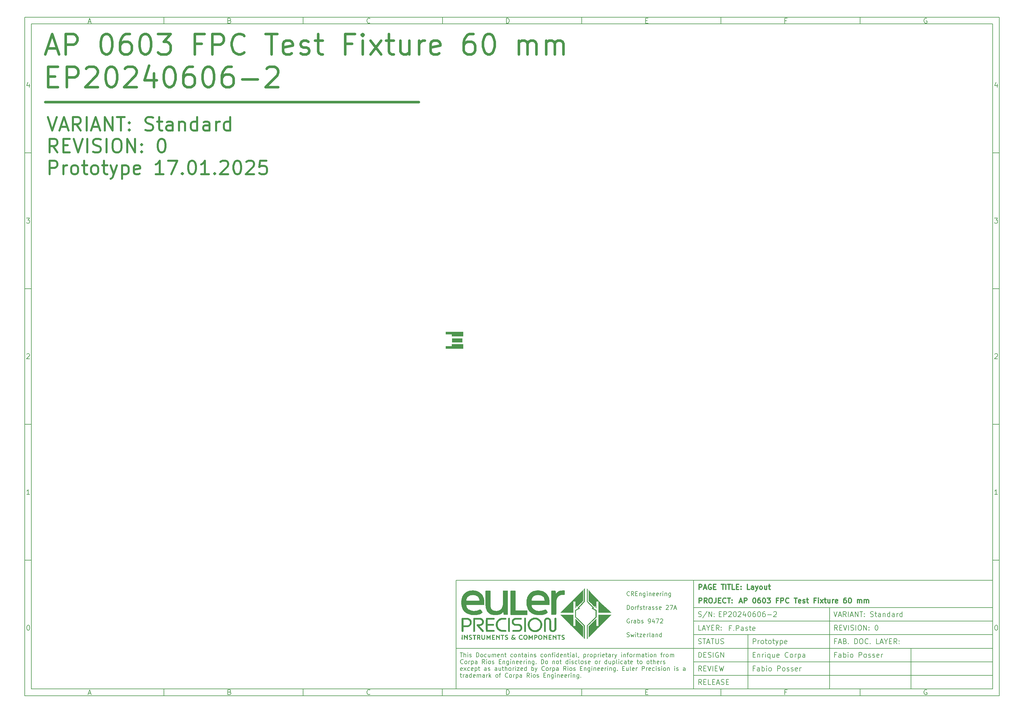
<source format=gbr>
%TF.GenerationSoftware,KiCad,Pcbnew,8.0.9-1.fc41*%
%TF.CreationDate,2025-03-16T15:34:32+01:00*%
%TF.ProjectId,0100_COVERSHEET,30313030-5f43-44f5-9645-525348454554,0*%
%TF.SameCoordinates,Original*%
%TF.FileFunction,Paste,Top*%
%TF.FilePolarity,Positive*%
%FSLAX46Y46*%
G04 Gerber Fmt 4.6, Leading zero omitted, Abs format (unit mm)*
G04 Created by KiCad (PCBNEW 8.0.9-1.fc41) date 2025-03-16 15:34:32*
%MOMM*%
%LPD*%
G01*
G04 APERTURE LIST*
G04 Aperture macros list*
%AMFreePoly0*
4,1,7,1.655000,-0.675000,-1.655000,-0.675000,-1.655000,-0.085000,-3.455000,-0.085000,-3.455000,0.675000,1.655000,0.675000,1.655000,-0.675000,1.655000,-0.675000,$1*%
%AMFreePoly1*
4,1,9,1.655000,-0.675000,-1.655000,-0.675000,-1.655000,-0.665000,-3.455000,-0.665000,-3.455000,0.085000,-1.655000,0.085000,-1.655000,0.675000,1.655000,0.675000,1.655000,-0.675000,1.655000,-0.675000,$1*%
G04 Aperture macros list end*
%ADD10C,0.100000*%
%ADD11C,0.150000*%
%ADD12C,0.300000*%
%ADD13C,0.750000*%
%ADD14C,0.600000*%
%ADD15C,0.000001*%
%ADD16C,0.200000*%
%ADD17R,3.100000X1.160000*%
%ADD18FreePoly0,0.000000*%
%ADD19FreePoly1,0.000000*%
G04 APERTURE END LIST*
D10*
D11*
X7000000Y-203000000D02*
X290000000Y-203000000D01*
X290000000Y-7000000D01*
X7000000Y-7000000D01*
X7000000Y-203000000D01*
D10*
D11*
X132000000Y-171000000D02*
X290000000Y-171000000D01*
X290000000Y-203000000D01*
X132000000Y-203000000D01*
X132000000Y-171000000D01*
D10*
D11*
X202000000Y-203000000D02*
X202000000Y-171000000D01*
D10*
D11*
X290000000Y-199000000D02*
X202000000Y-199000000D01*
D10*
D11*
X290000000Y-195000000D02*
X202000000Y-195000000D01*
D10*
D11*
X290000000Y-191000000D02*
X201000000Y-191000000D01*
D10*
D11*
X290000000Y-187000000D02*
X202000000Y-187000000D01*
D10*
D11*
X290000000Y-183000000D02*
X202000000Y-183000000D01*
D10*
D11*
X290000000Y-179000000D02*
X202000000Y-179000000D01*
D10*
D11*
X266000000Y-203000000D02*
X266000000Y-191000000D01*
D10*
D11*
X242000000Y-203000000D02*
X242000000Y-179000000D01*
D10*
D11*
X218000000Y-203000000D02*
X218000000Y-187000000D01*
D10*
D12*
X203556710Y-173685528D02*
X203556710Y-172185528D01*
X203556710Y-172185528D02*
X204128139Y-172185528D01*
X204128139Y-172185528D02*
X204270996Y-172256957D01*
X204270996Y-172256957D02*
X204342425Y-172328385D01*
X204342425Y-172328385D02*
X204413853Y-172471242D01*
X204413853Y-172471242D02*
X204413853Y-172685528D01*
X204413853Y-172685528D02*
X204342425Y-172828385D01*
X204342425Y-172828385D02*
X204270996Y-172899814D01*
X204270996Y-172899814D02*
X204128139Y-172971242D01*
X204128139Y-172971242D02*
X203556710Y-172971242D01*
X204985282Y-173256957D02*
X205699568Y-173256957D01*
X204842425Y-173685528D02*
X205342425Y-172185528D01*
X205342425Y-172185528D02*
X205842425Y-173685528D01*
X207128139Y-172256957D02*
X206985282Y-172185528D01*
X206985282Y-172185528D02*
X206770996Y-172185528D01*
X206770996Y-172185528D02*
X206556710Y-172256957D01*
X206556710Y-172256957D02*
X206413853Y-172399814D01*
X206413853Y-172399814D02*
X206342424Y-172542671D01*
X206342424Y-172542671D02*
X206270996Y-172828385D01*
X206270996Y-172828385D02*
X206270996Y-173042671D01*
X206270996Y-173042671D02*
X206342424Y-173328385D01*
X206342424Y-173328385D02*
X206413853Y-173471242D01*
X206413853Y-173471242D02*
X206556710Y-173614100D01*
X206556710Y-173614100D02*
X206770996Y-173685528D01*
X206770996Y-173685528D02*
X206913853Y-173685528D01*
X206913853Y-173685528D02*
X207128139Y-173614100D01*
X207128139Y-173614100D02*
X207199567Y-173542671D01*
X207199567Y-173542671D02*
X207199567Y-173042671D01*
X207199567Y-173042671D02*
X206913853Y-173042671D01*
X207842424Y-172899814D02*
X208342424Y-172899814D01*
X208556710Y-173685528D02*
X207842424Y-173685528D01*
X207842424Y-173685528D02*
X207842424Y-172185528D01*
X207842424Y-172185528D02*
X208556710Y-172185528D01*
X210128139Y-172185528D02*
X210985282Y-172185528D01*
X210556710Y-173685528D02*
X210556710Y-172185528D01*
X211485281Y-173685528D02*
X211485281Y-172185528D01*
X211985282Y-172185528D02*
X212842425Y-172185528D01*
X212413853Y-173685528D02*
X212413853Y-172185528D01*
X214056710Y-173685528D02*
X213342424Y-173685528D01*
X213342424Y-173685528D02*
X213342424Y-172185528D01*
X214556710Y-172899814D02*
X215056710Y-172899814D01*
X215270996Y-173685528D02*
X214556710Y-173685528D01*
X214556710Y-173685528D02*
X214556710Y-172185528D01*
X214556710Y-172185528D02*
X215270996Y-172185528D01*
X215913853Y-173542671D02*
X215985282Y-173614100D01*
X215985282Y-173614100D02*
X215913853Y-173685528D01*
X215913853Y-173685528D02*
X215842425Y-173614100D01*
X215842425Y-173614100D02*
X215913853Y-173542671D01*
X215913853Y-173542671D02*
X215913853Y-173685528D01*
X215913853Y-172756957D02*
X215985282Y-172828385D01*
X215985282Y-172828385D02*
X215913853Y-172899814D01*
X215913853Y-172899814D02*
X215842425Y-172828385D01*
X215842425Y-172828385D02*
X215913853Y-172756957D01*
X215913853Y-172756957D02*
X215913853Y-172899814D01*
X218485282Y-173685528D02*
X217770996Y-173685528D01*
X217770996Y-173685528D02*
X217770996Y-172185528D01*
X219628140Y-173685528D02*
X219628140Y-172899814D01*
X219628140Y-172899814D02*
X219556711Y-172756957D01*
X219556711Y-172756957D02*
X219413854Y-172685528D01*
X219413854Y-172685528D02*
X219128140Y-172685528D01*
X219128140Y-172685528D02*
X218985282Y-172756957D01*
X219628140Y-173614100D02*
X219485282Y-173685528D01*
X219485282Y-173685528D02*
X219128140Y-173685528D01*
X219128140Y-173685528D02*
X218985282Y-173614100D01*
X218985282Y-173614100D02*
X218913854Y-173471242D01*
X218913854Y-173471242D02*
X218913854Y-173328385D01*
X218913854Y-173328385D02*
X218985282Y-173185528D01*
X218985282Y-173185528D02*
X219128140Y-173114100D01*
X219128140Y-173114100D02*
X219485282Y-173114100D01*
X219485282Y-173114100D02*
X219628140Y-173042671D01*
X220199568Y-172685528D02*
X220556711Y-173685528D01*
X220913854Y-172685528D02*
X220556711Y-173685528D01*
X220556711Y-173685528D02*
X220413854Y-174042671D01*
X220413854Y-174042671D02*
X220342425Y-174114100D01*
X220342425Y-174114100D02*
X220199568Y-174185528D01*
X221699568Y-173685528D02*
X221556711Y-173614100D01*
X221556711Y-173614100D02*
X221485282Y-173542671D01*
X221485282Y-173542671D02*
X221413854Y-173399814D01*
X221413854Y-173399814D02*
X221413854Y-172971242D01*
X221413854Y-172971242D02*
X221485282Y-172828385D01*
X221485282Y-172828385D02*
X221556711Y-172756957D01*
X221556711Y-172756957D02*
X221699568Y-172685528D01*
X221699568Y-172685528D02*
X221913854Y-172685528D01*
X221913854Y-172685528D02*
X222056711Y-172756957D01*
X222056711Y-172756957D02*
X222128140Y-172828385D01*
X222128140Y-172828385D02*
X222199568Y-172971242D01*
X222199568Y-172971242D02*
X222199568Y-173399814D01*
X222199568Y-173399814D02*
X222128140Y-173542671D01*
X222128140Y-173542671D02*
X222056711Y-173614100D01*
X222056711Y-173614100D02*
X221913854Y-173685528D01*
X221913854Y-173685528D02*
X221699568Y-173685528D01*
X223485283Y-172685528D02*
X223485283Y-173685528D01*
X222842425Y-172685528D02*
X222842425Y-173471242D01*
X222842425Y-173471242D02*
X222913854Y-173614100D01*
X222913854Y-173614100D02*
X223056711Y-173685528D01*
X223056711Y-173685528D02*
X223270997Y-173685528D01*
X223270997Y-173685528D02*
X223413854Y-173614100D01*
X223413854Y-173614100D02*
X223485283Y-173542671D01*
X223985283Y-172685528D02*
X224556711Y-172685528D01*
X224199568Y-172185528D02*
X224199568Y-173471242D01*
X224199568Y-173471242D02*
X224270997Y-173614100D01*
X224270997Y-173614100D02*
X224413854Y-173685528D01*
X224413854Y-173685528D02*
X224556711Y-173685528D01*
D10*
D11*
X201000000Y-191000000D02*
X132000000Y-191000000D01*
D10*
D12*
X203554510Y-177678328D02*
X203554510Y-176178328D01*
X203554510Y-176178328D02*
X204125939Y-176178328D01*
X204125939Y-176178328D02*
X204268796Y-176249757D01*
X204268796Y-176249757D02*
X204340225Y-176321185D01*
X204340225Y-176321185D02*
X204411653Y-176464042D01*
X204411653Y-176464042D02*
X204411653Y-176678328D01*
X204411653Y-176678328D02*
X204340225Y-176821185D01*
X204340225Y-176821185D02*
X204268796Y-176892614D01*
X204268796Y-176892614D02*
X204125939Y-176964042D01*
X204125939Y-176964042D02*
X203554510Y-176964042D01*
X205911653Y-177678328D02*
X205411653Y-176964042D01*
X205054510Y-177678328D02*
X205054510Y-176178328D01*
X205054510Y-176178328D02*
X205625939Y-176178328D01*
X205625939Y-176178328D02*
X205768796Y-176249757D01*
X205768796Y-176249757D02*
X205840225Y-176321185D01*
X205840225Y-176321185D02*
X205911653Y-176464042D01*
X205911653Y-176464042D02*
X205911653Y-176678328D01*
X205911653Y-176678328D02*
X205840225Y-176821185D01*
X205840225Y-176821185D02*
X205768796Y-176892614D01*
X205768796Y-176892614D02*
X205625939Y-176964042D01*
X205625939Y-176964042D02*
X205054510Y-176964042D01*
X206840225Y-176178328D02*
X207125939Y-176178328D01*
X207125939Y-176178328D02*
X207268796Y-176249757D01*
X207268796Y-176249757D02*
X207411653Y-176392614D01*
X207411653Y-176392614D02*
X207483082Y-176678328D01*
X207483082Y-176678328D02*
X207483082Y-177178328D01*
X207483082Y-177178328D02*
X207411653Y-177464042D01*
X207411653Y-177464042D02*
X207268796Y-177606900D01*
X207268796Y-177606900D02*
X207125939Y-177678328D01*
X207125939Y-177678328D02*
X206840225Y-177678328D01*
X206840225Y-177678328D02*
X206697368Y-177606900D01*
X206697368Y-177606900D02*
X206554510Y-177464042D01*
X206554510Y-177464042D02*
X206483082Y-177178328D01*
X206483082Y-177178328D02*
X206483082Y-176678328D01*
X206483082Y-176678328D02*
X206554510Y-176392614D01*
X206554510Y-176392614D02*
X206697368Y-176249757D01*
X206697368Y-176249757D02*
X206840225Y-176178328D01*
X208554511Y-176178328D02*
X208554511Y-177249757D01*
X208554511Y-177249757D02*
X208483082Y-177464042D01*
X208483082Y-177464042D02*
X208340225Y-177606900D01*
X208340225Y-177606900D02*
X208125939Y-177678328D01*
X208125939Y-177678328D02*
X207983082Y-177678328D01*
X209268796Y-176892614D02*
X209768796Y-176892614D01*
X209983082Y-177678328D02*
X209268796Y-177678328D01*
X209268796Y-177678328D02*
X209268796Y-176178328D01*
X209268796Y-176178328D02*
X209983082Y-176178328D01*
X211483082Y-177535471D02*
X211411654Y-177606900D01*
X211411654Y-177606900D02*
X211197368Y-177678328D01*
X211197368Y-177678328D02*
X211054511Y-177678328D01*
X211054511Y-177678328D02*
X210840225Y-177606900D01*
X210840225Y-177606900D02*
X210697368Y-177464042D01*
X210697368Y-177464042D02*
X210625939Y-177321185D01*
X210625939Y-177321185D02*
X210554511Y-177035471D01*
X210554511Y-177035471D02*
X210554511Y-176821185D01*
X210554511Y-176821185D02*
X210625939Y-176535471D01*
X210625939Y-176535471D02*
X210697368Y-176392614D01*
X210697368Y-176392614D02*
X210840225Y-176249757D01*
X210840225Y-176249757D02*
X211054511Y-176178328D01*
X211054511Y-176178328D02*
X211197368Y-176178328D01*
X211197368Y-176178328D02*
X211411654Y-176249757D01*
X211411654Y-176249757D02*
X211483082Y-176321185D01*
X211911654Y-176178328D02*
X212768797Y-176178328D01*
X212340225Y-177678328D02*
X212340225Y-176178328D01*
X213268796Y-177535471D02*
X213340225Y-177606900D01*
X213340225Y-177606900D02*
X213268796Y-177678328D01*
X213268796Y-177678328D02*
X213197368Y-177606900D01*
X213197368Y-177606900D02*
X213268796Y-177535471D01*
X213268796Y-177535471D02*
X213268796Y-177678328D01*
X213268796Y-176749757D02*
X213340225Y-176821185D01*
X213340225Y-176821185D02*
X213268796Y-176892614D01*
X213268796Y-176892614D02*
X213197368Y-176821185D01*
X213197368Y-176821185D02*
X213268796Y-176749757D01*
X213268796Y-176749757D02*
X213268796Y-176892614D01*
D10*
D11*
X203384398Y-181614700D02*
X203598684Y-181686128D01*
X203598684Y-181686128D02*
X203955826Y-181686128D01*
X203955826Y-181686128D02*
X204098684Y-181614700D01*
X204098684Y-181614700D02*
X204170112Y-181543271D01*
X204170112Y-181543271D02*
X204241541Y-181400414D01*
X204241541Y-181400414D02*
X204241541Y-181257557D01*
X204241541Y-181257557D02*
X204170112Y-181114700D01*
X204170112Y-181114700D02*
X204098684Y-181043271D01*
X204098684Y-181043271D02*
X203955826Y-180971842D01*
X203955826Y-180971842D02*
X203670112Y-180900414D01*
X203670112Y-180900414D02*
X203527255Y-180828985D01*
X203527255Y-180828985D02*
X203455826Y-180757557D01*
X203455826Y-180757557D02*
X203384398Y-180614700D01*
X203384398Y-180614700D02*
X203384398Y-180471842D01*
X203384398Y-180471842D02*
X203455826Y-180328985D01*
X203455826Y-180328985D02*
X203527255Y-180257557D01*
X203527255Y-180257557D02*
X203670112Y-180186128D01*
X203670112Y-180186128D02*
X204027255Y-180186128D01*
X204027255Y-180186128D02*
X204241541Y-180257557D01*
X205955826Y-180114700D02*
X204670112Y-182043271D01*
X206455826Y-181686128D02*
X206455826Y-180186128D01*
X206455826Y-180186128D02*
X207312969Y-181686128D01*
X207312969Y-181686128D02*
X207312969Y-180186128D01*
X208027255Y-181543271D02*
X208098684Y-181614700D01*
X208098684Y-181614700D02*
X208027255Y-181686128D01*
X208027255Y-181686128D02*
X207955827Y-181614700D01*
X207955827Y-181614700D02*
X208027255Y-181543271D01*
X208027255Y-181543271D02*
X208027255Y-181686128D01*
X208027255Y-180757557D02*
X208098684Y-180828985D01*
X208098684Y-180828985D02*
X208027255Y-180900414D01*
X208027255Y-180900414D02*
X207955827Y-180828985D01*
X207955827Y-180828985D02*
X208027255Y-180757557D01*
X208027255Y-180757557D02*
X208027255Y-180900414D01*
D10*
D11*
X203455826Y-193686128D02*
X203455826Y-192186128D01*
X203455826Y-192186128D02*
X203812969Y-192186128D01*
X203812969Y-192186128D02*
X204027255Y-192257557D01*
X204027255Y-192257557D02*
X204170112Y-192400414D01*
X204170112Y-192400414D02*
X204241541Y-192543271D01*
X204241541Y-192543271D02*
X204312969Y-192828985D01*
X204312969Y-192828985D02*
X204312969Y-193043271D01*
X204312969Y-193043271D02*
X204241541Y-193328985D01*
X204241541Y-193328985D02*
X204170112Y-193471842D01*
X204170112Y-193471842D02*
X204027255Y-193614700D01*
X204027255Y-193614700D02*
X203812969Y-193686128D01*
X203812969Y-193686128D02*
X203455826Y-193686128D01*
X204955826Y-192900414D02*
X205455826Y-192900414D01*
X205670112Y-193686128D02*
X204955826Y-193686128D01*
X204955826Y-193686128D02*
X204955826Y-192186128D01*
X204955826Y-192186128D02*
X205670112Y-192186128D01*
X206241541Y-193614700D02*
X206455827Y-193686128D01*
X206455827Y-193686128D02*
X206812969Y-193686128D01*
X206812969Y-193686128D02*
X206955827Y-193614700D01*
X206955827Y-193614700D02*
X207027255Y-193543271D01*
X207027255Y-193543271D02*
X207098684Y-193400414D01*
X207098684Y-193400414D02*
X207098684Y-193257557D01*
X207098684Y-193257557D02*
X207027255Y-193114700D01*
X207027255Y-193114700D02*
X206955827Y-193043271D01*
X206955827Y-193043271D02*
X206812969Y-192971842D01*
X206812969Y-192971842D02*
X206527255Y-192900414D01*
X206527255Y-192900414D02*
X206384398Y-192828985D01*
X206384398Y-192828985D02*
X206312969Y-192757557D01*
X206312969Y-192757557D02*
X206241541Y-192614700D01*
X206241541Y-192614700D02*
X206241541Y-192471842D01*
X206241541Y-192471842D02*
X206312969Y-192328985D01*
X206312969Y-192328985D02*
X206384398Y-192257557D01*
X206384398Y-192257557D02*
X206527255Y-192186128D01*
X206527255Y-192186128D02*
X206884398Y-192186128D01*
X206884398Y-192186128D02*
X207098684Y-192257557D01*
X207741540Y-193686128D02*
X207741540Y-192186128D01*
X209241541Y-192257557D02*
X209098684Y-192186128D01*
X209098684Y-192186128D02*
X208884398Y-192186128D01*
X208884398Y-192186128D02*
X208670112Y-192257557D01*
X208670112Y-192257557D02*
X208527255Y-192400414D01*
X208527255Y-192400414D02*
X208455826Y-192543271D01*
X208455826Y-192543271D02*
X208384398Y-192828985D01*
X208384398Y-192828985D02*
X208384398Y-193043271D01*
X208384398Y-193043271D02*
X208455826Y-193328985D01*
X208455826Y-193328985D02*
X208527255Y-193471842D01*
X208527255Y-193471842D02*
X208670112Y-193614700D01*
X208670112Y-193614700D02*
X208884398Y-193686128D01*
X208884398Y-193686128D02*
X209027255Y-193686128D01*
X209027255Y-193686128D02*
X209241541Y-193614700D01*
X209241541Y-193614700D02*
X209312969Y-193543271D01*
X209312969Y-193543271D02*
X209312969Y-193043271D01*
X209312969Y-193043271D02*
X209027255Y-193043271D01*
X209955826Y-193686128D02*
X209955826Y-192186128D01*
X209955826Y-192186128D02*
X210812969Y-193686128D01*
X210812969Y-193686128D02*
X210812969Y-192186128D01*
D10*
D11*
X204312969Y-197686128D02*
X203812969Y-196971842D01*
X203455826Y-197686128D02*
X203455826Y-196186128D01*
X203455826Y-196186128D02*
X204027255Y-196186128D01*
X204027255Y-196186128D02*
X204170112Y-196257557D01*
X204170112Y-196257557D02*
X204241541Y-196328985D01*
X204241541Y-196328985D02*
X204312969Y-196471842D01*
X204312969Y-196471842D02*
X204312969Y-196686128D01*
X204312969Y-196686128D02*
X204241541Y-196828985D01*
X204241541Y-196828985D02*
X204170112Y-196900414D01*
X204170112Y-196900414D02*
X204027255Y-196971842D01*
X204027255Y-196971842D02*
X203455826Y-196971842D01*
X204955826Y-196900414D02*
X205455826Y-196900414D01*
X205670112Y-197686128D02*
X204955826Y-197686128D01*
X204955826Y-197686128D02*
X204955826Y-196186128D01*
X204955826Y-196186128D02*
X205670112Y-196186128D01*
X206098684Y-196186128D02*
X206598684Y-197686128D01*
X206598684Y-197686128D02*
X207098684Y-196186128D01*
X207598683Y-197686128D02*
X207598683Y-196186128D01*
X208312969Y-196900414D02*
X208812969Y-196900414D01*
X209027255Y-197686128D02*
X208312969Y-197686128D01*
X208312969Y-197686128D02*
X208312969Y-196186128D01*
X208312969Y-196186128D02*
X209027255Y-196186128D01*
X209527255Y-196186128D02*
X209884398Y-197686128D01*
X209884398Y-197686128D02*
X210170112Y-196614700D01*
X210170112Y-196614700D02*
X210455827Y-197686128D01*
X210455827Y-197686128D02*
X210812970Y-196186128D01*
D10*
D11*
X204312969Y-201686128D02*
X203812969Y-200971842D01*
X203455826Y-201686128D02*
X203455826Y-200186128D01*
X203455826Y-200186128D02*
X204027255Y-200186128D01*
X204027255Y-200186128D02*
X204170112Y-200257557D01*
X204170112Y-200257557D02*
X204241541Y-200328985D01*
X204241541Y-200328985D02*
X204312969Y-200471842D01*
X204312969Y-200471842D02*
X204312969Y-200686128D01*
X204312969Y-200686128D02*
X204241541Y-200828985D01*
X204241541Y-200828985D02*
X204170112Y-200900414D01*
X204170112Y-200900414D02*
X204027255Y-200971842D01*
X204027255Y-200971842D02*
X203455826Y-200971842D01*
X204955826Y-200900414D02*
X205455826Y-200900414D01*
X205670112Y-201686128D02*
X204955826Y-201686128D01*
X204955826Y-201686128D02*
X204955826Y-200186128D01*
X204955826Y-200186128D02*
X205670112Y-200186128D01*
X207027255Y-201686128D02*
X206312969Y-201686128D01*
X206312969Y-201686128D02*
X206312969Y-200186128D01*
X207527255Y-200900414D02*
X208027255Y-200900414D01*
X208241541Y-201686128D02*
X207527255Y-201686128D01*
X207527255Y-201686128D02*
X207527255Y-200186128D01*
X207527255Y-200186128D02*
X208241541Y-200186128D01*
X208812970Y-201257557D02*
X209527256Y-201257557D01*
X208670113Y-201686128D02*
X209170113Y-200186128D01*
X209170113Y-200186128D02*
X209670113Y-201686128D01*
X210098684Y-201614700D02*
X210312970Y-201686128D01*
X210312970Y-201686128D02*
X210670112Y-201686128D01*
X210670112Y-201686128D02*
X210812970Y-201614700D01*
X210812970Y-201614700D02*
X210884398Y-201543271D01*
X210884398Y-201543271D02*
X210955827Y-201400414D01*
X210955827Y-201400414D02*
X210955827Y-201257557D01*
X210955827Y-201257557D02*
X210884398Y-201114700D01*
X210884398Y-201114700D02*
X210812970Y-201043271D01*
X210812970Y-201043271D02*
X210670112Y-200971842D01*
X210670112Y-200971842D02*
X210384398Y-200900414D01*
X210384398Y-200900414D02*
X210241541Y-200828985D01*
X210241541Y-200828985D02*
X210170112Y-200757557D01*
X210170112Y-200757557D02*
X210098684Y-200614700D01*
X210098684Y-200614700D02*
X210098684Y-200471842D01*
X210098684Y-200471842D02*
X210170112Y-200328985D01*
X210170112Y-200328985D02*
X210241541Y-200257557D01*
X210241541Y-200257557D02*
X210384398Y-200186128D01*
X210384398Y-200186128D02*
X210741541Y-200186128D01*
X210741541Y-200186128D02*
X210955827Y-200257557D01*
X211598683Y-200900414D02*
X212098683Y-200900414D01*
X212312969Y-201686128D02*
X211598683Y-201686128D01*
X211598683Y-201686128D02*
X211598683Y-200186128D01*
X211598683Y-200186128D02*
X212312969Y-200186128D01*
D10*
D11*
X243241541Y-180186128D02*
X243741541Y-181686128D01*
X243741541Y-181686128D02*
X244241541Y-180186128D01*
X244670112Y-181257557D02*
X245384398Y-181257557D01*
X244527255Y-181686128D02*
X245027255Y-180186128D01*
X245027255Y-180186128D02*
X245527255Y-181686128D01*
X246884397Y-181686128D02*
X246384397Y-180971842D01*
X246027254Y-181686128D02*
X246027254Y-180186128D01*
X246027254Y-180186128D02*
X246598683Y-180186128D01*
X246598683Y-180186128D02*
X246741540Y-180257557D01*
X246741540Y-180257557D02*
X246812969Y-180328985D01*
X246812969Y-180328985D02*
X246884397Y-180471842D01*
X246884397Y-180471842D02*
X246884397Y-180686128D01*
X246884397Y-180686128D02*
X246812969Y-180828985D01*
X246812969Y-180828985D02*
X246741540Y-180900414D01*
X246741540Y-180900414D02*
X246598683Y-180971842D01*
X246598683Y-180971842D02*
X246027254Y-180971842D01*
X247527254Y-181686128D02*
X247527254Y-180186128D01*
X248170112Y-181257557D02*
X248884398Y-181257557D01*
X248027255Y-181686128D02*
X248527255Y-180186128D01*
X248527255Y-180186128D02*
X249027255Y-181686128D01*
X249527254Y-181686128D02*
X249527254Y-180186128D01*
X249527254Y-180186128D02*
X250384397Y-181686128D01*
X250384397Y-181686128D02*
X250384397Y-180186128D01*
X250884398Y-180186128D02*
X251741541Y-180186128D01*
X251312969Y-181686128D02*
X251312969Y-180186128D01*
X252241540Y-181543271D02*
X252312969Y-181614700D01*
X252312969Y-181614700D02*
X252241540Y-181686128D01*
X252241540Y-181686128D02*
X252170112Y-181614700D01*
X252170112Y-181614700D02*
X252241540Y-181543271D01*
X252241540Y-181543271D02*
X252241540Y-181686128D01*
X252241540Y-180757557D02*
X252312969Y-180828985D01*
X252312969Y-180828985D02*
X252241540Y-180900414D01*
X252241540Y-180900414D02*
X252170112Y-180828985D01*
X252170112Y-180828985D02*
X252241540Y-180757557D01*
X252241540Y-180757557D02*
X252241540Y-180900414D01*
X254027255Y-181614700D02*
X254241541Y-181686128D01*
X254241541Y-181686128D02*
X254598683Y-181686128D01*
X254598683Y-181686128D02*
X254741541Y-181614700D01*
X254741541Y-181614700D02*
X254812969Y-181543271D01*
X254812969Y-181543271D02*
X254884398Y-181400414D01*
X254884398Y-181400414D02*
X254884398Y-181257557D01*
X254884398Y-181257557D02*
X254812969Y-181114700D01*
X254812969Y-181114700D02*
X254741541Y-181043271D01*
X254741541Y-181043271D02*
X254598683Y-180971842D01*
X254598683Y-180971842D02*
X254312969Y-180900414D01*
X254312969Y-180900414D02*
X254170112Y-180828985D01*
X254170112Y-180828985D02*
X254098683Y-180757557D01*
X254098683Y-180757557D02*
X254027255Y-180614700D01*
X254027255Y-180614700D02*
X254027255Y-180471842D01*
X254027255Y-180471842D02*
X254098683Y-180328985D01*
X254098683Y-180328985D02*
X254170112Y-180257557D01*
X254170112Y-180257557D02*
X254312969Y-180186128D01*
X254312969Y-180186128D02*
X254670112Y-180186128D01*
X254670112Y-180186128D02*
X254884398Y-180257557D01*
X255312969Y-180686128D02*
X255884397Y-180686128D01*
X255527254Y-180186128D02*
X255527254Y-181471842D01*
X255527254Y-181471842D02*
X255598683Y-181614700D01*
X255598683Y-181614700D02*
X255741540Y-181686128D01*
X255741540Y-181686128D02*
X255884397Y-181686128D01*
X257027255Y-181686128D02*
X257027255Y-180900414D01*
X257027255Y-180900414D02*
X256955826Y-180757557D01*
X256955826Y-180757557D02*
X256812969Y-180686128D01*
X256812969Y-180686128D02*
X256527255Y-180686128D01*
X256527255Y-180686128D02*
X256384397Y-180757557D01*
X257027255Y-181614700D02*
X256884397Y-181686128D01*
X256884397Y-181686128D02*
X256527255Y-181686128D01*
X256527255Y-181686128D02*
X256384397Y-181614700D01*
X256384397Y-181614700D02*
X256312969Y-181471842D01*
X256312969Y-181471842D02*
X256312969Y-181328985D01*
X256312969Y-181328985D02*
X256384397Y-181186128D01*
X256384397Y-181186128D02*
X256527255Y-181114700D01*
X256527255Y-181114700D02*
X256884397Y-181114700D01*
X256884397Y-181114700D02*
X257027255Y-181043271D01*
X257741540Y-180686128D02*
X257741540Y-181686128D01*
X257741540Y-180828985D02*
X257812969Y-180757557D01*
X257812969Y-180757557D02*
X257955826Y-180686128D01*
X257955826Y-180686128D02*
X258170112Y-180686128D01*
X258170112Y-180686128D02*
X258312969Y-180757557D01*
X258312969Y-180757557D02*
X258384398Y-180900414D01*
X258384398Y-180900414D02*
X258384398Y-181686128D01*
X259741541Y-181686128D02*
X259741541Y-180186128D01*
X259741541Y-181614700D02*
X259598683Y-181686128D01*
X259598683Y-181686128D02*
X259312969Y-181686128D01*
X259312969Y-181686128D02*
X259170112Y-181614700D01*
X259170112Y-181614700D02*
X259098683Y-181543271D01*
X259098683Y-181543271D02*
X259027255Y-181400414D01*
X259027255Y-181400414D02*
X259027255Y-180971842D01*
X259027255Y-180971842D02*
X259098683Y-180828985D01*
X259098683Y-180828985D02*
X259170112Y-180757557D01*
X259170112Y-180757557D02*
X259312969Y-180686128D01*
X259312969Y-180686128D02*
X259598683Y-180686128D01*
X259598683Y-180686128D02*
X259741541Y-180757557D01*
X261098684Y-181686128D02*
X261098684Y-180900414D01*
X261098684Y-180900414D02*
X261027255Y-180757557D01*
X261027255Y-180757557D02*
X260884398Y-180686128D01*
X260884398Y-180686128D02*
X260598684Y-180686128D01*
X260598684Y-180686128D02*
X260455826Y-180757557D01*
X261098684Y-181614700D02*
X260955826Y-181686128D01*
X260955826Y-181686128D02*
X260598684Y-181686128D01*
X260598684Y-181686128D02*
X260455826Y-181614700D01*
X260455826Y-181614700D02*
X260384398Y-181471842D01*
X260384398Y-181471842D02*
X260384398Y-181328985D01*
X260384398Y-181328985D02*
X260455826Y-181186128D01*
X260455826Y-181186128D02*
X260598684Y-181114700D01*
X260598684Y-181114700D02*
X260955826Y-181114700D01*
X260955826Y-181114700D02*
X261098684Y-181043271D01*
X261812969Y-181686128D02*
X261812969Y-180686128D01*
X261812969Y-180971842D02*
X261884398Y-180828985D01*
X261884398Y-180828985D02*
X261955827Y-180757557D01*
X261955827Y-180757557D02*
X262098684Y-180686128D01*
X262098684Y-180686128D02*
X262241541Y-180686128D01*
X263384398Y-181686128D02*
X263384398Y-180186128D01*
X263384398Y-181614700D02*
X263241540Y-181686128D01*
X263241540Y-181686128D02*
X262955826Y-181686128D01*
X262955826Y-181686128D02*
X262812969Y-181614700D01*
X262812969Y-181614700D02*
X262741540Y-181543271D01*
X262741540Y-181543271D02*
X262670112Y-181400414D01*
X262670112Y-181400414D02*
X262670112Y-180971842D01*
X262670112Y-180971842D02*
X262741540Y-180828985D01*
X262741540Y-180828985D02*
X262812969Y-180757557D01*
X262812969Y-180757557D02*
X262955826Y-180686128D01*
X262955826Y-180686128D02*
X263241540Y-180686128D01*
X263241540Y-180686128D02*
X263384398Y-180757557D01*
D10*
D11*
X244312969Y-185686128D02*
X243812969Y-184971842D01*
X243455826Y-185686128D02*
X243455826Y-184186128D01*
X243455826Y-184186128D02*
X244027255Y-184186128D01*
X244027255Y-184186128D02*
X244170112Y-184257557D01*
X244170112Y-184257557D02*
X244241541Y-184328985D01*
X244241541Y-184328985D02*
X244312969Y-184471842D01*
X244312969Y-184471842D02*
X244312969Y-184686128D01*
X244312969Y-184686128D02*
X244241541Y-184828985D01*
X244241541Y-184828985D02*
X244170112Y-184900414D01*
X244170112Y-184900414D02*
X244027255Y-184971842D01*
X244027255Y-184971842D02*
X243455826Y-184971842D01*
X244955826Y-184900414D02*
X245455826Y-184900414D01*
X245670112Y-185686128D02*
X244955826Y-185686128D01*
X244955826Y-185686128D02*
X244955826Y-184186128D01*
X244955826Y-184186128D02*
X245670112Y-184186128D01*
X246098684Y-184186128D02*
X246598684Y-185686128D01*
X246598684Y-185686128D02*
X247098684Y-184186128D01*
X247598683Y-185686128D02*
X247598683Y-184186128D01*
X248241541Y-185614700D02*
X248455827Y-185686128D01*
X248455827Y-185686128D02*
X248812969Y-185686128D01*
X248812969Y-185686128D02*
X248955827Y-185614700D01*
X248955827Y-185614700D02*
X249027255Y-185543271D01*
X249027255Y-185543271D02*
X249098684Y-185400414D01*
X249098684Y-185400414D02*
X249098684Y-185257557D01*
X249098684Y-185257557D02*
X249027255Y-185114700D01*
X249027255Y-185114700D02*
X248955827Y-185043271D01*
X248955827Y-185043271D02*
X248812969Y-184971842D01*
X248812969Y-184971842D02*
X248527255Y-184900414D01*
X248527255Y-184900414D02*
X248384398Y-184828985D01*
X248384398Y-184828985D02*
X248312969Y-184757557D01*
X248312969Y-184757557D02*
X248241541Y-184614700D01*
X248241541Y-184614700D02*
X248241541Y-184471842D01*
X248241541Y-184471842D02*
X248312969Y-184328985D01*
X248312969Y-184328985D02*
X248384398Y-184257557D01*
X248384398Y-184257557D02*
X248527255Y-184186128D01*
X248527255Y-184186128D02*
X248884398Y-184186128D01*
X248884398Y-184186128D02*
X249098684Y-184257557D01*
X249741540Y-185686128D02*
X249741540Y-184186128D01*
X250741541Y-184186128D02*
X251027255Y-184186128D01*
X251027255Y-184186128D02*
X251170112Y-184257557D01*
X251170112Y-184257557D02*
X251312969Y-184400414D01*
X251312969Y-184400414D02*
X251384398Y-184686128D01*
X251384398Y-184686128D02*
X251384398Y-185186128D01*
X251384398Y-185186128D02*
X251312969Y-185471842D01*
X251312969Y-185471842D02*
X251170112Y-185614700D01*
X251170112Y-185614700D02*
X251027255Y-185686128D01*
X251027255Y-185686128D02*
X250741541Y-185686128D01*
X250741541Y-185686128D02*
X250598684Y-185614700D01*
X250598684Y-185614700D02*
X250455826Y-185471842D01*
X250455826Y-185471842D02*
X250384398Y-185186128D01*
X250384398Y-185186128D02*
X250384398Y-184686128D01*
X250384398Y-184686128D02*
X250455826Y-184400414D01*
X250455826Y-184400414D02*
X250598684Y-184257557D01*
X250598684Y-184257557D02*
X250741541Y-184186128D01*
X252027255Y-185686128D02*
X252027255Y-184186128D01*
X252027255Y-184186128D02*
X252884398Y-185686128D01*
X252884398Y-185686128D02*
X252884398Y-184186128D01*
X253598684Y-185543271D02*
X253670113Y-185614700D01*
X253670113Y-185614700D02*
X253598684Y-185686128D01*
X253598684Y-185686128D02*
X253527256Y-185614700D01*
X253527256Y-185614700D02*
X253598684Y-185543271D01*
X253598684Y-185543271D02*
X253598684Y-185686128D01*
X253598684Y-184757557D02*
X253670113Y-184828985D01*
X253670113Y-184828985D02*
X253598684Y-184900414D01*
X253598684Y-184900414D02*
X253527256Y-184828985D01*
X253527256Y-184828985D02*
X253598684Y-184757557D01*
X253598684Y-184757557D02*
X253598684Y-184900414D01*
X255741542Y-184186128D02*
X255884399Y-184186128D01*
X255884399Y-184186128D02*
X256027256Y-184257557D01*
X256027256Y-184257557D02*
X256098685Y-184328985D01*
X256098685Y-184328985D02*
X256170113Y-184471842D01*
X256170113Y-184471842D02*
X256241542Y-184757557D01*
X256241542Y-184757557D02*
X256241542Y-185114700D01*
X256241542Y-185114700D02*
X256170113Y-185400414D01*
X256170113Y-185400414D02*
X256098685Y-185543271D01*
X256098685Y-185543271D02*
X256027256Y-185614700D01*
X256027256Y-185614700D02*
X255884399Y-185686128D01*
X255884399Y-185686128D02*
X255741542Y-185686128D01*
X255741542Y-185686128D02*
X255598685Y-185614700D01*
X255598685Y-185614700D02*
X255527256Y-185543271D01*
X255527256Y-185543271D02*
X255455827Y-185400414D01*
X255455827Y-185400414D02*
X255384399Y-185114700D01*
X255384399Y-185114700D02*
X255384399Y-184757557D01*
X255384399Y-184757557D02*
X255455827Y-184471842D01*
X255455827Y-184471842D02*
X255527256Y-184328985D01*
X255527256Y-184328985D02*
X255598685Y-184257557D01*
X255598685Y-184257557D02*
X255741542Y-184186128D01*
D10*
D11*
X203384398Y-189614700D02*
X203598684Y-189686128D01*
X203598684Y-189686128D02*
X203955826Y-189686128D01*
X203955826Y-189686128D02*
X204098684Y-189614700D01*
X204098684Y-189614700D02*
X204170112Y-189543271D01*
X204170112Y-189543271D02*
X204241541Y-189400414D01*
X204241541Y-189400414D02*
X204241541Y-189257557D01*
X204241541Y-189257557D02*
X204170112Y-189114700D01*
X204170112Y-189114700D02*
X204098684Y-189043271D01*
X204098684Y-189043271D02*
X203955826Y-188971842D01*
X203955826Y-188971842D02*
X203670112Y-188900414D01*
X203670112Y-188900414D02*
X203527255Y-188828985D01*
X203527255Y-188828985D02*
X203455826Y-188757557D01*
X203455826Y-188757557D02*
X203384398Y-188614700D01*
X203384398Y-188614700D02*
X203384398Y-188471842D01*
X203384398Y-188471842D02*
X203455826Y-188328985D01*
X203455826Y-188328985D02*
X203527255Y-188257557D01*
X203527255Y-188257557D02*
X203670112Y-188186128D01*
X203670112Y-188186128D02*
X204027255Y-188186128D01*
X204027255Y-188186128D02*
X204241541Y-188257557D01*
X204670112Y-188186128D02*
X205527255Y-188186128D01*
X205098683Y-189686128D02*
X205098683Y-188186128D01*
X205955826Y-189257557D02*
X206670112Y-189257557D01*
X205812969Y-189686128D02*
X206312969Y-188186128D01*
X206312969Y-188186128D02*
X206812969Y-189686128D01*
X207098683Y-188186128D02*
X207955826Y-188186128D01*
X207527254Y-189686128D02*
X207527254Y-188186128D01*
X208455825Y-188186128D02*
X208455825Y-189400414D01*
X208455825Y-189400414D02*
X208527254Y-189543271D01*
X208527254Y-189543271D02*
X208598683Y-189614700D01*
X208598683Y-189614700D02*
X208741540Y-189686128D01*
X208741540Y-189686128D02*
X209027254Y-189686128D01*
X209027254Y-189686128D02*
X209170111Y-189614700D01*
X209170111Y-189614700D02*
X209241540Y-189543271D01*
X209241540Y-189543271D02*
X209312968Y-189400414D01*
X209312968Y-189400414D02*
X209312968Y-188186128D01*
X209955826Y-189614700D02*
X210170112Y-189686128D01*
X210170112Y-189686128D02*
X210527254Y-189686128D01*
X210527254Y-189686128D02*
X210670112Y-189614700D01*
X210670112Y-189614700D02*
X210741540Y-189543271D01*
X210741540Y-189543271D02*
X210812969Y-189400414D01*
X210812969Y-189400414D02*
X210812969Y-189257557D01*
X210812969Y-189257557D02*
X210741540Y-189114700D01*
X210741540Y-189114700D02*
X210670112Y-189043271D01*
X210670112Y-189043271D02*
X210527254Y-188971842D01*
X210527254Y-188971842D02*
X210241540Y-188900414D01*
X210241540Y-188900414D02*
X210098683Y-188828985D01*
X210098683Y-188828985D02*
X210027254Y-188757557D01*
X210027254Y-188757557D02*
X209955826Y-188614700D01*
X209955826Y-188614700D02*
X209955826Y-188471842D01*
X209955826Y-188471842D02*
X210027254Y-188328985D01*
X210027254Y-188328985D02*
X210098683Y-188257557D01*
X210098683Y-188257557D02*
X210241540Y-188186128D01*
X210241540Y-188186128D02*
X210598683Y-188186128D01*
X210598683Y-188186128D02*
X210812969Y-188257557D01*
D10*
D11*
X219455826Y-189686128D02*
X219455826Y-188186128D01*
X219455826Y-188186128D02*
X220027255Y-188186128D01*
X220027255Y-188186128D02*
X220170112Y-188257557D01*
X220170112Y-188257557D02*
X220241541Y-188328985D01*
X220241541Y-188328985D02*
X220312969Y-188471842D01*
X220312969Y-188471842D02*
X220312969Y-188686128D01*
X220312969Y-188686128D02*
X220241541Y-188828985D01*
X220241541Y-188828985D02*
X220170112Y-188900414D01*
X220170112Y-188900414D02*
X220027255Y-188971842D01*
X220027255Y-188971842D02*
X219455826Y-188971842D01*
X220955826Y-189686128D02*
X220955826Y-188686128D01*
X220955826Y-188971842D02*
X221027255Y-188828985D01*
X221027255Y-188828985D02*
X221098684Y-188757557D01*
X221098684Y-188757557D02*
X221241541Y-188686128D01*
X221241541Y-188686128D02*
X221384398Y-188686128D01*
X222098683Y-189686128D02*
X221955826Y-189614700D01*
X221955826Y-189614700D02*
X221884397Y-189543271D01*
X221884397Y-189543271D02*
X221812969Y-189400414D01*
X221812969Y-189400414D02*
X221812969Y-188971842D01*
X221812969Y-188971842D02*
X221884397Y-188828985D01*
X221884397Y-188828985D02*
X221955826Y-188757557D01*
X221955826Y-188757557D02*
X222098683Y-188686128D01*
X222098683Y-188686128D02*
X222312969Y-188686128D01*
X222312969Y-188686128D02*
X222455826Y-188757557D01*
X222455826Y-188757557D02*
X222527255Y-188828985D01*
X222527255Y-188828985D02*
X222598683Y-188971842D01*
X222598683Y-188971842D02*
X222598683Y-189400414D01*
X222598683Y-189400414D02*
X222527255Y-189543271D01*
X222527255Y-189543271D02*
X222455826Y-189614700D01*
X222455826Y-189614700D02*
X222312969Y-189686128D01*
X222312969Y-189686128D02*
X222098683Y-189686128D01*
X223027255Y-188686128D02*
X223598683Y-188686128D01*
X223241540Y-188186128D02*
X223241540Y-189471842D01*
X223241540Y-189471842D02*
X223312969Y-189614700D01*
X223312969Y-189614700D02*
X223455826Y-189686128D01*
X223455826Y-189686128D02*
X223598683Y-189686128D01*
X224312969Y-189686128D02*
X224170112Y-189614700D01*
X224170112Y-189614700D02*
X224098683Y-189543271D01*
X224098683Y-189543271D02*
X224027255Y-189400414D01*
X224027255Y-189400414D02*
X224027255Y-188971842D01*
X224027255Y-188971842D02*
X224098683Y-188828985D01*
X224098683Y-188828985D02*
X224170112Y-188757557D01*
X224170112Y-188757557D02*
X224312969Y-188686128D01*
X224312969Y-188686128D02*
X224527255Y-188686128D01*
X224527255Y-188686128D02*
X224670112Y-188757557D01*
X224670112Y-188757557D02*
X224741541Y-188828985D01*
X224741541Y-188828985D02*
X224812969Y-188971842D01*
X224812969Y-188971842D02*
X224812969Y-189400414D01*
X224812969Y-189400414D02*
X224741541Y-189543271D01*
X224741541Y-189543271D02*
X224670112Y-189614700D01*
X224670112Y-189614700D02*
X224527255Y-189686128D01*
X224527255Y-189686128D02*
X224312969Y-189686128D01*
X225241541Y-188686128D02*
X225812969Y-188686128D01*
X225455826Y-188186128D02*
X225455826Y-189471842D01*
X225455826Y-189471842D02*
X225527255Y-189614700D01*
X225527255Y-189614700D02*
X225670112Y-189686128D01*
X225670112Y-189686128D02*
X225812969Y-189686128D01*
X226170112Y-188686128D02*
X226527255Y-189686128D01*
X226884398Y-188686128D02*
X226527255Y-189686128D01*
X226527255Y-189686128D02*
X226384398Y-190043271D01*
X226384398Y-190043271D02*
X226312969Y-190114700D01*
X226312969Y-190114700D02*
X226170112Y-190186128D01*
X227455826Y-188686128D02*
X227455826Y-190186128D01*
X227455826Y-188757557D02*
X227598684Y-188686128D01*
X227598684Y-188686128D02*
X227884398Y-188686128D01*
X227884398Y-188686128D02*
X228027255Y-188757557D01*
X228027255Y-188757557D02*
X228098684Y-188828985D01*
X228098684Y-188828985D02*
X228170112Y-188971842D01*
X228170112Y-188971842D02*
X228170112Y-189400414D01*
X228170112Y-189400414D02*
X228098684Y-189543271D01*
X228098684Y-189543271D02*
X228027255Y-189614700D01*
X228027255Y-189614700D02*
X227884398Y-189686128D01*
X227884398Y-189686128D02*
X227598684Y-189686128D01*
X227598684Y-189686128D02*
X227455826Y-189614700D01*
X229384398Y-189614700D02*
X229241541Y-189686128D01*
X229241541Y-189686128D02*
X228955827Y-189686128D01*
X228955827Y-189686128D02*
X228812969Y-189614700D01*
X228812969Y-189614700D02*
X228741541Y-189471842D01*
X228741541Y-189471842D02*
X228741541Y-188900414D01*
X228741541Y-188900414D02*
X228812969Y-188757557D01*
X228812969Y-188757557D02*
X228955827Y-188686128D01*
X228955827Y-188686128D02*
X229241541Y-188686128D01*
X229241541Y-188686128D02*
X229384398Y-188757557D01*
X229384398Y-188757557D02*
X229455827Y-188900414D01*
X229455827Y-188900414D02*
X229455827Y-189043271D01*
X229455827Y-189043271D02*
X228741541Y-189186128D01*
D10*
D11*
X219955826Y-196900414D02*
X219455826Y-196900414D01*
X219455826Y-197686128D02*
X219455826Y-196186128D01*
X219455826Y-196186128D02*
X220170112Y-196186128D01*
X221384398Y-197686128D02*
X221384398Y-196900414D01*
X221384398Y-196900414D02*
X221312969Y-196757557D01*
X221312969Y-196757557D02*
X221170112Y-196686128D01*
X221170112Y-196686128D02*
X220884398Y-196686128D01*
X220884398Y-196686128D02*
X220741540Y-196757557D01*
X221384398Y-197614700D02*
X221241540Y-197686128D01*
X221241540Y-197686128D02*
X220884398Y-197686128D01*
X220884398Y-197686128D02*
X220741540Y-197614700D01*
X220741540Y-197614700D02*
X220670112Y-197471842D01*
X220670112Y-197471842D02*
X220670112Y-197328985D01*
X220670112Y-197328985D02*
X220741540Y-197186128D01*
X220741540Y-197186128D02*
X220884398Y-197114700D01*
X220884398Y-197114700D02*
X221241540Y-197114700D01*
X221241540Y-197114700D02*
X221384398Y-197043271D01*
X222098683Y-197686128D02*
X222098683Y-196186128D01*
X222098683Y-196757557D02*
X222241541Y-196686128D01*
X222241541Y-196686128D02*
X222527255Y-196686128D01*
X222527255Y-196686128D02*
X222670112Y-196757557D01*
X222670112Y-196757557D02*
X222741541Y-196828985D01*
X222741541Y-196828985D02*
X222812969Y-196971842D01*
X222812969Y-196971842D02*
X222812969Y-197400414D01*
X222812969Y-197400414D02*
X222741541Y-197543271D01*
X222741541Y-197543271D02*
X222670112Y-197614700D01*
X222670112Y-197614700D02*
X222527255Y-197686128D01*
X222527255Y-197686128D02*
X222241541Y-197686128D01*
X222241541Y-197686128D02*
X222098683Y-197614700D01*
X223455826Y-197686128D02*
X223455826Y-196686128D01*
X223455826Y-196186128D02*
X223384398Y-196257557D01*
X223384398Y-196257557D02*
X223455826Y-196328985D01*
X223455826Y-196328985D02*
X223527255Y-196257557D01*
X223527255Y-196257557D02*
X223455826Y-196186128D01*
X223455826Y-196186128D02*
X223455826Y-196328985D01*
X224384398Y-197686128D02*
X224241541Y-197614700D01*
X224241541Y-197614700D02*
X224170112Y-197543271D01*
X224170112Y-197543271D02*
X224098684Y-197400414D01*
X224098684Y-197400414D02*
X224098684Y-196971842D01*
X224098684Y-196971842D02*
X224170112Y-196828985D01*
X224170112Y-196828985D02*
X224241541Y-196757557D01*
X224241541Y-196757557D02*
X224384398Y-196686128D01*
X224384398Y-196686128D02*
X224598684Y-196686128D01*
X224598684Y-196686128D02*
X224741541Y-196757557D01*
X224741541Y-196757557D02*
X224812970Y-196828985D01*
X224812970Y-196828985D02*
X224884398Y-196971842D01*
X224884398Y-196971842D02*
X224884398Y-197400414D01*
X224884398Y-197400414D02*
X224812970Y-197543271D01*
X224812970Y-197543271D02*
X224741541Y-197614700D01*
X224741541Y-197614700D02*
X224598684Y-197686128D01*
X224598684Y-197686128D02*
X224384398Y-197686128D01*
X226670112Y-197686128D02*
X226670112Y-196186128D01*
X226670112Y-196186128D02*
X227241541Y-196186128D01*
X227241541Y-196186128D02*
X227384398Y-196257557D01*
X227384398Y-196257557D02*
X227455827Y-196328985D01*
X227455827Y-196328985D02*
X227527255Y-196471842D01*
X227527255Y-196471842D02*
X227527255Y-196686128D01*
X227527255Y-196686128D02*
X227455827Y-196828985D01*
X227455827Y-196828985D02*
X227384398Y-196900414D01*
X227384398Y-196900414D02*
X227241541Y-196971842D01*
X227241541Y-196971842D02*
X226670112Y-196971842D01*
X228384398Y-197686128D02*
X228241541Y-197614700D01*
X228241541Y-197614700D02*
X228170112Y-197543271D01*
X228170112Y-197543271D02*
X228098684Y-197400414D01*
X228098684Y-197400414D02*
X228098684Y-196971842D01*
X228098684Y-196971842D02*
X228170112Y-196828985D01*
X228170112Y-196828985D02*
X228241541Y-196757557D01*
X228241541Y-196757557D02*
X228384398Y-196686128D01*
X228384398Y-196686128D02*
X228598684Y-196686128D01*
X228598684Y-196686128D02*
X228741541Y-196757557D01*
X228741541Y-196757557D02*
X228812970Y-196828985D01*
X228812970Y-196828985D02*
X228884398Y-196971842D01*
X228884398Y-196971842D02*
X228884398Y-197400414D01*
X228884398Y-197400414D02*
X228812970Y-197543271D01*
X228812970Y-197543271D02*
X228741541Y-197614700D01*
X228741541Y-197614700D02*
X228598684Y-197686128D01*
X228598684Y-197686128D02*
X228384398Y-197686128D01*
X229455827Y-197614700D02*
X229598684Y-197686128D01*
X229598684Y-197686128D02*
X229884398Y-197686128D01*
X229884398Y-197686128D02*
X230027255Y-197614700D01*
X230027255Y-197614700D02*
X230098684Y-197471842D01*
X230098684Y-197471842D02*
X230098684Y-197400414D01*
X230098684Y-197400414D02*
X230027255Y-197257557D01*
X230027255Y-197257557D02*
X229884398Y-197186128D01*
X229884398Y-197186128D02*
X229670113Y-197186128D01*
X229670113Y-197186128D02*
X229527255Y-197114700D01*
X229527255Y-197114700D02*
X229455827Y-196971842D01*
X229455827Y-196971842D02*
X229455827Y-196900414D01*
X229455827Y-196900414D02*
X229527255Y-196757557D01*
X229527255Y-196757557D02*
X229670113Y-196686128D01*
X229670113Y-196686128D02*
X229884398Y-196686128D01*
X229884398Y-196686128D02*
X230027255Y-196757557D01*
X230670113Y-197614700D02*
X230812970Y-197686128D01*
X230812970Y-197686128D02*
X231098684Y-197686128D01*
X231098684Y-197686128D02*
X231241541Y-197614700D01*
X231241541Y-197614700D02*
X231312970Y-197471842D01*
X231312970Y-197471842D02*
X231312970Y-197400414D01*
X231312970Y-197400414D02*
X231241541Y-197257557D01*
X231241541Y-197257557D02*
X231098684Y-197186128D01*
X231098684Y-197186128D02*
X230884399Y-197186128D01*
X230884399Y-197186128D02*
X230741541Y-197114700D01*
X230741541Y-197114700D02*
X230670113Y-196971842D01*
X230670113Y-196971842D02*
X230670113Y-196900414D01*
X230670113Y-196900414D02*
X230741541Y-196757557D01*
X230741541Y-196757557D02*
X230884399Y-196686128D01*
X230884399Y-196686128D02*
X231098684Y-196686128D01*
X231098684Y-196686128D02*
X231241541Y-196757557D01*
X232527256Y-197614700D02*
X232384399Y-197686128D01*
X232384399Y-197686128D02*
X232098685Y-197686128D01*
X232098685Y-197686128D02*
X231955827Y-197614700D01*
X231955827Y-197614700D02*
X231884399Y-197471842D01*
X231884399Y-197471842D02*
X231884399Y-196900414D01*
X231884399Y-196900414D02*
X231955827Y-196757557D01*
X231955827Y-196757557D02*
X232098685Y-196686128D01*
X232098685Y-196686128D02*
X232384399Y-196686128D01*
X232384399Y-196686128D02*
X232527256Y-196757557D01*
X232527256Y-196757557D02*
X232598685Y-196900414D01*
X232598685Y-196900414D02*
X232598685Y-197043271D01*
X232598685Y-197043271D02*
X231884399Y-197186128D01*
X233241541Y-197686128D02*
X233241541Y-196686128D01*
X233241541Y-196971842D02*
X233312970Y-196828985D01*
X233312970Y-196828985D02*
X233384399Y-196757557D01*
X233384399Y-196757557D02*
X233527256Y-196686128D01*
X233527256Y-196686128D02*
X233670113Y-196686128D01*
D10*
D11*
X219455826Y-192900414D02*
X219955826Y-192900414D01*
X220170112Y-193686128D02*
X219455826Y-193686128D01*
X219455826Y-193686128D02*
X219455826Y-192186128D01*
X219455826Y-192186128D02*
X220170112Y-192186128D01*
X220812969Y-192686128D02*
X220812969Y-193686128D01*
X220812969Y-192828985D02*
X220884398Y-192757557D01*
X220884398Y-192757557D02*
X221027255Y-192686128D01*
X221027255Y-192686128D02*
X221241541Y-192686128D01*
X221241541Y-192686128D02*
X221384398Y-192757557D01*
X221384398Y-192757557D02*
X221455827Y-192900414D01*
X221455827Y-192900414D02*
X221455827Y-193686128D01*
X222170112Y-193686128D02*
X222170112Y-192686128D01*
X222170112Y-192971842D02*
X222241541Y-192828985D01*
X222241541Y-192828985D02*
X222312970Y-192757557D01*
X222312970Y-192757557D02*
X222455827Y-192686128D01*
X222455827Y-192686128D02*
X222598684Y-192686128D01*
X223098683Y-193686128D02*
X223098683Y-192686128D01*
X223098683Y-192186128D02*
X223027255Y-192257557D01*
X223027255Y-192257557D02*
X223098683Y-192328985D01*
X223098683Y-192328985D02*
X223170112Y-192257557D01*
X223170112Y-192257557D02*
X223098683Y-192186128D01*
X223098683Y-192186128D02*
X223098683Y-192328985D01*
X224455827Y-192686128D02*
X224455827Y-194186128D01*
X224455827Y-193614700D02*
X224312969Y-193686128D01*
X224312969Y-193686128D02*
X224027255Y-193686128D01*
X224027255Y-193686128D02*
X223884398Y-193614700D01*
X223884398Y-193614700D02*
X223812969Y-193543271D01*
X223812969Y-193543271D02*
X223741541Y-193400414D01*
X223741541Y-193400414D02*
X223741541Y-192971842D01*
X223741541Y-192971842D02*
X223812969Y-192828985D01*
X223812969Y-192828985D02*
X223884398Y-192757557D01*
X223884398Y-192757557D02*
X224027255Y-192686128D01*
X224027255Y-192686128D02*
X224312969Y-192686128D01*
X224312969Y-192686128D02*
X224455827Y-192757557D01*
X225812970Y-192686128D02*
X225812970Y-193686128D01*
X225170112Y-192686128D02*
X225170112Y-193471842D01*
X225170112Y-193471842D02*
X225241541Y-193614700D01*
X225241541Y-193614700D02*
X225384398Y-193686128D01*
X225384398Y-193686128D02*
X225598684Y-193686128D01*
X225598684Y-193686128D02*
X225741541Y-193614700D01*
X225741541Y-193614700D02*
X225812970Y-193543271D01*
X227098684Y-193614700D02*
X226955827Y-193686128D01*
X226955827Y-193686128D02*
X226670113Y-193686128D01*
X226670113Y-193686128D02*
X226527255Y-193614700D01*
X226527255Y-193614700D02*
X226455827Y-193471842D01*
X226455827Y-193471842D02*
X226455827Y-192900414D01*
X226455827Y-192900414D02*
X226527255Y-192757557D01*
X226527255Y-192757557D02*
X226670113Y-192686128D01*
X226670113Y-192686128D02*
X226955827Y-192686128D01*
X226955827Y-192686128D02*
X227098684Y-192757557D01*
X227098684Y-192757557D02*
X227170113Y-192900414D01*
X227170113Y-192900414D02*
X227170113Y-193043271D01*
X227170113Y-193043271D02*
X226455827Y-193186128D01*
X229812969Y-193543271D02*
X229741541Y-193614700D01*
X229741541Y-193614700D02*
X229527255Y-193686128D01*
X229527255Y-193686128D02*
X229384398Y-193686128D01*
X229384398Y-193686128D02*
X229170112Y-193614700D01*
X229170112Y-193614700D02*
X229027255Y-193471842D01*
X229027255Y-193471842D02*
X228955826Y-193328985D01*
X228955826Y-193328985D02*
X228884398Y-193043271D01*
X228884398Y-193043271D02*
X228884398Y-192828985D01*
X228884398Y-192828985D02*
X228955826Y-192543271D01*
X228955826Y-192543271D02*
X229027255Y-192400414D01*
X229027255Y-192400414D02*
X229170112Y-192257557D01*
X229170112Y-192257557D02*
X229384398Y-192186128D01*
X229384398Y-192186128D02*
X229527255Y-192186128D01*
X229527255Y-192186128D02*
X229741541Y-192257557D01*
X229741541Y-192257557D02*
X229812969Y-192328985D01*
X230670112Y-193686128D02*
X230527255Y-193614700D01*
X230527255Y-193614700D02*
X230455826Y-193543271D01*
X230455826Y-193543271D02*
X230384398Y-193400414D01*
X230384398Y-193400414D02*
X230384398Y-192971842D01*
X230384398Y-192971842D02*
X230455826Y-192828985D01*
X230455826Y-192828985D02*
X230527255Y-192757557D01*
X230527255Y-192757557D02*
X230670112Y-192686128D01*
X230670112Y-192686128D02*
X230884398Y-192686128D01*
X230884398Y-192686128D02*
X231027255Y-192757557D01*
X231027255Y-192757557D02*
X231098684Y-192828985D01*
X231098684Y-192828985D02*
X231170112Y-192971842D01*
X231170112Y-192971842D02*
X231170112Y-193400414D01*
X231170112Y-193400414D02*
X231098684Y-193543271D01*
X231098684Y-193543271D02*
X231027255Y-193614700D01*
X231027255Y-193614700D02*
X230884398Y-193686128D01*
X230884398Y-193686128D02*
X230670112Y-193686128D01*
X231812969Y-193686128D02*
X231812969Y-192686128D01*
X231812969Y-192971842D02*
X231884398Y-192828985D01*
X231884398Y-192828985D02*
X231955827Y-192757557D01*
X231955827Y-192757557D02*
X232098684Y-192686128D01*
X232098684Y-192686128D02*
X232241541Y-192686128D01*
X232741540Y-192686128D02*
X232741540Y-194186128D01*
X232741540Y-192757557D02*
X232884398Y-192686128D01*
X232884398Y-192686128D02*
X233170112Y-192686128D01*
X233170112Y-192686128D02*
X233312969Y-192757557D01*
X233312969Y-192757557D02*
X233384398Y-192828985D01*
X233384398Y-192828985D02*
X233455826Y-192971842D01*
X233455826Y-192971842D02*
X233455826Y-193400414D01*
X233455826Y-193400414D02*
X233384398Y-193543271D01*
X233384398Y-193543271D02*
X233312969Y-193614700D01*
X233312969Y-193614700D02*
X233170112Y-193686128D01*
X233170112Y-193686128D02*
X232884398Y-193686128D01*
X232884398Y-193686128D02*
X232741540Y-193614700D01*
X234741541Y-193686128D02*
X234741541Y-192900414D01*
X234741541Y-192900414D02*
X234670112Y-192757557D01*
X234670112Y-192757557D02*
X234527255Y-192686128D01*
X234527255Y-192686128D02*
X234241541Y-192686128D01*
X234241541Y-192686128D02*
X234098683Y-192757557D01*
X234741541Y-193614700D02*
X234598683Y-193686128D01*
X234598683Y-193686128D02*
X234241541Y-193686128D01*
X234241541Y-193686128D02*
X234098683Y-193614700D01*
X234098683Y-193614700D02*
X234027255Y-193471842D01*
X234027255Y-193471842D02*
X234027255Y-193328985D01*
X234027255Y-193328985D02*
X234098683Y-193186128D01*
X234098683Y-193186128D02*
X234241541Y-193114700D01*
X234241541Y-193114700D02*
X234598683Y-193114700D01*
X234598683Y-193114700D02*
X234741541Y-193043271D01*
D10*
D11*
X243955826Y-192900414D02*
X243455826Y-192900414D01*
X243455826Y-193686128D02*
X243455826Y-192186128D01*
X243455826Y-192186128D02*
X244170112Y-192186128D01*
X245384398Y-193686128D02*
X245384398Y-192900414D01*
X245384398Y-192900414D02*
X245312969Y-192757557D01*
X245312969Y-192757557D02*
X245170112Y-192686128D01*
X245170112Y-192686128D02*
X244884398Y-192686128D01*
X244884398Y-192686128D02*
X244741540Y-192757557D01*
X245384398Y-193614700D02*
X245241540Y-193686128D01*
X245241540Y-193686128D02*
X244884398Y-193686128D01*
X244884398Y-193686128D02*
X244741540Y-193614700D01*
X244741540Y-193614700D02*
X244670112Y-193471842D01*
X244670112Y-193471842D02*
X244670112Y-193328985D01*
X244670112Y-193328985D02*
X244741540Y-193186128D01*
X244741540Y-193186128D02*
X244884398Y-193114700D01*
X244884398Y-193114700D02*
X245241540Y-193114700D01*
X245241540Y-193114700D02*
X245384398Y-193043271D01*
X246098683Y-193686128D02*
X246098683Y-192186128D01*
X246098683Y-192757557D02*
X246241541Y-192686128D01*
X246241541Y-192686128D02*
X246527255Y-192686128D01*
X246527255Y-192686128D02*
X246670112Y-192757557D01*
X246670112Y-192757557D02*
X246741541Y-192828985D01*
X246741541Y-192828985D02*
X246812969Y-192971842D01*
X246812969Y-192971842D02*
X246812969Y-193400414D01*
X246812969Y-193400414D02*
X246741541Y-193543271D01*
X246741541Y-193543271D02*
X246670112Y-193614700D01*
X246670112Y-193614700D02*
X246527255Y-193686128D01*
X246527255Y-193686128D02*
X246241541Y-193686128D01*
X246241541Y-193686128D02*
X246098683Y-193614700D01*
X247455826Y-193686128D02*
X247455826Y-192686128D01*
X247455826Y-192186128D02*
X247384398Y-192257557D01*
X247384398Y-192257557D02*
X247455826Y-192328985D01*
X247455826Y-192328985D02*
X247527255Y-192257557D01*
X247527255Y-192257557D02*
X247455826Y-192186128D01*
X247455826Y-192186128D02*
X247455826Y-192328985D01*
X248384398Y-193686128D02*
X248241541Y-193614700D01*
X248241541Y-193614700D02*
X248170112Y-193543271D01*
X248170112Y-193543271D02*
X248098684Y-193400414D01*
X248098684Y-193400414D02*
X248098684Y-192971842D01*
X248098684Y-192971842D02*
X248170112Y-192828985D01*
X248170112Y-192828985D02*
X248241541Y-192757557D01*
X248241541Y-192757557D02*
X248384398Y-192686128D01*
X248384398Y-192686128D02*
X248598684Y-192686128D01*
X248598684Y-192686128D02*
X248741541Y-192757557D01*
X248741541Y-192757557D02*
X248812970Y-192828985D01*
X248812970Y-192828985D02*
X248884398Y-192971842D01*
X248884398Y-192971842D02*
X248884398Y-193400414D01*
X248884398Y-193400414D02*
X248812970Y-193543271D01*
X248812970Y-193543271D02*
X248741541Y-193614700D01*
X248741541Y-193614700D02*
X248598684Y-193686128D01*
X248598684Y-193686128D02*
X248384398Y-193686128D01*
X250670112Y-193686128D02*
X250670112Y-192186128D01*
X250670112Y-192186128D02*
X251241541Y-192186128D01*
X251241541Y-192186128D02*
X251384398Y-192257557D01*
X251384398Y-192257557D02*
X251455827Y-192328985D01*
X251455827Y-192328985D02*
X251527255Y-192471842D01*
X251527255Y-192471842D02*
X251527255Y-192686128D01*
X251527255Y-192686128D02*
X251455827Y-192828985D01*
X251455827Y-192828985D02*
X251384398Y-192900414D01*
X251384398Y-192900414D02*
X251241541Y-192971842D01*
X251241541Y-192971842D02*
X250670112Y-192971842D01*
X252384398Y-193686128D02*
X252241541Y-193614700D01*
X252241541Y-193614700D02*
X252170112Y-193543271D01*
X252170112Y-193543271D02*
X252098684Y-193400414D01*
X252098684Y-193400414D02*
X252098684Y-192971842D01*
X252098684Y-192971842D02*
X252170112Y-192828985D01*
X252170112Y-192828985D02*
X252241541Y-192757557D01*
X252241541Y-192757557D02*
X252384398Y-192686128D01*
X252384398Y-192686128D02*
X252598684Y-192686128D01*
X252598684Y-192686128D02*
X252741541Y-192757557D01*
X252741541Y-192757557D02*
X252812970Y-192828985D01*
X252812970Y-192828985D02*
X252884398Y-192971842D01*
X252884398Y-192971842D02*
X252884398Y-193400414D01*
X252884398Y-193400414D02*
X252812970Y-193543271D01*
X252812970Y-193543271D02*
X252741541Y-193614700D01*
X252741541Y-193614700D02*
X252598684Y-193686128D01*
X252598684Y-193686128D02*
X252384398Y-193686128D01*
X253455827Y-193614700D02*
X253598684Y-193686128D01*
X253598684Y-193686128D02*
X253884398Y-193686128D01*
X253884398Y-193686128D02*
X254027255Y-193614700D01*
X254027255Y-193614700D02*
X254098684Y-193471842D01*
X254098684Y-193471842D02*
X254098684Y-193400414D01*
X254098684Y-193400414D02*
X254027255Y-193257557D01*
X254027255Y-193257557D02*
X253884398Y-193186128D01*
X253884398Y-193186128D02*
X253670113Y-193186128D01*
X253670113Y-193186128D02*
X253527255Y-193114700D01*
X253527255Y-193114700D02*
X253455827Y-192971842D01*
X253455827Y-192971842D02*
X253455827Y-192900414D01*
X253455827Y-192900414D02*
X253527255Y-192757557D01*
X253527255Y-192757557D02*
X253670113Y-192686128D01*
X253670113Y-192686128D02*
X253884398Y-192686128D01*
X253884398Y-192686128D02*
X254027255Y-192757557D01*
X254670113Y-193614700D02*
X254812970Y-193686128D01*
X254812970Y-193686128D02*
X255098684Y-193686128D01*
X255098684Y-193686128D02*
X255241541Y-193614700D01*
X255241541Y-193614700D02*
X255312970Y-193471842D01*
X255312970Y-193471842D02*
X255312970Y-193400414D01*
X255312970Y-193400414D02*
X255241541Y-193257557D01*
X255241541Y-193257557D02*
X255098684Y-193186128D01*
X255098684Y-193186128D02*
X254884399Y-193186128D01*
X254884399Y-193186128D02*
X254741541Y-193114700D01*
X254741541Y-193114700D02*
X254670113Y-192971842D01*
X254670113Y-192971842D02*
X254670113Y-192900414D01*
X254670113Y-192900414D02*
X254741541Y-192757557D01*
X254741541Y-192757557D02*
X254884399Y-192686128D01*
X254884399Y-192686128D02*
X255098684Y-192686128D01*
X255098684Y-192686128D02*
X255241541Y-192757557D01*
X256527256Y-193614700D02*
X256384399Y-193686128D01*
X256384399Y-193686128D02*
X256098685Y-193686128D01*
X256098685Y-193686128D02*
X255955827Y-193614700D01*
X255955827Y-193614700D02*
X255884399Y-193471842D01*
X255884399Y-193471842D02*
X255884399Y-192900414D01*
X255884399Y-192900414D02*
X255955827Y-192757557D01*
X255955827Y-192757557D02*
X256098685Y-192686128D01*
X256098685Y-192686128D02*
X256384399Y-192686128D01*
X256384399Y-192686128D02*
X256527256Y-192757557D01*
X256527256Y-192757557D02*
X256598685Y-192900414D01*
X256598685Y-192900414D02*
X256598685Y-193043271D01*
X256598685Y-193043271D02*
X255884399Y-193186128D01*
X257241541Y-193686128D02*
X257241541Y-192686128D01*
X257241541Y-192971842D02*
X257312970Y-192828985D01*
X257312970Y-192828985D02*
X257384399Y-192757557D01*
X257384399Y-192757557D02*
X257527256Y-192686128D01*
X257527256Y-192686128D02*
X257670113Y-192686128D01*
D10*
D12*
X215483282Y-177249957D02*
X216197568Y-177249957D01*
X215340425Y-177678528D02*
X215840425Y-176178528D01*
X215840425Y-176178528D02*
X216340425Y-177678528D01*
X216840424Y-177678528D02*
X216840424Y-176178528D01*
X216840424Y-176178528D02*
X217411853Y-176178528D01*
X217411853Y-176178528D02*
X217554710Y-176249957D01*
X217554710Y-176249957D02*
X217626139Y-176321385D01*
X217626139Y-176321385D02*
X217697567Y-176464242D01*
X217697567Y-176464242D02*
X217697567Y-176678528D01*
X217697567Y-176678528D02*
X217626139Y-176821385D01*
X217626139Y-176821385D02*
X217554710Y-176892814D01*
X217554710Y-176892814D02*
X217411853Y-176964242D01*
X217411853Y-176964242D02*
X216840424Y-176964242D01*
X219768996Y-176178528D02*
X219911853Y-176178528D01*
X219911853Y-176178528D02*
X220054710Y-176249957D01*
X220054710Y-176249957D02*
X220126139Y-176321385D01*
X220126139Y-176321385D02*
X220197567Y-176464242D01*
X220197567Y-176464242D02*
X220268996Y-176749957D01*
X220268996Y-176749957D02*
X220268996Y-177107100D01*
X220268996Y-177107100D02*
X220197567Y-177392814D01*
X220197567Y-177392814D02*
X220126139Y-177535671D01*
X220126139Y-177535671D02*
X220054710Y-177607100D01*
X220054710Y-177607100D02*
X219911853Y-177678528D01*
X219911853Y-177678528D02*
X219768996Y-177678528D01*
X219768996Y-177678528D02*
X219626139Y-177607100D01*
X219626139Y-177607100D02*
X219554710Y-177535671D01*
X219554710Y-177535671D02*
X219483281Y-177392814D01*
X219483281Y-177392814D02*
X219411853Y-177107100D01*
X219411853Y-177107100D02*
X219411853Y-176749957D01*
X219411853Y-176749957D02*
X219483281Y-176464242D01*
X219483281Y-176464242D02*
X219554710Y-176321385D01*
X219554710Y-176321385D02*
X219626139Y-176249957D01*
X219626139Y-176249957D02*
X219768996Y-176178528D01*
X221554710Y-176178528D02*
X221268995Y-176178528D01*
X221268995Y-176178528D02*
X221126138Y-176249957D01*
X221126138Y-176249957D02*
X221054710Y-176321385D01*
X221054710Y-176321385D02*
X220911852Y-176535671D01*
X220911852Y-176535671D02*
X220840424Y-176821385D01*
X220840424Y-176821385D02*
X220840424Y-177392814D01*
X220840424Y-177392814D02*
X220911852Y-177535671D01*
X220911852Y-177535671D02*
X220983281Y-177607100D01*
X220983281Y-177607100D02*
X221126138Y-177678528D01*
X221126138Y-177678528D02*
X221411852Y-177678528D01*
X221411852Y-177678528D02*
X221554710Y-177607100D01*
X221554710Y-177607100D02*
X221626138Y-177535671D01*
X221626138Y-177535671D02*
X221697567Y-177392814D01*
X221697567Y-177392814D02*
X221697567Y-177035671D01*
X221697567Y-177035671D02*
X221626138Y-176892814D01*
X221626138Y-176892814D02*
X221554710Y-176821385D01*
X221554710Y-176821385D02*
X221411852Y-176749957D01*
X221411852Y-176749957D02*
X221126138Y-176749957D01*
X221126138Y-176749957D02*
X220983281Y-176821385D01*
X220983281Y-176821385D02*
X220911852Y-176892814D01*
X220911852Y-176892814D02*
X220840424Y-177035671D01*
X222626138Y-176178528D02*
X222768995Y-176178528D01*
X222768995Y-176178528D02*
X222911852Y-176249957D01*
X222911852Y-176249957D02*
X222983281Y-176321385D01*
X222983281Y-176321385D02*
X223054709Y-176464242D01*
X223054709Y-176464242D02*
X223126138Y-176749957D01*
X223126138Y-176749957D02*
X223126138Y-177107100D01*
X223126138Y-177107100D02*
X223054709Y-177392814D01*
X223054709Y-177392814D02*
X222983281Y-177535671D01*
X222983281Y-177535671D02*
X222911852Y-177607100D01*
X222911852Y-177607100D02*
X222768995Y-177678528D01*
X222768995Y-177678528D02*
X222626138Y-177678528D01*
X222626138Y-177678528D02*
X222483281Y-177607100D01*
X222483281Y-177607100D02*
X222411852Y-177535671D01*
X222411852Y-177535671D02*
X222340423Y-177392814D01*
X222340423Y-177392814D02*
X222268995Y-177107100D01*
X222268995Y-177107100D02*
X222268995Y-176749957D01*
X222268995Y-176749957D02*
X222340423Y-176464242D01*
X222340423Y-176464242D02*
X222411852Y-176321385D01*
X222411852Y-176321385D02*
X222483281Y-176249957D01*
X222483281Y-176249957D02*
X222626138Y-176178528D01*
X223626137Y-176178528D02*
X224554709Y-176178528D01*
X224554709Y-176178528D02*
X224054709Y-176749957D01*
X224054709Y-176749957D02*
X224268994Y-176749957D01*
X224268994Y-176749957D02*
X224411852Y-176821385D01*
X224411852Y-176821385D02*
X224483280Y-176892814D01*
X224483280Y-176892814D02*
X224554709Y-177035671D01*
X224554709Y-177035671D02*
X224554709Y-177392814D01*
X224554709Y-177392814D02*
X224483280Y-177535671D01*
X224483280Y-177535671D02*
X224411852Y-177607100D01*
X224411852Y-177607100D02*
X224268994Y-177678528D01*
X224268994Y-177678528D02*
X223840423Y-177678528D01*
X223840423Y-177678528D02*
X223697566Y-177607100D01*
X223697566Y-177607100D02*
X223626137Y-177535671D01*
X226840422Y-176892814D02*
X226340422Y-176892814D01*
X226340422Y-177678528D02*
X226340422Y-176178528D01*
X226340422Y-176178528D02*
X227054708Y-176178528D01*
X227626136Y-177678528D02*
X227626136Y-176178528D01*
X227626136Y-176178528D02*
X228197565Y-176178528D01*
X228197565Y-176178528D02*
X228340422Y-176249957D01*
X228340422Y-176249957D02*
X228411851Y-176321385D01*
X228411851Y-176321385D02*
X228483279Y-176464242D01*
X228483279Y-176464242D02*
X228483279Y-176678528D01*
X228483279Y-176678528D02*
X228411851Y-176821385D01*
X228411851Y-176821385D02*
X228340422Y-176892814D01*
X228340422Y-176892814D02*
X228197565Y-176964242D01*
X228197565Y-176964242D02*
X227626136Y-176964242D01*
X229983279Y-177535671D02*
X229911851Y-177607100D01*
X229911851Y-177607100D02*
X229697565Y-177678528D01*
X229697565Y-177678528D02*
X229554708Y-177678528D01*
X229554708Y-177678528D02*
X229340422Y-177607100D01*
X229340422Y-177607100D02*
X229197565Y-177464242D01*
X229197565Y-177464242D02*
X229126136Y-177321385D01*
X229126136Y-177321385D02*
X229054708Y-177035671D01*
X229054708Y-177035671D02*
X229054708Y-176821385D01*
X229054708Y-176821385D02*
X229126136Y-176535671D01*
X229126136Y-176535671D02*
X229197565Y-176392814D01*
X229197565Y-176392814D02*
X229340422Y-176249957D01*
X229340422Y-176249957D02*
X229554708Y-176178528D01*
X229554708Y-176178528D02*
X229697565Y-176178528D01*
X229697565Y-176178528D02*
X229911851Y-176249957D01*
X229911851Y-176249957D02*
X229983279Y-176321385D01*
X231554708Y-176178528D02*
X232411851Y-176178528D01*
X231983279Y-177678528D02*
X231983279Y-176178528D01*
X233483279Y-177607100D02*
X233340422Y-177678528D01*
X233340422Y-177678528D02*
X233054708Y-177678528D01*
X233054708Y-177678528D02*
X232911850Y-177607100D01*
X232911850Y-177607100D02*
X232840422Y-177464242D01*
X232840422Y-177464242D02*
X232840422Y-176892814D01*
X232840422Y-176892814D02*
X232911850Y-176749957D01*
X232911850Y-176749957D02*
X233054708Y-176678528D01*
X233054708Y-176678528D02*
X233340422Y-176678528D01*
X233340422Y-176678528D02*
X233483279Y-176749957D01*
X233483279Y-176749957D02*
X233554708Y-176892814D01*
X233554708Y-176892814D02*
X233554708Y-177035671D01*
X233554708Y-177035671D02*
X232840422Y-177178528D01*
X234126136Y-177607100D02*
X234268993Y-177678528D01*
X234268993Y-177678528D02*
X234554707Y-177678528D01*
X234554707Y-177678528D02*
X234697564Y-177607100D01*
X234697564Y-177607100D02*
X234768993Y-177464242D01*
X234768993Y-177464242D02*
X234768993Y-177392814D01*
X234768993Y-177392814D02*
X234697564Y-177249957D01*
X234697564Y-177249957D02*
X234554707Y-177178528D01*
X234554707Y-177178528D02*
X234340422Y-177178528D01*
X234340422Y-177178528D02*
X234197564Y-177107100D01*
X234197564Y-177107100D02*
X234126136Y-176964242D01*
X234126136Y-176964242D02*
X234126136Y-176892814D01*
X234126136Y-176892814D02*
X234197564Y-176749957D01*
X234197564Y-176749957D02*
X234340422Y-176678528D01*
X234340422Y-176678528D02*
X234554707Y-176678528D01*
X234554707Y-176678528D02*
X234697564Y-176749957D01*
X235197565Y-176678528D02*
X235768993Y-176678528D01*
X235411850Y-176178528D02*
X235411850Y-177464242D01*
X235411850Y-177464242D02*
X235483279Y-177607100D01*
X235483279Y-177607100D02*
X235626136Y-177678528D01*
X235626136Y-177678528D02*
X235768993Y-177678528D01*
X237911850Y-176892814D02*
X237411850Y-176892814D01*
X237411850Y-177678528D02*
X237411850Y-176178528D01*
X237411850Y-176178528D02*
X238126136Y-176178528D01*
X238697564Y-177678528D02*
X238697564Y-176678528D01*
X238697564Y-176178528D02*
X238626136Y-176249957D01*
X238626136Y-176249957D02*
X238697564Y-176321385D01*
X238697564Y-176321385D02*
X238768993Y-176249957D01*
X238768993Y-176249957D02*
X238697564Y-176178528D01*
X238697564Y-176178528D02*
X238697564Y-176321385D01*
X239268993Y-177678528D02*
X240054708Y-176678528D01*
X239268993Y-176678528D02*
X240054708Y-177678528D01*
X240411851Y-176678528D02*
X240983279Y-176678528D01*
X240626136Y-176178528D02*
X240626136Y-177464242D01*
X240626136Y-177464242D02*
X240697565Y-177607100D01*
X240697565Y-177607100D02*
X240840422Y-177678528D01*
X240840422Y-177678528D02*
X240983279Y-177678528D01*
X242126137Y-176678528D02*
X242126137Y-177678528D01*
X241483279Y-176678528D02*
X241483279Y-177464242D01*
X241483279Y-177464242D02*
X241554708Y-177607100D01*
X241554708Y-177607100D02*
X241697565Y-177678528D01*
X241697565Y-177678528D02*
X241911851Y-177678528D01*
X241911851Y-177678528D02*
X242054708Y-177607100D01*
X242054708Y-177607100D02*
X242126137Y-177535671D01*
X242840422Y-177678528D02*
X242840422Y-176678528D01*
X242840422Y-176964242D02*
X242911851Y-176821385D01*
X242911851Y-176821385D02*
X242983280Y-176749957D01*
X242983280Y-176749957D02*
X243126137Y-176678528D01*
X243126137Y-176678528D02*
X243268994Y-176678528D01*
X244340422Y-177607100D02*
X244197565Y-177678528D01*
X244197565Y-177678528D02*
X243911851Y-177678528D01*
X243911851Y-177678528D02*
X243768993Y-177607100D01*
X243768993Y-177607100D02*
X243697565Y-177464242D01*
X243697565Y-177464242D02*
X243697565Y-176892814D01*
X243697565Y-176892814D02*
X243768993Y-176749957D01*
X243768993Y-176749957D02*
X243911851Y-176678528D01*
X243911851Y-176678528D02*
X244197565Y-176678528D01*
X244197565Y-176678528D02*
X244340422Y-176749957D01*
X244340422Y-176749957D02*
X244411851Y-176892814D01*
X244411851Y-176892814D02*
X244411851Y-177035671D01*
X244411851Y-177035671D02*
X243697565Y-177178528D01*
X246840422Y-176178528D02*
X246554707Y-176178528D01*
X246554707Y-176178528D02*
X246411850Y-176249957D01*
X246411850Y-176249957D02*
X246340422Y-176321385D01*
X246340422Y-176321385D02*
X246197564Y-176535671D01*
X246197564Y-176535671D02*
X246126136Y-176821385D01*
X246126136Y-176821385D02*
X246126136Y-177392814D01*
X246126136Y-177392814D02*
X246197564Y-177535671D01*
X246197564Y-177535671D02*
X246268993Y-177607100D01*
X246268993Y-177607100D02*
X246411850Y-177678528D01*
X246411850Y-177678528D02*
X246697564Y-177678528D01*
X246697564Y-177678528D02*
X246840422Y-177607100D01*
X246840422Y-177607100D02*
X246911850Y-177535671D01*
X246911850Y-177535671D02*
X246983279Y-177392814D01*
X246983279Y-177392814D02*
X246983279Y-177035671D01*
X246983279Y-177035671D02*
X246911850Y-176892814D01*
X246911850Y-176892814D02*
X246840422Y-176821385D01*
X246840422Y-176821385D02*
X246697564Y-176749957D01*
X246697564Y-176749957D02*
X246411850Y-176749957D01*
X246411850Y-176749957D02*
X246268993Y-176821385D01*
X246268993Y-176821385D02*
X246197564Y-176892814D01*
X246197564Y-176892814D02*
X246126136Y-177035671D01*
X247911850Y-176178528D02*
X248054707Y-176178528D01*
X248054707Y-176178528D02*
X248197564Y-176249957D01*
X248197564Y-176249957D02*
X248268993Y-176321385D01*
X248268993Y-176321385D02*
X248340421Y-176464242D01*
X248340421Y-176464242D02*
X248411850Y-176749957D01*
X248411850Y-176749957D02*
X248411850Y-177107100D01*
X248411850Y-177107100D02*
X248340421Y-177392814D01*
X248340421Y-177392814D02*
X248268993Y-177535671D01*
X248268993Y-177535671D02*
X248197564Y-177607100D01*
X248197564Y-177607100D02*
X248054707Y-177678528D01*
X248054707Y-177678528D02*
X247911850Y-177678528D01*
X247911850Y-177678528D02*
X247768993Y-177607100D01*
X247768993Y-177607100D02*
X247697564Y-177535671D01*
X247697564Y-177535671D02*
X247626135Y-177392814D01*
X247626135Y-177392814D02*
X247554707Y-177107100D01*
X247554707Y-177107100D02*
X247554707Y-176749957D01*
X247554707Y-176749957D02*
X247626135Y-176464242D01*
X247626135Y-176464242D02*
X247697564Y-176321385D01*
X247697564Y-176321385D02*
X247768993Y-176249957D01*
X247768993Y-176249957D02*
X247911850Y-176178528D01*
X250197563Y-177678528D02*
X250197563Y-176678528D01*
X250197563Y-176821385D02*
X250268992Y-176749957D01*
X250268992Y-176749957D02*
X250411849Y-176678528D01*
X250411849Y-176678528D02*
X250626135Y-176678528D01*
X250626135Y-176678528D02*
X250768992Y-176749957D01*
X250768992Y-176749957D02*
X250840421Y-176892814D01*
X250840421Y-176892814D02*
X250840421Y-177678528D01*
X250840421Y-176892814D02*
X250911849Y-176749957D01*
X250911849Y-176749957D02*
X251054706Y-176678528D01*
X251054706Y-176678528D02*
X251268992Y-176678528D01*
X251268992Y-176678528D02*
X251411849Y-176749957D01*
X251411849Y-176749957D02*
X251483278Y-176892814D01*
X251483278Y-176892814D02*
X251483278Y-177678528D01*
X252197563Y-177678528D02*
X252197563Y-176678528D01*
X252197563Y-176821385D02*
X252268992Y-176749957D01*
X252268992Y-176749957D02*
X252411849Y-176678528D01*
X252411849Y-176678528D02*
X252626135Y-176678528D01*
X252626135Y-176678528D02*
X252768992Y-176749957D01*
X252768992Y-176749957D02*
X252840421Y-176892814D01*
X252840421Y-176892814D02*
X252840421Y-177678528D01*
X252840421Y-176892814D02*
X252911849Y-176749957D01*
X252911849Y-176749957D02*
X253054706Y-176678528D01*
X253054706Y-176678528D02*
X253268992Y-176678528D01*
X253268992Y-176678528D02*
X253411849Y-176749957D01*
X253411849Y-176749957D02*
X253483278Y-176892814D01*
X253483278Y-176892814D02*
X253483278Y-177678528D01*
D10*
D11*
X209455826Y-180900414D02*
X209955826Y-180900414D01*
X210170112Y-181686128D02*
X209455826Y-181686128D01*
X209455826Y-181686128D02*
X209455826Y-180186128D01*
X209455826Y-180186128D02*
X210170112Y-180186128D01*
X210812969Y-181686128D02*
X210812969Y-180186128D01*
X210812969Y-180186128D02*
X211384398Y-180186128D01*
X211384398Y-180186128D02*
X211527255Y-180257557D01*
X211527255Y-180257557D02*
X211598684Y-180328985D01*
X211598684Y-180328985D02*
X211670112Y-180471842D01*
X211670112Y-180471842D02*
X211670112Y-180686128D01*
X211670112Y-180686128D02*
X211598684Y-180828985D01*
X211598684Y-180828985D02*
X211527255Y-180900414D01*
X211527255Y-180900414D02*
X211384398Y-180971842D01*
X211384398Y-180971842D02*
X210812969Y-180971842D01*
X212241541Y-180328985D02*
X212312969Y-180257557D01*
X212312969Y-180257557D02*
X212455827Y-180186128D01*
X212455827Y-180186128D02*
X212812969Y-180186128D01*
X212812969Y-180186128D02*
X212955827Y-180257557D01*
X212955827Y-180257557D02*
X213027255Y-180328985D01*
X213027255Y-180328985D02*
X213098684Y-180471842D01*
X213098684Y-180471842D02*
X213098684Y-180614700D01*
X213098684Y-180614700D02*
X213027255Y-180828985D01*
X213027255Y-180828985D02*
X212170112Y-181686128D01*
X212170112Y-181686128D02*
X213098684Y-181686128D01*
X214027255Y-180186128D02*
X214170112Y-180186128D01*
X214170112Y-180186128D02*
X214312969Y-180257557D01*
X214312969Y-180257557D02*
X214384398Y-180328985D01*
X214384398Y-180328985D02*
X214455826Y-180471842D01*
X214455826Y-180471842D02*
X214527255Y-180757557D01*
X214527255Y-180757557D02*
X214527255Y-181114700D01*
X214527255Y-181114700D02*
X214455826Y-181400414D01*
X214455826Y-181400414D02*
X214384398Y-181543271D01*
X214384398Y-181543271D02*
X214312969Y-181614700D01*
X214312969Y-181614700D02*
X214170112Y-181686128D01*
X214170112Y-181686128D02*
X214027255Y-181686128D01*
X214027255Y-181686128D02*
X213884398Y-181614700D01*
X213884398Y-181614700D02*
X213812969Y-181543271D01*
X213812969Y-181543271D02*
X213741540Y-181400414D01*
X213741540Y-181400414D02*
X213670112Y-181114700D01*
X213670112Y-181114700D02*
X213670112Y-180757557D01*
X213670112Y-180757557D02*
X213741540Y-180471842D01*
X213741540Y-180471842D02*
X213812969Y-180328985D01*
X213812969Y-180328985D02*
X213884398Y-180257557D01*
X213884398Y-180257557D02*
X214027255Y-180186128D01*
X215098683Y-180328985D02*
X215170111Y-180257557D01*
X215170111Y-180257557D02*
X215312969Y-180186128D01*
X215312969Y-180186128D02*
X215670111Y-180186128D01*
X215670111Y-180186128D02*
X215812969Y-180257557D01*
X215812969Y-180257557D02*
X215884397Y-180328985D01*
X215884397Y-180328985D02*
X215955826Y-180471842D01*
X215955826Y-180471842D02*
X215955826Y-180614700D01*
X215955826Y-180614700D02*
X215884397Y-180828985D01*
X215884397Y-180828985D02*
X215027254Y-181686128D01*
X215027254Y-181686128D02*
X215955826Y-181686128D01*
X217241540Y-180686128D02*
X217241540Y-181686128D01*
X216884397Y-180114700D02*
X216527254Y-181186128D01*
X216527254Y-181186128D02*
X217455825Y-181186128D01*
X218312968Y-180186128D02*
X218455825Y-180186128D01*
X218455825Y-180186128D02*
X218598682Y-180257557D01*
X218598682Y-180257557D02*
X218670111Y-180328985D01*
X218670111Y-180328985D02*
X218741539Y-180471842D01*
X218741539Y-180471842D02*
X218812968Y-180757557D01*
X218812968Y-180757557D02*
X218812968Y-181114700D01*
X218812968Y-181114700D02*
X218741539Y-181400414D01*
X218741539Y-181400414D02*
X218670111Y-181543271D01*
X218670111Y-181543271D02*
X218598682Y-181614700D01*
X218598682Y-181614700D02*
X218455825Y-181686128D01*
X218455825Y-181686128D02*
X218312968Y-181686128D01*
X218312968Y-181686128D02*
X218170111Y-181614700D01*
X218170111Y-181614700D02*
X218098682Y-181543271D01*
X218098682Y-181543271D02*
X218027253Y-181400414D01*
X218027253Y-181400414D02*
X217955825Y-181114700D01*
X217955825Y-181114700D02*
X217955825Y-180757557D01*
X217955825Y-180757557D02*
X218027253Y-180471842D01*
X218027253Y-180471842D02*
X218098682Y-180328985D01*
X218098682Y-180328985D02*
X218170111Y-180257557D01*
X218170111Y-180257557D02*
X218312968Y-180186128D01*
X220098682Y-180186128D02*
X219812967Y-180186128D01*
X219812967Y-180186128D02*
X219670110Y-180257557D01*
X219670110Y-180257557D02*
X219598682Y-180328985D01*
X219598682Y-180328985D02*
X219455824Y-180543271D01*
X219455824Y-180543271D02*
X219384396Y-180828985D01*
X219384396Y-180828985D02*
X219384396Y-181400414D01*
X219384396Y-181400414D02*
X219455824Y-181543271D01*
X219455824Y-181543271D02*
X219527253Y-181614700D01*
X219527253Y-181614700D02*
X219670110Y-181686128D01*
X219670110Y-181686128D02*
X219955824Y-181686128D01*
X219955824Y-181686128D02*
X220098682Y-181614700D01*
X220098682Y-181614700D02*
X220170110Y-181543271D01*
X220170110Y-181543271D02*
X220241539Y-181400414D01*
X220241539Y-181400414D02*
X220241539Y-181043271D01*
X220241539Y-181043271D02*
X220170110Y-180900414D01*
X220170110Y-180900414D02*
X220098682Y-180828985D01*
X220098682Y-180828985D02*
X219955824Y-180757557D01*
X219955824Y-180757557D02*
X219670110Y-180757557D01*
X219670110Y-180757557D02*
X219527253Y-180828985D01*
X219527253Y-180828985D02*
X219455824Y-180900414D01*
X219455824Y-180900414D02*
X219384396Y-181043271D01*
X221170110Y-180186128D02*
X221312967Y-180186128D01*
X221312967Y-180186128D02*
X221455824Y-180257557D01*
X221455824Y-180257557D02*
X221527253Y-180328985D01*
X221527253Y-180328985D02*
X221598681Y-180471842D01*
X221598681Y-180471842D02*
X221670110Y-180757557D01*
X221670110Y-180757557D02*
X221670110Y-181114700D01*
X221670110Y-181114700D02*
X221598681Y-181400414D01*
X221598681Y-181400414D02*
X221527253Y-181543271D01*
X221527253Y-181543271D02*
X221455824Y-181614700D01*
X221455824Y-181614700D02*
X221312967Y-181686128D01*
X221312967Y-181686128D02*
X221170110Y-181686128D01*
X221170110Y-181686128D02*
X221027253Y-181614700D01*
X221027253Y-181614700D02*
X220955824Y-181543271D01*
X220955824Y-181543271D02*
X220884395Y-181400414D01*
X220884395Y-181400414D02*
X220812967Y-181114700D01*
X220812967Y-181114700D02*
X220812967Y-180757557D01*
X220812967Y-180757557D02*
X220884395Y-180471842D01*
X220884395Y-180471842D02*
X220955824Y-180328985D01*
X220955824Y-180328985D02*
X221027253Y-180257557D01*
X221027253Y-180257557D02*
X221170110Y-180186128D01*
X222955824Y-180186128D02*
X222670109Y-180186128D01*
X222670109Y-180186128D02*
X222527252Y-180257557D01*
X222527252Y-180257557D02*
X222455824Y-180328985D01*
X222455824Y-180328985D02*
X222312966Y-180543271D01*
X222312966Y-180543271D02*
X222241538Y-180828985D01*
X222241538Y-180828985D02*
X222241538Y-181400414D01*
X222241538Y-181400414D02*
X222312966Y-181543271D01*
X222312966Y-181543271D02*
X222384395Y-181614700D01*
X222384395Y-181614700D02*
X222527252Y-181686128D01*
X222527252Y-181686128D02*
X222812966Y-181686128D01*
X222812966Y-181686128D02*
X222955824Y-181614700D01*
X222955824Y-181614700D02*
X223027252Y-181543271D01*
X223027252Y-181543271D02*
X223098681Y-181400414D01*
X223098681Y-181400414D02*
X223098681Y-181043271D01*
X223098681Y-181043271D02*
X223027252Y-180900414D01*
X223027252Y-180900414D02*
X222955824Y-180828985D01*
X222955824Y-180828985D02*
X222812966Y-180757557D01*
X222812966Y-180757557D02*
X222527252Y-180757557D01*
X222527252Y-180757557D02*
X222384395Y-180828985D01*
X222384395Y-180828985D02*
X222312966Y-180900414D01*
X222312966Y-180900414D02*
X222241538Y-181043271D01*
X223741537Y-181114700D02*
X224884395Y-181114700D01*
X225527252Y-180328985D02*
X225598680Y-180257557D01*
X225598680Y-180257557D02*
X225741538Y-180186128D01*
X225741538Y-180186128D02*
X226098680Y-180186128D01*
X226098680Y-180186128D02*
X226241538Y-180257557D01*
X226241538Y-180257557D02*
X226312966Y-180328985D01*
X226312966Y-180328985D02*
X226384395Y-180471842D01*
X226384395Y-180471842D02*
X226384395Y-180614700D01*
X226384395Y-180614700D02*
X226312966Y-180828985D01*
X226312966Y-180828985D02*
X225455823Y-181686128D01*
X225455823Y-181686128D02*
X226384395Y-181686128D01*
D10*
D11*
X133217731Y-192301828D02*
X133932017Y-192301828D01*
X133574874Y-193551828D02*
X133574874Y-192301828D01*
X134348684Y-193551828D02*
X134348684Y-192301828D01*
X134884398Y-193551828D02*
X134884398Y-192897066D01*
X134884398Y-192897066D02*
X134824874Y-192778019D01*
X134824874Y-192778019D02*
X134705826Y-192718495D01*
X134705826Y-192718495D02*
X134527255Y-192718495D01*
X134527255Y-192718495D02*
X134408207Y-192778019D01*
X134408207Y-192778019D02*
X134348684Y-192837543D01*
X135479636Y-193551828D02*
X135479636Y-192718495D01*
X135479636Y-192301828D02*
X135420112Y-192361352D01*
X135420112Y-192361352D02*
X135479636Y-192420876D01*
X135479636Y-192420876D02*
X135539159Y-192361352D01*
X135539159Y-192361352D02*
X135479636Y-192301828D01*
X135479636Y-192301828D02*
X135479636Y-192420876D01*
X136015350Y-193492305D02*
X136134397Y-193551828D01*
X136134397Y-193551828D02*
X136372493Y-193551828D01*
X136372493Y-193551828D02*
X136491540Y-193492305D01*
X136491540Y-193492305D02*
X136551064Y-193373257D01*
X136551064Y-193373257D02*
X136551064Y-193313733D01*
X136551064Y-193313733D02*
X136491540Y-193194685D01*
X136491540Y-193194685D02*
X136372493Y-193135162D01*
X136372493Y-193135162D02*
X136193921Y-193135162D01*
X136193921Y-193135162D02*
X136074874Y-193075638D01*
X136074874Y-193075638D02*
X136015350Y-192956590D01*
X136015350Y-192956590D02*
X136015350Y-192897066D01*
X136015350Y-192897066D02*
X136074874Y-192778019D01*
X136074874Y-192778019D02*
X136193921Y-192718495D01*
X136193921Y-192718495D02*
X136372493Y-192718495D01*
X136372493Y-192718495D02*
X136491540Y-192778019D01*
X138039160Y-193551828D02*
X138039160Y-192301828D01*
X138039160Y-192301828D02*
X138336779Y-192301828D01*
X138336779Y-192301828D02*
X138515350Y-192361352D01*
X138515350Y-192361352D02*
X138634398Y-192480400D01*
X138634398Y-192480400D02*
X138693921Y-192599447D01*
X138693921Y-192599447D02*
X138753445Y-192837543D01*
X138753445Y-192837543D02*
X138753445Y-193016114D01*
X138753445Y-193016114D02*
X138693921Y-193254209D01*
X138693921Y-193254209D02*
X138634398Y-193373257D01*
X138634398Y-193373257D02*
X138515350Y-193492305D01*
X138515350Y-193492305D02*
X138336779Y-193551828D01*
X138336779Y-193551828D02*
X138039160Y-193551828D01*
X139467731Y-193551828D02*
X139348683Y-193492305D01*
X139348683Y-193492305D02*
X139289160Y-193432781D01*
X139289160Y-193432781D02*
X139229636Y-193313733D01*
X139229636Y-193313733D02*
X139229636Y-192956590D01*
X139229636Y-192956590D02*
X139289160Y-192837543D01*
X139289160Y-192837543D02*
X139348683Y-192778019D01*
X139348683Y-192778019D02*
X139467731Y-192718495D01*
X139467731Y-192718495D02*
X139646302Y-192718495D01*
X139646302Y-192718495D02*
X139765350Y-192778019D01*
X139765350Y-192778019D02*
X139824874Y-192837543D01*
X139824874Y-192837543D02*
X139884398Y-192956590D01*
X139884398Y-192956590D02*
X139884398Y-193313733D01*
X139884398Y-193313733D02*
X139824874Y-193432781D01*
X139824874Y-193432781D02*
X139765350Y-193492305D01*
X139765350Y-193492305D02*
X139646302Y-193551828D01*
X139646302Y-193551828D02*
X139467731Y-193551828D01*
X140955826Y-193492305D02*
X140836778Y-193551828D01*
X140836778Y-193551828D02*
X140598683Y-193551828D01*
X140598683Y-193551828D02*
X140479635Y-193492305D01*
X140479635Y-193492305D02*
X140420112Y-193432781D01*
X140420112Y-193432781D02*
X140360588Y-193313733D01*
X140360588Y-193313733D02*
X140360588Y-192956590D01*
X140360588Y-192956590D02*
X140420112Y-192837543D01*
X140420112Y-192837543D02*
X140479635Y-192778019D01*
X140479635Y-192778019D02*
X140598683Y-192718495D01*
X140598683Y-192718495D02*
X140836778Y-192718495D01*
X140836778Y-192718495D02*
X140955826Y-192778019D01*
X142027255Y-192718495D02*
X142027255Y-193551828D01*
X141491541Y-192718495D02*
X141491541Y-193373257D01*
X141491541Y-193373257D02*
X141551064Y-193492305D01*
X141551064Y-193492305D02*
X141670112Y-193551828D01*
X141670112Y-193551828D02*
X141848683Y-193551828D01*
X141848683Y-193551828D02*
X141967731Y-193492305D01*
X141967731Y-193492305D02*
X142027255Y-193432781D01*
X142622493Y-193551828D02*
X142622493Y-192718495D01*
X142622493Y-192837543D02*
X142682016Y-192778019D01*
X142682016Y-192778019D02*
X142801064Y-192718495D01*
X142801064Y-192718495D02*
X142979635Y-192718495D01*
X142979635Y-192718495D02*
X143098683Y-192778019D01*
X143098683Y-192778019D02*
X143158207Y-192897066D01*
X143158207Y-192897066D02*
X143158207Y-193551828D01*
X143158207Y-192897066D02*
X143217731Y-192778019D01*
X143217731Y-192778019D02*
X143336778Y-192718495D01*
X143336778Y-192718495D02*
X143515350Y-192718495D01*
X143515350Y-192718495D02*
X143634397Y-192778019D01*
X143634397Y-192778019D02*
X143693921Y-192897066D01*
X143693921Y-192897066D02*
X143693921Y-193551828D01*
X144765350Y-193492305D02*
X144646302Y-193551828D01*
X144646302Y-193551828D02*
X144408207Y-193551828D01*
X144408207Y-193551828D02*
X144289160Y-193492305D01*
X144289160Y-193492305D02*
X144229636Y-193373257D01*
X144229636Y-193373257D02*
X144229636Y-192897066D01*
X144229636Y-192897066D02*
X144289160Y-192778019D01*
X144289160Y-192778019D02*
X144408207Y-192718495D01*
X144408207Y-192718495D02*
X144646302Y-192718495D01*
X144646302Y-192718495D02*
X144765350Y-192778019D01*
X144765350Y-192778019D02*
X144824874Y-192897066D01*
X144824874Y-192897066D02*
X144824874Y-193016114D01*
X144824874Y-193016114D02*
X144229636Y-193135162D01*
X145360589Y-192718495D02*
X145360589Y-193551828D01*
X145360589Y-192837543D02*
X145420112Y-192778019D01*
X145420112Y-192778019D02*
X145539160Y-192718495D01*
X145539160Y-192718495D02*
X145717731Y-192718495D01*
X145717731Y-192718495D02*
X145836779Y-192778019D01*
X145836779Y-192778019D02*
X145896303Y-192897066D01*
X145896303Y-192897066D02*
X145896303Y-193551828D01*
X146312969Y-192718495D02*
X146789160Y-192718495D01*
X146491541Y-192301828D02*
X146491541Y-193373257D01*
X146491541Y-193373257D02*
X146551064Y-193492305D01*
X146551064Y-193492305D02*
X146670112Y-193551828D01*
X146670112Y-193551828D02*
X146789160Y-193551828D01*
X148693922Y-193492305D02*
X148574874Y-193551828D01*
X148574874Y-193551828D02*
X148336779Y-193551828D01*
X148336779Y-193551828D02*
X148217731Y-193492305D01*
X148217731Y-193492305D02*
X148158208Y-193432781D01*
X148158208Y-193432781D02*
X148098684Y-193313733D01*
X148098684Y-193313733D02*
X148098684Y-192956590D01*
X148098684Y-192956590D02*
X148158208Y-192837543D01*
X148158208Y-192837543D02*
X148217731Y-192778019D01*
X148217731Y-192778019D02*
X148336779Y-192718495D01*
X148336779Y-192718495D02*
X148574874Y-192718495D01*
X148574874Y-192718495D02*
X148693922Y-192778019D01*
X149408208Y-193551828D02*
X149289160Y-193492305D01*
X149289160Y-193492305D02*
X149229637Y-193432781D01*
X149229637Y-193432781D02*
X149170113Y-193313733D01*
X149170113Y-193313733D02*
X149170113Y-192956590D01*
X149170113Y-192956590D02*
X149229637Y-192837543D01*
X149229637Y-192837543D02*
X149289160Y-192778019D01*
X149289160Y-192778019D02*
X149408208Y-192718495D01*
X149408208Y-192718495D02*
X149586779Y-192718495D01*
X149586779Y-192718495D02*
X149705827Y-192778019D01*
X149705827Y-192778019D02*
X149765351Y-192837543D01*
X149765351Y-192837543D02*
X149824875Y-192956590D01*
X149824875Y-192956590D02*
X149824875Y-193313733D01*
X149824875Y-193313733D02*
X149765351Y-193432781D01*
X149765351Y-193432781D02*
X149705827Y-193492305D01*
X149705827Y-193492305D02*
X149586779Y-193551828D01*
X149586779Y-193551828D02*
X149408208Y-193551828D01*
X150360589Y-192718495D02*
X150360589Y-193551828D01*
X150360589Y-192837543D02*
X150420112Y-192778019D01*
X150420112Y-192778019D02*
X150539160Y-192718495D01*
X150539160Y-192718495D02*
X150717731Y-192718495D01*
X150717731Y-192718495D02*
X150836779Y-192778019D01*
X150836779Y-192778019D02*
X150896303Y-192897066D01*
X150896303Y-192897066D02*
X150896303Y-193551828D01*
X151312969Y-192718495D02*
X151789160Y-192718495D01*
X151491541Y-192301828D02*
X151491541Y-193373257D01*
X151491541Y-193373257D02*
X151551064Y-193492305D01*
X151551064Y-193492305D02*
X151670112Y-193551828D01*
X151670112Y-193551828D02*
X151789160Y-193551828D01*
X152741541Y-193551828D02*
X152741541Y-192897066D01*
X152741541Y-192897066D02*
X152682017Y-192778019D01*
X152682017Y-192778019D02*
X152562969Y-192718495D01*
X152562969Y-192718495D02*
X152324874Y-192718495D01*
X152324874Y-192718495D02*
X152205827Y-192778019D01*
X152741541Y-193492305D02*
X152622493Y-193551828D01*
X152622493Y-193551828D02*
X152324874Y-193551828D01*
X152324874Y-193551828D02*
X152205827Y-193492305D01*
X152205827Y-193492305D02*
X152146303Y-193373257D01*
X152146303Y-193373257D02*
X152146303Y-193254209D01*
X152146303Y-193254209D02*
X152205827Y-193135162D01*
X152205827Y-193135162D02*
X152324874Y-193075638D01*
X152324874Y-193075638D02*
X152622493Y-193075638D01*
X152622493Y-193075638D02*
X152741541Y-193016114D01*
X153336779Y-193551828D02*
X153336779Y-192718495D01*
X153336779Y-192301828D02*
X153277255Y-192361352D01*
X153277255Y-192361352D02*
X153336779Y-192420876D01*
X153336779Y-192420876D02*
X153396302Y-192361352D01*
X153396302Y-192361352D02*
X153336779Y-192301828D01*
X153336779Y-192301828D02*
X153336779Y-192420876D01*
X153932017Y-192718495D02*
X153932017Y-193551828D01*
X153932017Y-192837543D02*
X153991540Y-192778019D01*
X153991540Y-192778019D02*
X154110588Y-192718495D01*
X154110588Y-192718495D02*
X154289159Y-192718495D01*
X154289159Y-192718495D02*
X154408207Y-192778019D01*
X154408207Y-192778019D02*
X154467731Y-192897066D01*
X154467731Y-192897066D02*
X154467731Y-193551828D01*
X155003445Y-193492305D02*
X155122492Y-193551828D01*
X155122492Y-193551828D02*
X155360588Y-193551828D01*
X155360588Y-193551828D02*
X155479635Y-193492305D01*
X155479635Y-193492305D02*
X155539159Y-193373257D01*
X155539159Y-193373257D02*
X155539159Y-193313733D01*
X155539159Y-193313733D02*
X155479635Y-193194685D01*
X155479635Y-193194685D02*
X155360588Y-193135162D01*
X155360588Y-193135162D02*
X155182016Y-193135162D01*
X155182016Y-193135162D02*
X155062969Y-193075638D01*
X155062969Y-193075638D02*
X155003445Y-192956590D01*
X155003445Y-192956590D02*
X155003445Y-192897066D01*
X155003445Y-192897066D02*
X155062969Y-192778019D01*
X155062969Y-192778019D02*
X155182016Y-192718495D01*
X155182016Y-192718495D02*
X155360588Y-192718495D01*
X155360588Y-192718495D02*
X155479635Y-192778019D01*
X157562969Y-193492305D02*
X157443921Y-193551828D01*
X157443921Y-193551828D02*
X157205826Y-193551828D01*
X157205826Y-193551828D02*
X157086778Y-193492305D01*
X157086778Y-193492305D02*
X157027255Y-193432781D01*
X157027255Y-193432781D02*
X156967731Y-193313733D01*
X156967731Y-193313733D02*
X156967731Y-192956590D01*
X156967731Y-192956590D02*
X157027255Y-192837543D01*
X157027255Y-192837543D02*
X157086778Y-192778019D01*
X157086778Y-192778019D02*
X157205826Y-192718495D01*
X157205826Y-192718495D02*
X157443921Y-192718495D01*
X157443921Y-192718495D02*
X157562969Y-192778019D01*
X158277255Y-193551828D02*
X158158207Y-193492305D01*
X158158207Y-193492305D02*
X158098684Y-193432781D01*
X158098684Y-193432781D02*
X158039160Y-193313733D01*
X158039160Y-193313733D02*
X158039160Y-192956590D01*
X158039160Y-192956590D02*
X158098684Y-192837543D01*
X158098684Y-192837543D02*
X158158207Y-192778019D01*
X158158207Y-192778019D02*
X158277255Y-192718495D01*
X158277255Y-192718495D02*
X158455826Y-192718495D01*
X158455826Y-192718495D02*
X158574874Y-192778019D01*
X158574874Y-192778019D02*
X158634398Y-192837543D01*
X158634398Y-192837543D02*
X158693922Y-192956590D01*
X158693922Y-192956590D02*
X158693922Y-193313733D01*
X158693922Y-193313733D02*
X158634398Y-193432781D01*
X158634398Y-193432781D02*
X158574874Y-193492305D01*
X158574874Y-193492305D02*
X158455826Y-193551828D01*
X158455826Y-193551828D02*
X158277255Y-193551828D01*
X159229636Y-192718495D02*
X159229636Y-193551828D01*
X159229636Y-192837543D02*
X159289159Y-192778019D01*
X159289159Y-192778019D02*
X159408207Y-192718495D01*
X159408207Y-192718495D02*
X159586778Y-192718495D01*
X159586778Y-192718495D02*
X159705826Y-192778019D01*
X159705826Y-192778019D02*
X159765350Y-192897066D01*
X159765350Y-192897066D02*
X159765350Y-193551828D01*
X160182016Y-192718495D02*
X160658207Y-192718495D01*
X160360588Y-193551828D02*
X160360588Y-192480400D01*
X160360588Y-192480400D02*
X160420111Y-192361352D01*
X160420111Y-192361352D02*
X160539159Y-192301828D01*
X160539159Y-192301828D02*
X160658207Y-192301828D01*
X161074874Y-193551828D02*
X161074874Y-192718495D01*
X161074874Y-192301828D02*
X161015350Y-192361352D01*
X161015350Y-192361352D02*
X161074874Y-192420876D01*
X161074874Y-192420876D02*
X161134397Y-192361352D01*
X161134397Y-192361352D02*
X161074874Y-192301828D01*
X161074874Y-192301828D02*
X161074874Y-192420876D01*
X162205826Y-193551828D02*
X162205826Y-192301828D01*
X162205826Y-193492305D02*
X162086778Y-193551828D01*
X162086778Y-193551828D02*
X161848683Y-193551828D01*
X161848683Y-193551828D02*
X161729635Y-193492305D01*
X161729635Y-193492305D02*
X161670112Y-193432781D01*
X161670112Y-193432781D02*
X161610588Y-193313733D01*
X161610588Y-193313733D02*
X161610588Y-192956590D01*
X161610588Y-192956590D02*
X161670112Y-192837543D01*
X161670112Y-192837543D02*
X161729635Y-192778019D01*
X161729635Y-192778019D02*
X161848683Y-192718495D01*
X161848683Y-192718495D02*
X162086778Y-192718495D01*
X162086778Y-192718495D02*
X162205826Y-192778019D01*
X163277254Y-193492305D02*
X163158206Y-193551828D01*
X163158206Y-193551828D02*
X162920111Y-193551828D01*
X162920111Y-193551828D02*
X162801064Y-193492305D01*
X162801064Y-193492305D02*
X162741540Y-193373257D01*
X162741540Y-193373257D02*
X162741540Y-192897066D01*
X162741540Y-192897066D02*
X162801064Y-192778019D01*
X162801064Y-192778019D02*
X162920111Y-192718495D01*
X162920111Y-192718495D02*
X163158206Y-192718495D01*
X163158206Y-192718495D02*
X163277254Y-192778019D01*
X163277254Y-192778019D02*
X163336778Y-192897066D01*
X163336778Y-192897066D02*
X163336778Y-193016114D01*
X163336778Y-193016114D02*
X162741540Y-193135162D01*
X163872493Y-192718495D02*
X163872493Y-193551828D01*
X163872493Y-192837543D02*
X163932016Y-192778019D01*
X163932016Y-192778019D02*
X164051064Y-192718495D01*
X164051064Y-192718495D02*
X164229635Y-192718495D01*
X164229635Y-192718495D02*
X164348683Y-192778019D01*
X164348683Y-192778019D02*
X164408207Y-192897066D01*
X164408207Y-192897066D02*
X164408207Y-193551828D01*
X164824873Y-192718495D02*
X165301064Y-192718495D01*
X165003445Y-192301828D02*
X165003445Y-193373257D01*
X165003445Y-193373257D02*
X165062968Y-193492305D01*
X165062968Y-193492305D02*
X165182016Y-193551828D01*
X165182016Y-193551828D02*
X165301064Y-193551828D01*
X165717731Y-193551828D02*
X165717731Y-192718495D01*
X165717731Y-192301828D02*
X165658207Y-192361352D01*
X165658207Y-192361352D02*
X165717731Y-192420876D01*
X165717731Y-192420876D02*
X165777254Y-192361352D01*
X165777254Y-192361352D02*
X165717731Y-192301828D01*
X165717731Y-192301828D02*
X165717731Y-192420876D01*
X166848683Y-193551828D02*
X166848683Y-192897066D01*
X166848683Y-192897066D02*
X166789159Y-192778019D01*
X166789159Y-192778019D02*
X166670111Y-192718495D01*
X166670111Y-192718495D02*
X166432016Y-192718495D01*
X166432016Y-192718495D02*
X166312969Y-192778019D01*
X166848683Y-193492305D02*
X166729635Y-193551828D01*
X166729635Y-193551828D02*
X166432016Y-193551828D01*
X166432016Y-193551828D02*
X166312969Y-193492305D01*
X166312969Y-193492305D02*
X166253445Y-193373257D01*
X166253445Y-193373257D02*
X166253445Y-193254209D01*
X166253445Y-193254209D02*
X166312969Y-193135162D01*
X166312969Y-193135162D02*
X166432016Y-193075638D01*
X166432016Y-193075638D02*
X166729635Y-193075638D01*
X166729635Y-193075638D02*
X166848683Y-193016114D01*
X167622492Y-193551828D02*
X167503444Y-193492305D01*
X167503444Y-193492305D02*
X167443921Y-193373257D01*
X167443921Y-193373257D02*
X167443921Y-192301828D01*
X168158206Y-193492305D02*
X168158206Y-193551828D01*
X168158206Y-193551828D02*
X168098683Y-193670876D01*
X168098683Y-193670876D02*
X168039159Y-193730400D01*
X169646302Y-192718495D02*
X169646302Y-193968495D01*
X169646302Y-192778019D02*
X169765349Y-192718495D01*
X169765349Y-192718495D02*
X170003444Y-192718495D01*
X170003444Y-192718495D02*
X170122492Y-192778019D01*
X170122492Y-192778019D02*
X170182016Y-192837543D01*
X170182016Y-192837543D02*
X170241540Y-192956590D01*
X170241540Y-192956590D02*
X170241540Y-193313733D01*
X170241540Y-193313733D02*
X170182016Y-193432781D01*
X170182016Y-193432781D02*
X170122492Y-193492305D01*
X170122492Y-193492305D02*
X170003444Y-193551828D01*
X170003444Y-193551828D02*
X169765349Y-193551828D01*
X169765349Y-193551828D02*
X169646302Y-193492305D01*
X170777254Y-193551828D02*
X170777254Y-192718495D01*
X170777254Y-192956590D02*
X170836777Y-192837543D01*
X170836777Y-192837543D02*
X170896301Y-192778019D01*
X170896301Y-192778019D02*
X171015349Y-192718495D01*
X171015349Y-192718495D02*
X171134396Y-192718495D01*
X171729635Y-193551828D02*
X171610587Y-193492305D01*
X171610587Y-193492305D02*
X171551064Y-193432781D01*
X171551064Y-193432781D02*
X171491540Y-193313733D01*
X171491540Y-193313733D02*
X171491540Y-192956590D01*
X171491540Y-192956590D02*
X171551064Y-192837543D01*
X171551064Y-192837543D02*
X171610587Y-192778019D01*
X171610587Y-192778019D02*
X171729635Y-192718495D01*
X171729635Y-192718495D02*
X171908206Y-192718495D01*
X171908206Y-192718495D02*
X172027254Y-192778019D01*
X172027254Y-192778019D02*
X172086778Y-192837543D01*
X172086778Y-192837543D02*
X172146302Y-192956590D01*
X172146302Y-192956590D02*
X172146302Y-193313733D01*
X172146302Y-193313733D02*
X172086778Y-193432781D01*
X172086778Y-193432781D02*
X172027254Y-193492305D01*
X172027254Y-193492305D02*
X171908206Y-193551828D01*
X171908206Y-193551828D02*
X171729635Y-193551828D01*
X172682016Y-192718495D02*
X172682016Y-193968495D01*
X172682016Y-192778019D02*
X172801063Y-192718495D01*
X172801063Y-192718495D02*
X173039158Y-192718495D01*
X173039158Y-192718495D02*
X173158206Y-192778019D01*
X173158206Y-192778019D02*
X173217730Y-192837543D01*
X173217730Y-192837543D02*
X173277254Y-192956590D01*
X173277254Y-192956590D02*
X173277254Y-193313733D01*
X173277254Y-193313733D02*
X173217730Y-193432781D01*
X173217730Y-193432781D02*
X173158206Y-193492305D01*
X173158206Y-193492305D02*
X173039158Y-193551828D01*
X173039158Y-193551828D02*
X172801063Y-193551828D01*
X172801063Y-193551828D02*
X172682016Y-193492305D01*
X173812968Y-193551828D02*
X173812968Y-192718495D01*
X173812968Y-192956590D02*
X173872491Y-192837543D01*
X173872491Y-192837543D02*
X173932015Y-192778019D01*
X173932015Y-192778019D02*
X174051063Y-192718495D01*
X174051063Y-192718495D02*
X174170110Y-192718495D01*
X174586778Y-193551828D02*
X174586778Y-192718495D01*
X174586778Y-192301828D02*
X174527254Y-192361352D01*
X174527254Y-192361352D02*
X174586778Y-192420876D01*
X174586778Y-192420876D02*
X174646301Y-192361352D01*
X174646301Y-192361352D02*
X174586778Y-192301828D01*
X174586778Y-192301828D02*
X174586778Y-192420876D01*
X175658206Y-193492305D02*
X175539158Y-193551828D01*
X175539158Y-193551828D02*
X175301063Y-193551828D01*
X175301063Y-193551828D02*
X175182016Y-193492305D01*
X175182016Y-193492305D02*
X175122492Y-193373257D01*
X175122492Y-193373257D02*
X175122492Y-192897066D01*
X175122492Y-192897066D02*
X175182016Y-192778019D01*
X175182016Y-192778019D02*
X175301063Y-192718495D01*
X175301063Y-192718495D02*
X175539158Y-192718495D01*
X175539158Y-192718495D02*
X175658206Y-192778019D01*
X175658206Y-192778019D02*
X175717730Y-192897066D01*
X175717730Y-192897066D02*
X175717730Y-193016114D01*
X175717730Y-193016114D02*
X175122492Y-193135162D01*
X176074873Y-192718495D02*
X176551064Y-192718495D01*
X176253445Y-192301828D02*
X176253445Y-193373257D01*
X176253445Y-193373257D02*
X176312968Y-193492305D01*
X176312968Y-193492305D02*
X176432016Y-193551828D01*
X176432016Y-193551828D02*
X176551064Y-193551828D01*
X177503445Y-193551828D02*
X177503445Y-192897066D01*
X177503445Y-192897066D02*
X177443921Y-192778019D01*
X177443921Y-192778019D02*
X177324873Y-192718495D01*
X177324873Y-192718495D02*
X177086778Y-192718495D01*
X177086778Y-192718495D02*
X176967731Y-192778019D01*
X177503445Y-193492305D02*
X177384397Y-193551828D01*
X177384397Y-193551828D02*
X177086778Y-193551828D01*
X177086778Y-193551828D02*
X176967731Y-193492305D01*
X176967731Y-193492305D02*
X176908207Y-193373257D01*
X176908207Y-193373257D02*
X176908207Y-193254209D01*
X176908207Y-193254209D02*
X176967731Y-193135162D01*
X176967731Y-193135162D02*
X177086778Y-193075638D01*
X177086778Y-193075638D02*
X177384397Y-193075638D01*
X177384397Y-193075638D02*
X177503445Y-193016114D01*
X178098683Y-193551828D02*
X178098683Y-192718495D01*
X178098683Y-192956590D02*
X178158206Y-192837543D01*
X178158206Y-192837543D02*
X178217730Y-192778019D01*
X178217730Y-192778019D02*
X178336778Y-192718495D01*
X178336778Y-192718495D02*
X178455825Y-192718495D01*
X178753445Y-192718495D02*
X179051064Y-193551828D01*
X179348683Y-192718495D02*
X179051064Y-193551828D01*
X179051064Y-193551828D02*
X178932016Y-193849447D01*
X178932016Y-193849447D02*
X178872493Y-193908971D01*
X178872493Y-193908971D02*
X178753445Y-193968495D01*
X180777255Y-193551828D02*
X180777255Y-192718495D01*
X180777255Y-192301828D02*
X180717731Y-192361352D01*
X180717731Y-192361352D02*
X180777255Y-192420876D01*
X180777255Y-192420876D02*
X180836778Y-192361352D01*
X180836778Y-192361352D02*
X180777255Y-192301828D01*
X180777255Y-192301828D02*
X180777255Y-192420876D01*
X181372493Y-192718495D02*
X181372493Y-193551828D01*
X181372493Y-192837543D02*
X181432016Y-192778019D01*
X181432016Y-192778019D02*
X181551064Y-192718495D01*
X181551064Y-192718495D02*
X181729635Y-192718495D01*
X181729635Y-192718495D02*
X181848683Y-192778019D01*
X181848683Y-192778019D02*
X181908207Y-192897066D01*
X181908207Y-192897066D02*
X181908207Y-193551828D01*
X182324873Y-192718495D02*
X182801064Y-192718495D01*
X182503445Y-193551828D02*
X182503445Y-192480400D01*
X182503445Y-192480400D02*
X182562968Y-192361352D01*
X182562968Y-192361352D02*
X182682016Y-192301828D01*
X182682016Y-192301828D02*
X182801064Y-192301828D01*
X183396302Y-193551828D02*
X183277254Y-193492305D01*
X183277254Y-193492305D02*
X183217731Y-193432781D01*
X183217731Y-193432781D02*
X183158207Y-193313733D01*
X183158207Y-193313733D02*
X183158207Y-192956590D01*
X183158207Y-192956590D02*
X183217731Y-192837543D01*
X183217731Y-192837543D02*
X183277254Y-192778019D01*
X183277254Y-192778019D02*
X183396302Y-192718495D01*
X183396302Y-192718495D02*
X183574873Y-192718495D01*
X183574873Y-192718495D02*
X183693921Y-192778019D01*
X183693921Y-192778019D02*
X183753445Y-192837543D01*
X183753445Y-192837543D02*
X183812969Y-192956590D01*
X183812969Y-192956590D02*
X183812969Y-193313733D01*
X183812969Y-193313733D02*
X183753445Y-193432781D01*
X183753445Y-193432781D02*
X183693921Y-193492305D01*
X183693921Y-193492305D02*
X183574873Y-193551828D01*
X183574873Y-193551828D02*
X183396302Y-193551828D01*
X184348683Y-193551828D02*
X184348683Y-192718495D01*
X184348683Y-192956590D02*
X184408206Y-192837543D01*
X184408206Y-192837543D02*
X184467730Y-192778019D01*
X184467730Y-192778019D02*
X184586778Y-192718495D01*
X184586778Y-192718495D02*
X184705825Y-192718495D01*
X185122493Y-193551828D02*
X185122493Y-192718495D01*
X185122493Y-192837543D02*
X185182016Y-192778019D01*
X185182016Y-192778019D02*
X185301064Y-192718495D01*
X185301064Y-192718495D02*
X185479635Y-192718495D01*
X185479635Y-192718495D02*
X185598683Y-192778019D01*
X185598683Y-192778019D02*
X185658207Y-192897066D01*
X185658207Y-192897066D02*
X185658207Y-193551828D01*
X185658207Y-192897066D02*
X185717731Y-192778019D01*
X185717731Y-192778019D02*
X185836778Y-192718495D01*
X185836778Y-192718495D02*
X186015350Y-192718495D01*
X186015350Y-192718495D02*
X186134397Y-192778019D01*
X186134397Y-192778019D02*
X186193921Y-192897066D01*
X186193921Y-192897066D02*
X186193921Y-193551828D01*
X187324874Y-193551828D02*
X187324874Y-192897066D01*
X187324874Y-192897066D02*
X187265350Y-192778019D01*
X187265350Y-192778019D02*
X187146302Y-192718495D01*
X187146302Y-192718495D02*
X186908207Y-192718495D01*
X186908207Y-192718495D02*
X186789160Y-192778019D01*
X187324874Y-193492305D02*
X187205826Y-193551828D01*
X187205826Y-193551828D02*
X186908207Y-193551828D01*
X186908207Y-193551828D02*
X186789160Y-193492305D01*
X186789160Y-193492305D02*
X186729636Y-193373257D01*
X186729636Y-193373257D02*
X186729636Y-193254209D01*
X186729636Y-193254209D02*
X186789160Y-193135162D01*
X186789160Y-193135162D02*
X186908207Y-193075638D01*
X186908207Y-193075638D02*
X187205826Y-193075638D01*
X187205826Y-193075638D02*
X187324874Y-193016114D01*
X187741540Y-192718495D02*
X188217731Y-192718495D01*
X187920112Y-192301828D02*
X187920112Y-193373257D01*
X187920112Y-193373257D02*
X187979635Y-193492305D01*
X187979635Y-193492305D02*
X188098683Y-193551828D01*
X188098683Y-193551828D02*
X188217731Y-193551828D01*
X188634398Y-193551828D02*
X188634398Y-192718495D01*
X188634398Y-192301828D02*
X188574874Y-192361352D01*
X188574874Y-192361352D02*
X188634398Y-192420876D01*
X188634398Y-192420876D02*
X188693921Y-192361352D01*
X188693921Y-192361352D02*
X188634398Y-192301828D01*
X188634398Y-192301828D02*
X188634398Y-192420876D01*
X189408207Y-193551828D02*
X189289159Y-193492305D01*
X189289159Y-193492305D02*
X189229636Y-193432781D01*
X189229636Y-193432781D02*
X189170112Y-193313733D01*
X189170112Y-193313733D02*
X189170112Y-192956590D01*
X189170112Y-192956590D02*
X189229636Y-192837543D01*
X189229636Y-192837543D02*
X189289159Y-192778019D01*
X189289159Y-192778019D02*
X189408207Y-192718495D01*
X189408207Y-192718495D02*
X189586778Y-192718495D01*
X189586778Y-192718495D02*
X189705826Y-192778019D01*
X189705826Y-192778019D02*
X189765350Y-192837543D01*
X189765350Y-192837543D02*
X189824874Y-192956590D01*
X189824874Y-192956590D02*
X189824874Y-193313733D01*
X189824874Y-193313733D02*
X189765350Y-193432781D01*
X189765350Y-193432781D02*
X189705826Y-193492305D01*
X189705826Y-193492305D02*
X189586778Y-193551828D01*
X189586778Y-193551828D02*
X189408207Y-193551828D01*
X190360588Y-192718495D02*
X190360588Y-193551828D01*
X190360588Y-192837543D02*
X190420111Y-192778019D01*
X190420111Y-192778019D02*
X190539159Y-192718495D01*
X190539159Y-192718495D02*
X190717730Y-192718495D01*
X190717730Y-192718495D02*
X190836778Y-192778019D01*
X190836778Y-192778019D02*
X190896302Y-192897066D01*
X190896302Y-192897066D02*
X190896302Y-193551828D01*
X192265349Y-192718495D02*
X192741540Y-192718495D01*
X192443921Y-193551828D02*
X192443921Y-192480400D01*
X192443921Y-192480400D02*
X192503444Y-192361352D01*
X192503444Y-192361352D02*
X192622492Y-192301828D01*
X192622492Y-192301828D02*
X192741540Y-192301828D01*
X193158207Y-193551828D02*
X193158207Y-192718495D01*
X193158207Y-192956590D02*
X193217730Y-192837543D01*
X193217730Y-192837543D02*
X193277254Y-192778019D01*
X193277254Y-192778019D02*
X193396302Y-192718495D01*
X193396302Y-192718495D02*
X193515349Y-192718495D01*
X194110588Y-193551828D02*
X193991540Y-193492305D01*
X193991540Y-193492305D02*
X193932017Y-193432781D01*
X193932017Y-193432781D02*
X193872493Y-193313733D01*
X193872493Y-193313733D02*
X193872493Y-192956590D01*
X193872493Y-192956590D02*
X193932017Y-192837543D01*
X193932017Y-192837543D02*
X193991540Y-192778019D01*
X193991540Y-192778019D02*
X194110588Y-192718495D01*
X194110588Y-192718495D02*
X194289159Y-192718495D01*
X194289159Y-192718495D02*
X194408207Y-192778019D01*
X194408207Y-192778019D02*
X194467731Y-192837543D01*
X194467731Y-192837543D02*
X194527255Y-192956590D01*
X194527255Y-192956590D02*
X194527255Y-193313733D01*
X194527255Y-193313733D02*
X194467731Y-193432781D01*
X194467731Y-193432781D02*
X194408207Y-193492305D01*
X194408207Y-193492305D02*
X194289159Y-193551828D01*
X194289159Y-193551828D02*
X194110588Y-193551828D01*
X195062969Y-193551828D02*
X195062969Y-192718495D01*
X195062969Y-192837543D02*
X195122492Y-192778019D01*
X195122492Y-192778019D02*
X195241540Y-192718495D01*
X195241540Y-192718495D02*
X195420111Y-192718495D01*
X195420111Y-192718495D02*
X195539159Y-192778019D01*
X195539159Y-192778019D02*
X195598683Y-192897066D01*
X195598683Y-192897066D02*
X195598683Y-193551828D01*
X195598683Y-192897066D02*
X195658207Y-192778019D01*
X195658207Y-192778019D02*
X195777254Y-192718495D01*
X195777254Y-192718495D02*
X195955826Y-192718495D01*
X195955826Y-192718495D02*
X196074873Y-192778019D01*
X196074873Y-192778019D02*
X196134397Y-192897066D01*
X196134397Y-192897066D02*
X196134397Y-193551828D01*
X134110588Y-195445211D02*
X134051064Y-195504735D01*
X134051064Y-195504735D02*
X133872493Y-195564258D01*
X133872493Y-195564258D02*
X133753445Y-195564258D01*
X133753445Y-195564258D02*
X133574874Y-195504735D01*
X133574874Y-195504735D02*
X133455826Y-195385687D01*
X133455826Y-195385687D02*
X133396303Y-195266639D01*
X133396303Y-195266639D02*
X133336779Y-195028544D01*
X133336779Y-195028544D02*
X133336779Y-194849973D01*
X133336779Y-194849973D02*
X133396303Y-194611877D01*
X133396303Y-194611877D02*
X133455826Y-194492830D01*
X133455826Y-194492830D02*
X133574874Y-194373782D01*
X133574874Y-194373782D02*
X133753445Y-194314258D01*
X133753445Y-194314258D02*
X133872493Y-194314258D01*
X133872493Y-194314258D02*
X134051064Y-194373782D01*
X134051064Y-194373782D02*
X134110588Y-194433306D01*
X134824874Y-195564258D02*
X134705826Y-195504735D01*
X134705826Y-195504735D02*
X134646303Y-195445211D01*
X134646303Y-195445211D02*
X134586779Y-195326163D01*
X134586779Y-195326163D02*
X134586779Y-194969020D01*
X134586779Y-194969020D02*
X134646303Y-194849973D01*
X134646303Y-194849973D02*
X134705826Y-194790449D01*
X134705826Y-194790449D02*
X134824874Y-194730925D01*
X134824874Y-194730925D02*
X135003445Y-194730925D01*
X135003445Y-194730925D02*
X135122493Y-194790449D01*
X135122493Y-194790449D02*
X135182017Y-194849973D01*
X135182017Y-194849973D02*
X135241541Y-194969020D01*
X135241541Y-194969020D02*
X135241541Y-195326163D01*
X135241541Y-195326163D02*
X135182017Y-195445211D01*
X135182017Y-195445211D02*
X135122493Y-195504735D01*
X135122493Y-195504735D02*
X135003445Y-195564258D01*
X135003445Y-195564258D02*
X134824874Y-195564258D01*
X135777255Y-195564258D02*
X135777255Y-194730925D01*
X135777255Y-194969020D02*
X135836778Y-194849973D01*
X135836778Y-194849973D02*
X135896302Y-194790449D01*
X135896302Y-194790449D02*
X136015350Y-194730925D01*
X136015350Y-194730925D02*
X136134397Y-194730925D01*
X136551065Y-194730925D02*
X136551065Y-195980925D01*
X136551065Y-194790449D02*
X136670112Y-194730925D01*
X136670112Y-194730925D02*
X136908207Y-194730925D01*
X136908207Y-194730925D02*
X137027255Y-194790449D01*
X137027255Y-194790449D02*
X137086779Y-194849973D01*
X137086779Y-194849973D02*
X137146303Y-194969020D01*
X137146303Y-194969020D02*
X137146303Y-195326163D01*
X137146303Y-195326163D02*
X137086779Y-195445211D01*
X137086779Y-195445211D02*
X137027255Y-195504735D01*
X137027255Y-195504735D02*
X136908207Y-195564258D01*
X136908207Y-195564258D02*
X136670112Y-195564258D01*
X136670112Y-195564258D02*
X136551065Y-195504735D01*
X138217731Y-195564258D02*
X138217731Y-194909496D01*
X138217731Y-194909496D02*
X138158207Y-194790449D01*
X138158207Y-194790449D02*
X138039159Y-194730925D01*
X138039159Y-194730925D02*
X137801064Y-194730925D01*
X137801064Y-194730925D02*
X137682017Y-194790449D01*
X138217731Y-195504735D02*
X138098683Y-195564258D01*
X138098683Y-195564258D02*
X137801064Y-195564258D01*
X137801064Y-195564258D02*
X137682017Y-195504735D01*
X137682017Y-195504735D02*
X137622493Y-195385687D01*
X137622493Y-195385687D02*
X137622493Y-195266639D01*
X137622493Y-195266639D02*
X137682017Y-195147592D01*
X137682017Y-195147592D02*
X137801064Y-195088068D01*
X137801064Y-195088068D02*
X138098683Y-195088068D01*
X138098683Y-195088068D02*
X138217731Y-195028544D01*
X140479635Y-195564258D02*
X140062969Y-194969020D01*
X139765350Y-195564258D02*
X139765350Y-194314258D01*
X139765350Y-194314258D02*
X140241540Y-194314258D01*
X140241540Y-194314258D02*
X140360588Y-194373782D01*
X140360588Y-194373782D02*
X140420111Y-194433306D01*
X140420111Y-194433306D02*
X140479635Y-194552354D01*
X140479635Y-194552354D02*
X140479635Y-194730925D01*
X140479635Y-194730925D02*
X140420111Y-194849973D01*
X140420111Y-194849973D02*
X140360588Y-194909496D01*
X140360588Y-194909496D02*
X140241540Y-194969020D01*
X140241540Y-194969020D02*
X139765350Y-194969020D01*
X141015350Y-195564258D02*
X141015350Y-194730925D01*
X141015350Y-194314258D02*
X140955826Y-194373782D01*
X140955826Y-194373782D02*
X141015350Y-194433306D01*
X141015350Y-194433306D02*
X141074873Y-194373782D01*
X141074873Y-194373782D02*
X141015350Y-194314258D01*
X141015350Y-194314258D02*
X141015350Y-194433306D01*
X141789159Y-195564258D02*
X141670111Y-195504735D01*
X141670111Y-195504735D02*
X141610588Y-195445211D01*
X141610588Y-195445211D02*
X141551064Y-195326163D01*
X141551064Y-195326163D02*
X141551064Y-194969020D01*
X141551064Y-194969020D02*
X141610588Y-194849973D01*
X141610588Y-194849973D02*
X141670111Y-194790449D01*
X141670111Y-194790449D02*
X141789159Y-194730925D01*
X141789159Y-194730925D02*
X141967730Y-194730925D01*
X141967730Y-194730925D02*
X142086778Y-194790449D01*
X142086778Y-194790449D02*
X142146302Y-194849973D01*
X142146302Y-194849973D02*
X142205826Y-194969020D01*
X142205826Y-194969020D02*
X142205826Y-195326163D01*
X142205826Y-195326163D02*
X142146302Y-195445211D01*
X142146302Y-195445211D02*
X142086778Y-195504735D01*
X142086778Y-195504735D02*
X141967730Y-195564258D01*
X141967730Y-195564258D02*
X141789159Y-195564258D01*
X142682016Y-195504735D02*
X142801063Y-195564258D01*
X142801063Y-195564258D02*
X143039159Y-195564258D01*
X143039159Y-195564258D02*
X143158206Y-195504735D01*
X143158206Y-195504735D02*
X143217730Y-195385687D01*
X143217730Y-195385687D02*
X143217730Y-195326163D01*
X143217730Y-195326163D02*
X143158206Y-195207115D01*
X143158206Y-195207115D02*
X143039159Y-195147592D01*
X143039159Y-195147592D02*
X142860587Y-195147592D01*
X142860587Y-195147592D02*
X142741540Y-195088068D01*
X142741540Y-195088068D02*
X142682016Y-194969020D01*
X142682016Y-194969020D02*
X142682016Y-194909496D01*
X142682016Y-194909496D02*
X142741540Y-194790449D01*
X142741540Y-194790449D02*
X142860587Y-194730925D01*
X142860587Y-194730925D02*
X143039159Y-194730925D01*
X143039159Y-194730925D02*
X143158206Y-194790449D01*
X144705826Y-194909496D02*
X145122492Y-194909496D01*
X145301064Y-195564258D02*
X144705826Y-195564258D01*
X144705826Y-195564258D02*
X144705826Y-194314258D01*
X144705826Y-194314258D02*
X145301064Y-194314258D01*
X145836778Y-194730925D02*
X145836778Y-195564258D01*
X145836778Y-194849973D02*
X145896301Y-194790449D01*
X145896301Y-194790449D02*
X146015349Y-194730925D01*
X146015349Y-194730925D02*
X146193920Y-194730925D01*
X146193920Y-194730925D02*
X146312968Y-194790449D01*
X146312968Y-194790449D02*
X146372492Y-194909496D01*
X146372492Y-194909496D02*
X146372492Y-195564258D01*
X147503444Y-194730925D02*
X147503444Y-195742830D01*
X147503444Y-195742830D02*
X147443920Y-195861877D01*
X147443920Y-195861877D02*
X147384396Y-195921401D01*
X147384396Y-195921401D02*
X147265349Y-195980925D01*
X147265349Y-195980925D02*
X147086777Y-195980925D01*
X147086777Y-195980925D02*
X146967730Y-195921401D01*
X147503444Y-195504735D02*
X147384396Y-195564258D01*
X147384396Y-195564258D02*
X147146301Y-195564258D01*
X147146301Y-195564258D02*
X147027253Y-195504735D01*
X147027253Y-195504735D02*
X146967730Y-195445211D01*
X146967730Y-195445211D02*
X146908206Y-195326163D01*
X146908206Y-195326163D02*
X146908206Y-194969020D01*
X146908206Y-194969020D02*
X146967730Y-194849973D01*
X146967730Y-194849973D02*
X147027253Y-194790449D01*
X147027253Y-194790449D02*
X147146301Y-194730925D01*
X147146301Y-194730925D02*
X147384396Y-194730925D01*
X147384396Y-194730925D02*
X147503444Y-194790449D01*
X148098682Y-195564258D02*
X148098682Y-194730925D01*
X148098682Y-194314258D02*
X148039158Y-194373782D01*
X148039158Y-194373782D02*
X148098682Y-194433306D01*
X148098682Y-194433306D02*
X148158205Y-194373782D01*
X148158205Y-194373782D02*
X148098682Y-194314258D01*
X148098682Y-194314258D02*
X148098682Y-194433306D01*
X148693920Y-194730925D02*
X148693920Y-195564258D01*
X148693920Y-194849973D02*
X148753443Y-194790449D01*
X148753443Y-194790449D02*
X148872491Y-194730925D01*
X148872491Y-194730925D02*
X149051062Y-194730925D01*
X149051062Y-194730925D02*
X149170110Y-194790449D01*
X149170110Y-194790449D02*
X149229634Y-194909496D01*
X149229634Y-194909496D02*
X149229634Y-195564258D01*
X150301062Y-195504735D02*
X150182014Y-195564258D01*
X150182014Y-195564258D02*
X149943919Y-195564258D01*
X149943919Y-195564258D02*
X149824872Y-195504735D01*
X149824872Y-195504735D02*
X149765348Y-195385687D01*
X149765348Y-195385687D02*
X149765348Y-194909496D01*
X149765348Y-194909496D02*
X149824872Y-194790449D01*
X149824872Y-194790449D02*
X149943919Y-194730925D01*
X149943919Y-194730925D02*
X150182014Y-194730925D01*
X150182014Y-194730925D02*
X150301062Y-194790449D01*
X150301062Y-194790449D02*
X150360586Y-194909496D01*
X150360586Y-194909496D02*
X150360586Y-195028544D01*
X150360586Y-195028544D02*
X149765348Y-195147592D01*
X151372491Y-195504735D02*
X151253443Y-195564258D01*
X151253443Y-195564258D02*
X151015348Y-195564258D01*
X151015348Y-195564258D02*
X150896301Y-195504735D01*
X150896301Y-195504735D02*
X150836777Y-195385687D01*
X150836777Y-195385687D02*
X150836777Y-194909496D01*
X150836777Y-194909496D02*
X150896301Y-194790449D01*
X150896301Y-194790449D02*
X151015348Y-194730925D01*
X151015348Y-194730925D02*
X151253443Y-194730925D01*
X151253443Y-194730925D02*
X151372491Y-194790449D01*
X151372491Y-194790449D02*
X151432015Y-194909496D01*
X151432015Y-194909496D02*
X151432015Y-195028544D01*
X151432015Y-195028544D02*
X150836777Y-195147592D01*
X151967730Y-195564258D02*
X151967730Y-194730925D01*
X151967730Y-194969020D02*
X152027253Y-194849973D01*
X152027253Y-194849973D02*
X152086777Y-194790449D01*
X152086777Y-194790449D02*
X152205825Y-194730925D01*
X152205825Y-194730925D02*
X152324872Y-194730925D01*
X152741540Y-195564258D02*
X152741540Y-194730925D01*
X152741540Y-194314258D02*
X152682016Y-194373782D01*
X152682016Y-194373782D02*
X152741540Y-194433306D01*
X152741540Y-194433306D02*
X152801063Y-194373782D01*
X152801063Y-194373782D02*
X152741540Y-194314258D01*
X152741540Y-194314258D02*
X152741540Y-194433306D01*
X153336778Y-194730925D02*
X153336778Y-195564258D01*
X153336778Y-194849973D02*
X153396301Y-194790449D01*
X153396301Y-194790449D02*
X153515349Y-194730925D01*
X153515349Y-194730925D02*
X153693920Y-194730925D01*
X153693920Y-194730925D02*
X153812968Y-194790449D01*
X153812968Y-194790449D02*
X153872492Y-194909496D01*
X153872492Y-194909496D02*
X153872492Y-195564258D01*
X155003444Y-194730925D02*
X155003444Y-195742830D01*
X155003444Y-195742830D02*
X154943920Y-195861877D01*
X154943920Y-195861877D02*
X154884396Y-195921401D01*
X154884396Y-195921401D02*
X154765349Y-195980925D01*
X154765349Y-195980925D02*
X154586777Y-195980925D01*
X154586777Y-195980925D02*
X154467730Y-195921401D01*
X155003444Y-195504735D02*
X154884396Y-195564258D01*
X154884396Y-195564258D02*
X154646301Y-195564258D01*
X154646301Y-195564258D02*
X154527253Y-195504735D01*
X154527253Y-195504735D02*
X154467730Y-195445211D01*
X154467730Y-195445211D02*
X154408206Y-195326163D01*
X154408206Y-195326163D02*
X154408206Y-194969020D01*
X154408206Y-194969020D02*
X154467730Y-194849973D01*
X154467730Y-194849973D02*
X154527253Y-194790449D01*
X154527253Y-194790449D02*
X154646301Y-194730925D01*
X154646301Y-194730925D02*
X154884396Y-194730925D01*
X154884396Y-194730925D02*
X155003444Y-194790449D01*
X155598682Y-195445211D02*
X155658205Y-195504735D01*
X155658205Y-195504735D02*
X155598682Y-195564258D01*
X155598682Y-195564258D02*
X155539158Y-195504735D01*
X155539158Y-195504735D02*
X155598682Y-195445211D01*
X155598682Y-195445211D02*
X155598682Y-195564258D01*
X157146301Y-195564258D02*
X157146301Y-194314258D01*
X157146301Y-194314258D02*
X157443920Y-194314258D01*
X157443920Y-194314258D02*
X157622491Y-194373782D01*
X157622491Y-194373782D02*
X157741539Y-194492830D01*
X157741539Y-194492830D02*
X157801062Y-194611877D01*
X157801062Y-194611877D02*
X157860586Y-194849973D01*
X157860586Y-194849973D02*
X157860586Y-195028544D01*
X157860586Y-195028544D02*
X157801062Y-195266639D01*
X157801062Y-195266639D02*
X157741539Y-195385687D01*
X157741539Y-195385687D02*
X157622491Y-195504735D01*
X157622491Y-195504735D02*
X157443920Y-195564258D01*
X157443920Y-195564258D02*
X157146301Y-195564258D01*
X158574872Y-195564258D02*
X158455824Y-195504735D01*
X158455824Y-195504735D02*
X158396301Y-195445211D01*
X158396301Y-195445211D02*
X158336777Y-195326163D01*
X158336777Y-195326163D02*
X158336777Y-194969020D01*
X158336777Y-194969020D02*
X158396301Y-194849973D01*
X158396301Y-194849973D02*
X158455824Y-194790449D01*
X158455824Y-194790449D02*
X158574872Y-194730925D01*
X158574872Y-194730925D02*
X158753443Y-194730925D01*
X158753443Y-194730925D02*
X158872491Y-194790449D01*
X158872491Y-194790449D02*
X158932015Y-194849973D01*
X158932015Y-194849973D02*
X158991539Y-194969020D01*
X158991539Y-194969020D02*
X158991539Y-195326163D01*
X158991539Y-195326163D02*
X158932015Y-195445211D01*
X158932015Y-195445211D02*
X158872491Y-195504735D01*
X158872491Y-195504735D02*
X158753443Y-195564258D01*
X158753443Y-195564258D02*
X158574872Y-195564258D01*
X160479634Y-194730925D02*
X160479634Y-195564258D01*
X160479634Y-194849973D02*
X160539157Y-194790449D01*
X160539157Y-194790449D02*
X160658205Y-194730925D01*
X160658205Y-194730925D02*
X160836776Y-194730925D01*
X160836776Y-194730925D02*
X160955824Y-194790449D01*
X160955824Y-194790449D02*
X161015348Y-194909496D01*
X161015348Y-194909496D02*
X161015348Y-195564258D01*
X161789157Y-195564258D02*
X161670109Y-195504735D01*
X161670109Y-195504735D02*
X161610586Y-195445211D01*
X161610586Y-195445211D02*
X161551062Y-195326163D01*
X161551062Y-195326163D02*
X161551062Y-194969020D01*
X161551062Y-194969020D02*
X161610586Y-194849973D01*
X161610586Y-194849973D02*
X161670109Y-194790449D01*
X161670109Y-194790449D02*
X161789157Y-194730925D01*
X161789157Y-194730925D02*
X161967728Y-194730925D01*
X161967728Y-194730925D02*
X162086776Y-194790449D01*
X162086776Y-194790449D02*
X162146300Y-194849973D01*
X162146300Y-194849973D02*
X162205824Y-194969020D01*
X162205824Y-194969020D02*
X162205824Y-195326163D01*
X162205824Y-195326163D02*
X162146300Y-195445211D01*
X162146300Y-195445211D02*
X162086776Y-195504735D01*
X162086776Y-195504735D02*
X161967728Y-195564258D01*
X161967728Y-195564258D02*
X161789157Y-195564258D01*
X162562966Y-194730925D02*
X163039157Y-194730925D01*
X162741538Y-194314258D02*
X162741538Y-195385687D01*
X162741538Y-195385687D02*
X162801061Y-195504735D01*
X162801061Y-195504735D02*
X162920109Y-195564258D01*
X162920109Y-195564258D02*
X163039157Y-195564258D01*
X164943919Y-195564258D02*
X164943919Y-194314258D01*
X164943919Y-195504735D02*
X164824871Y-195564258D01*
X164824871Y-195564258D02*
X164586776Y-195564258D01*
X164586776Y-195564258D02*
X164467728Y-195504735D01*
X164467728Y-195504735D02*
X164408205Y-195445211D01*
X164408205Y-195445211D02*
X164348681Y-195326163D01*
X164348681Y-195326163D02*
X164348681Y-194969020D01*
X164348681Y-194969020D02*
X164408205Y-194849973D01*
X164408205Y-194849973D02*
X164467728Y-194790449D01*
X164467728Y-194790449D02*
X164586776Y-194730925D01*
X164586776Y-194730925D02*
X164824871Y-194730925D01*
X164824871Y-194730925D02*
X164943919Y-194790449D01*
X165539157Y-195564258D02*
X165539157Y-194730925D01*
X165539157Y-194314258D02*
X165479633Y-194373782D01*
X165479633Y-194373782D02*
X165539157Y-194433306D01*
X165539157Y-194433306D02*
X165598680Y-194373782D01*
X165598680Y-194373782D02*
X165539157Y-194314258D01*
X165539157Y-194314258D02*
X165539157Y-194433306D01*
X166074871Y-195504735D02*
X166193918Y-195564258D01*
X166193918Y-195564258D02*
X166432014Y-195564258D01*
X166432014Y-195564258D02*
X166551061Y-195504735D01*
X166551061Y-195504735D02*
X166610585Y-195385687D01*
X166610585Y-195385687D02*
X166610585Y-195326163D01*
X166610585Y-195326163D02*
X166551061Y-195207115D01*
X166551061Y-195207115D02*
X166432014Y-195147592D01*
X166432014Y-195147592D02*
X166253442Y-195147592D01*
X166253442Y-195147592D02*
X166134395Y-195088068D01*
X166134395Y-195088068D02*
X166074871Y-194969020D01*
X166074871Y-194969020D02*
X166074871Y-194909496D01*
X166074871Y-194909496D02*
X166134395Y-194790449D01*
X166134395Y-194790449D02*
X166253442Y-194730925D01*
X166253442Y-194730925D02*
X166432014Y-194730925D01*
X166432014Y-194730925D02*
X166551061Y-194790449D01*
X167682014Y-195504735D02*
X167562966Y-195564258D01*
X167562966Y-195564258D02*
X167324871Y-195564258D01*
X167324871Y-195564258D02*
X167205823Y-195504735D01*
X167205823Y-195504735D02*
X167146300Y-195445211D01*
X167146300Y-195445211D02*
X167086776Y-195326163D01*
X167086776Y-195326163D02*
X167086776Y-194969020D01*
X167086776Y-194969020D02*
X167146300Y-194849973D01*
X167146300Y-194849973D02*
X167205823Y-194790449D01*
X167205823Y-194790449D02*
X167324871Y-194730925D01*
X167324871Y-194730925D02*
X167562966Y-194730925D01*
X167562966Y-194730925D02*
X167682014Y-194790449D01*
X168396300Y-195564258D02*
X168277252Y-195504735D01*
X168277252Y-195504735D02*
X168217729Y-195385687D01*
X168217729Y-195385687D02*
X168217729Y-194314258D01*
X169051062Y-195564258D02*
X168932014Y-195504735D01*
X168932014Y-195504735D02*
X168872491Y-195445211D01*
X168872491Y-195445211D02*
X168812967Y-195326163D01*
X168812967Y-195326163D02*
X168812967Y-194969020D01*
X168812967Y-194969020D02*
X168872491Y-194849973D01*
X168872491Y-194849973D02*
X168932014Y-194790449D01*
X168932014Y-194790449D02*
X169051062Y-194730925D01*
X169051062Y-194730925D02*
X169229633Y-194730925D01*
X169229633Y-194730925D02*
X169348681Y-194790449D01*
X169348681Y-194790449D02*
X169408205Y-194849973D01*
X169408205Y-194849973D02*
X169467729Y-194969020D01*
X169467729Y-194969020D02*
X169467729Y-195326163D01*
X169467729Y-195326163D02*
X169408205Y-195445211D01*
X169408205Y-195445211D02*
X169348681Y-195504735D01*
X169348681Y-195504735D02*
X169229633Y-195564258D01*
X169229633Y-195564258D02*
X169051062Y-195564258D01*
X169943919Y-195504735D02*
X170062966Y-195564258D01*
X170062966Y-195564258D02*
X170301062Y-195564258D01*
X170301062Y-195564258D02*
X170420109Y-195504735D01*
X170420109Y-195504735D02*
X170479633Y-195385687D01*
X170479633Y-195385687D02*
X170479633Y-195326163D01*
X170479633Y-195326163D02*
X170420109Y-195207115D01*
X170420109Y-195207115D02*
X170301062Y-195147592D01*
X170301062Y-195147592D02*
X170122490Y-195147592D01*
X170122490Y-195147592D02*
X170003443Y-195088068D01*
X170003443Y-195088068D02*
X169943919Y-194969020D01*
X169943919Y-194969020D02*
X169943919Y-194909496D01*
X169943919Y-194909496D02*
X170003443Y-194790449D01*
X170003443Y-194790449D02*
X170122490Y-194730925D01*
X170122490Y-194730925D02*
X170301062Y-194730925D01*
X170301062Y-194730925D02*
X170420109Y-194790449D01*
X171491538Y-195504735D02*
X171372490Y-195564258D01*
X171372490Y-195564258D02*
X171134395Y-195564258D01*
X171134395Y-195564258D02*
X171015348Y-195504735D01*
X171015348Y-195504735D02*
X170955824Y-195385687D01*
X170955824Y-195385687D02*
X170955824Y-194909496D01*
X170955824Y-194909496D02*
X171015348Y-194790449D01*
X171015348Y-194790449D02*
X171134395Y-194730925D01*
X171134395Y-194730925D02*
X171372490Y-194730925D01*
X171372490Y-194730925D02*
X171491538Y-194790449D01*
X171491538Y-194790449D02*
X171551062Y-194909496D01*
X171551062Y-194909496D02*
X171551062Y-195028544D01*
X171551062Y-195028544D02*
X170955824Y-195147592D01*
X173217729Y-195564258D02*
X173098681Y-195504735D01*
X173098681Y-195504735D02*
X173039158Y-195445211D01*
X173039158Y-195445211D02*
X172979634Y-195326163D01*
X172979634Y-195326163D02*
X172979634Y-194969020D01*
X172979634Y-194969020D02*
X173039158Y-194849973D01*
X173039158Y-194849973D02*
X173098681Y-194790449D01*
X173098681Y-194790449D02*
X173217729Y-194730925D01*
X173217729Y-194730925D02*
X173396300Y-194730925D01*
X173396300Y-194730925D02*
X173515348Y-194790449D01*
X173515348Y-194790449D02*
X173574872Y-194849973D01*
X173574872Y-194849973D02*
X173634396Y-194969020D01*
X173634396Y-194969020D02*
X173634396Y-195326163D01*
X173634396Y-195326163D02*
X173574872Y-195445211D01*
X173574872Y-195445211D02*
X173515348Y-195504735D01*
X173515348Y-195504735D02*
X173396300Y-195564258D01*
X173396300Y-195564258D02*
X173217729Y-195564258D01*
X174170110Y-195564258D02*
X174170110Y-194730925D01*
X174170110Y-194969020D02*
X174229633Y-194849973D01*
X174229633Y-194849973D02*
X174289157Y-194790449D01*
X174289157Y-194790449D02*
X174408205Y-194730925D01*
X174408205Y-194730925D02*
X174527252Y-194730925D01*
X176432015Y-195564258D02*
X176432015Y-194314258D01*
X176432015Y-195504735D02*
X176312967Y-195564258D01*
X176312967Y-195564258D02*
X176074872Y-195564258D01*
X176074872Y-195564258D02*
X175955824Y-195504735D01*
X175955824Y-195504735D02*
X175896301Y-195445211D01*
X175896301Y-195445211D02*
X175836777Y-195326163D01*
X175836777Y-195326163D02*
X175836777Y-194969020D01*
X175836777Y-194969020D02*
X175896301Y-194849973D01*
X175896301Y-194849973D02*
X175955824Y-194790449D01*
X175955824Y-194790449D02*
X176074872Y-194730925D01*
X176074872Y-194730925D02*
X176312967Y-194730925D01*
X176312967Y-194730925D02*
X176432015Y-194790449D01*
X177562967Y-194730925D02*
X177562967Y-195564258D01*
X177027253Y-194730925D02*
X177027253Y-195385687D01*
X177027253Y-195385687D02*
X177086776Y-195504735D01*
X177086776Y-195504735D02*
X177205824Y-195564258D01*
X177205824Y-195564258D02*
X177384395Y-195564258D01*
X177384395Y-195564258D02*
X177503443Y-195504735D01*
X177503443Y-195504735D02*
X177562967Y-195445211D01*
X178158205Y-194730925D02*
X178158205Y-195980925D01*
X178158205Y-194790449D02*
X178277252Y-194730925D01*
X178277252Y-194730925D02*
X178515347Y-194730925D01*
X178515347Y-194730925D02*
X178634395Y-194790449D01*
X178634395Y-194790449D02*
X178693919Y-194849973D01*
X178693919Y-194849973D02*
X178753443Y-194969020D01*
X178753443Y-194969020D02*
X178753443Y-195326163D01*
X178753443Y-195326163D02*
X178693919Y-195445211D01*
X178693919Y-195445211D02*
X178634395Y-195504735D01*
X178634395Y-195504735D02*
X178515347Y-195564258D01*
X178515347Y-195564258D02*
X178277252Y-195564258D01*
X178277252Y-195564258D02*
X178158205Y-195504735D01*
X179467728Y-195564258D02*
X179348680Y-195504735D01*
X179348680Y-195504735D02*
X179289157Y-195385687D01*
X179289157Y-195385687D02*
X179289157Y-194314258D01*
X179943919Y-195564258D02*
X179943919Y-194730925D01*
X179943919Y-194314258D02*
X179884395Y-194373782D01*
X179884395Y-194373782D02*
X179943919Y-194433306D01*
X179943919Y-194433306D02*
X180003442Y-194373782D01*
X180003442Y-194373782D02*
X179943919Y-194314258D01*
X179943919Y-194314258D02*
X179943919Y-194433306D01*
X181074871Y-195504735D02*
X180955823Y-195564258D01*
X180955823Y-195564258D02*
X180717728Y-195564258D01*
X180717728Y-195564258D02*
X180598680Y-195504735D01*
X180598680Y-195504735D02*
X180539157Y-195445211D01*
X180539157Y-195445211D02*
X180479633Y-195326163D01*
X180479633Y-195326163D02*
X180479633Y-194969020D01*
X180479633Y-194969020D02*
X180539157Y-194849973D01*
X180539157Y-194849973D02*
X180598680Y-194790449D01*
X180598680Y-194790449D02*
X180717728Y-194730925D01*
X180717728Y-194730925D02*
X180955823Y-194730925D01*
X180955823Y-194730925D02*
X181074871Y-194790449D01*
X182146300Y-195564258D02*
X182146300Y-194909496D01*
X182146300Y-194909496D02*
X182086776Y-194790449D01*
X182086776Y-194790449D02*
X181967728Y-194730925D01*
X181967728Y-194730925D02*
X181729633Y-194730925D01*
X181729633Y-194730925D02*
X181610586Y-194790449D01*
X182146300Y-195504735D02*
X182027252Y-195564258D01*
X182027252Y-195564258D02*
X181729633Y-195564258D01*
X181729633Y-195564258D02*
X181610586Y-195504735D01*
X181610586Y-195504735D02*
X181551062Y-195385687D01*
X181551062Y-195385687D02*
X181551062Y-195266639D01*
X181551062Y-195266639D02*
X181610586Y-195147592D01*
X181610586Y-195147592D02*
X181729633Y-195088068D01*
X181729633Y-195088068D02*
X182027252Y-195088068D01*
X182027252Y-195088068D02*
X182146300Y-195028544D01*
X182562966Y-194730925D02*
X183039157Y-194730925D01*
X182741538Y-194314258D02*
X182741538Y-195385687D01*
X182741538Y-195385687D02*
X182801061Y-195504735D01*
X182801061Y-195504735D02*
X182920109Y-195564258D01*
X182920109Y-195564258D02*
X183039157Y-195564258D01*
X183932014Y-195504735D02*
X183812966Y-195564258D01*
X183812966Y-195564258D02*
X183574871Y-195564258D01*
X183574871Y-195564258D02*
X183455824Y-195504735D01*
X183455824Y-195504735D02*
X183396300Y-195385687D01*
X183396300Y-195385687D02*
X183396300Y-194909496D01*
X183396300Y-194909496D02*
X183455824Y-194790449D01*
X183455824Y-194790449D02*
X183574871Y-194730925D01*
X183574871Y-194730925D02*
X183812966Y-194730925D01*
X183812966Y-194730925D02*
X183932014Y-194790449D01*
X183932014Y-194790449D02*
X183991538Y-194909496D01*
X183991538Y-194909496D02*
X183991538Y-195028544D01*
X183991538Y-195028544D02*
X183396300Y-195147592D01*
X185301062Y-194730925D02*
X185777253Y-194730925D01*
X185479634Y-194314258D02*
X185479634Y-195385687D01*
X185479634Y-195385687D02*
X185539157Y-195504735D01*
X185539157Y-195504735D02*
X185658205Y-195564258D01*
X185658205Y-195564258D02*
X185777253Y-195564258D01*
X186372491Y-195564258D02*
X186253443Y-195504735D01*
X186253443Y-195504735D02*
X186193920Y-195445211D01*
X186193920Y-195445211D02*
X186134396Y-195326163D01*
X186134396Y-195326163D02*
X186134396Y-194969020D01*
X186134396Y-194969020D02*
X186193920Y-194849973D01*
X186193920Y-194849973D02*
X186253443Y-194790449D01*
X186253443Y-194790449D02*
X186372491Y-194730925D01*
X186372491Y-194730925D02*
X186551062Y-194730925D01*
X186551062Y-194730925D02*
X186670110Y-194790449D01*
X186670110Y-194790449D02*
X186729634Y-194849973D01*
X186729634Y-194849973D02*
X186789158Y-194969020D01*
X186789158Y-194969020D02*
X186789158Y-195326163D01*
X186789158Y-195326163D02*
X186729634Y-195445211D01*
X186729634Y-195445211D02*
X186670110Y-195504735D01*
X186670110Y-195504735D02*
X186551062Y-195564258D01*
X186551062Y-195564258D02*
X186372491Y-195564258D01*
X188455824Y-195564258D02*
X188336776Y-195504735D01*
X188336776Y-195504735D02*
X188277253Y-195445211D01*
X188277253Y-195445211D02*
X188217729Y-195326163D01*
X188217729Y-195326163D02*
X188217729Y-194969020D01*
X188217729Y-194969020D02*
X188277253Y-194849973D01*
X188277253Y-194849973D02*
X188336776Y-194790449D01*
X188336776Y-194790449D02*
X188455824Y-194730925D01*
X188455824Y-194730925D02*
X188634395Y-194730925D01*
X188634395Y-194730925D02*
X188753443Y-194790449D01*
X188753443Y-194790449D02*
X188812967Y-194849973D01*
X188812967Y-194849973D02*
X188872491Y-194969020D01*
X188872491Y-194969020D02*
X188872491Y-195326163D01*
X188872491Y-195326163D02*
X188812967Y-195445211D01*
X188812967Y-195445211D02*
X188753443Y-195504735D01*
X188753443Y-195504735D02*
X188634395Y-195564258D01*
X188634395Y-195564258D02*
X188455824Y-195564258D01*
X189229633Y-194730925D02*
X189705824Y-194730925D01*
X189408205Y-194314258D02*
X189408205Y-195385687D01*
X189408205Y-195385687D02*
X189467728Y-195504735D01*
X189467728Y-195504735D02*
X189586776Y-195564258D01*
X189586776Y-195564258D02*
X189705824Y-195564258D01*
X190122491Y-195564258D02*
X190122491Y-194314258D01*
X190658205Y-195564258D02*
X190658205Y-194909496D01*
X190658205Y-194909496D02*
X190598681Y-194790449D01*
X190598681Y-194790449D02*
X190479633Y-194730925D01*
X190479633Y-194730925D02*
X190301062Y-194730925D01*
X190301062Y-194730925D02*
X190182014Y-194790449D01*
X190182014Y-194790449D02*
X190122491Y-194849973D01*
X191729633Y-195504735D02*
X191610585Y-195564258D01*
X191610585Y-195564258D02*
X191372490Y-195564258D01*
X191372490Y-195564258D02*
X191253443Y-195504735D01*
X191253443Y-195504735D02*
X191193919Y-195385687D01*
X191193919Y-195385687D02*
X191193919Y-194909496D01*
X191193919Y-194909496D02*
X191253443Y-194790449D01*
X191253443Y-194790449D02*
X191372490Y-194730925D01*
X191372490Y-194730925D02*
X191610585Y-194730925D01*
X191610585Y-194730925D02*
X191729633Y-194790449D01*
X191729633Y-194790449D02*
X191789157Y-194909496D01*
X191789157Y-194909496D02*
X191789157Y-195028544D01*
X191789157Y-195028544D02*
X191193919Y-195147592D01*
X192324872Y-195564258D02*
X192324872Y-194730925D01*
X192324872Y-194969020D02*
X192384395Y-194849973D01*
X192384395Y-194849973D02*
X192443919Y-194790449D01*
X192443919Y-194790449D02*
X192562967Y-194730925D01*
X192562967Y-194730925D02*
X192682014Y-194730925D01*
X193039158Y-195504735D02*
X193158205Y-195564258D01*
X193158205Y-195564258D02*
X193396301Y-195564258D01*
X193396301Y-195564258D02*
X193515348Y-195504735D01*
X193515348Y-195504735D02*
X193574872Y-195385687D01*
X193574872Y-195385687D02*
X193574872Y-195326163D01*
X193574872Y-195326163D02*
X193515348Y-195207115D01*
X193515348Y-195207115D02*
X193396301Y-195147592D01*
X193396301Y-195147592D02*
X193217729Y-195147592D01*
X193217729Y-195147592D02*
X193098682Y-195088068D01*
X193098682Y-195088068D02*
X193039158Y-194969020D01*
X193039158Y-194969020D02*
X193039158Y-194909496D01*
X193039158Y-194909496D02*
X193098682Y-194790449D01*
X193098682Y-194790449D02*
X193217729Y-194730925D01*
X193217729Y-194730925D02*
X193396301Y-194730925D01*
X193396301Y-194730925D02*
X193515348Y-194790449D01*
X133872493Y-197517165D02*
X133753445Y-197576688D01*
X133753445Y-197576688D02*
X133515350Y-197576688D01*
X133515350Y-197576688D02*
X133396303Y-197517165D01*
X133396303Y-197517165D02*
X133336779Y-197398117D01*
X133336779Y-197398117D02*
X133336779Y-196921926D01*
X133336779Y-196921926D02*
X133396303Y-196802879D01*
X133396303Y-196802879D02*
X133515350Y-196743355D01*
X133515350Y-196743355D02*
X133753445Y-196743355D01*
X133753445Y-196743355D02*
X133872493Y-196802879D01*
X133872493Y-196802879D02*
X133932017Y-196921926D01*
X133932017Y-196921926D02*
X133932017Y-197040974D01*
X133932017Y-197040974D02*
X133336779Y-197160022D01*
X134348684Y-197576688D02*
X135003446Y-196743355D01*
X134348684Y-196743355D02*
X135003446Y-197576688D01*
X136015351Y-197517165D02*
X135896303Y-197576688D01*
X135896303Y-197576688D02*
X135658208Y-197576688D01*
X135658208Y-197576688D02*
X135539160Y-197517165D01*
X135539160Y-197517165D02*
X135479637Y-197457641D01*
X135479637Y-197457641D02*
X135420113Y-197338593D01*
X135420113Y-197338593D02*
X135420113Y-196981450D01*
X135420113Y-196981450D02*
X135479637Y-196862403D01*
X135479637Y-196862403D02*
X135539160Y-196802879D01*
X135539160Y-196802879D02*
X135658208Y-196743355D01*
X135658208Y-196743355D02*
X135896303Y-196743355D01*
X135896303Y-196743355D02*
X136015351Y-196802879D01*
X137027256Y-197517165D02*
X136908208Y-197576688D01*
X136908208Y-197576688D02*
X136670113Y-197576688D01*
X136670113Y-197576688D02*
X136551066Y-197517165D01*
X136551066Y-197517165D02*
X136491542Y-197398117D01*
X136491542Y-197398117D02*
X136491542Y-196921926D01*
X136491542Y-196921926D02*
X136551066Y-196802879D01*
X136551066Y-196802879D02*
X136670113Y-196743355D01*
X136670113Y-196743355D02*
X136908208Y-196743355D01*
X136908208Y-196743355D02*
X137027256Y-196802879D01*
X137027256Y-196802879D02*
X137086780Y-196921926D01*
X137086780Y-196921926D02*
X137086780Y-197040974D01*
X137086780Y-197040974D02*
X136491542Y-197160022D01*
X137622495Y-196743355D02*
X137622495Y-197993355D01*
X137622495Y-196802879D02*
X137741542Y-196743355D01*
X137741542Y-196743355D02*
X137979637Y-196743355D01*
X137979637Y-196743355D02*
X138098685Y-196802879D01*
X138098685Y-196802879D02*
X138158209Y-196862403D01*
X138158209Y-196862403D02*
X138217733Y-196981450D01*
X138217733Y-196981450D02*
X138217733Y-197338593D01*
X138217733Y-197338593D02*
X138158209Y-197457641D01*
X138158209Y-197457641D02*
X138098685Y-197517165D01*
X138098685Y-197517165D02*
X137979637Y-197576688D01*
X137979637Y-197576688D02*
X137741542Y-197576688D01*
X137741542Y-197576688D02*
X137622495Y-197517165D01*
X138574875Y-196743355D02*
X139051066Y-196743355D01*
X138753447Y-196326688D02*
X138753447Y-197398117D01*
X138753447Y-197398117D02*
X138812970Y-197517165D01*
X138812970Y-197517165D02*
X138932018Y-197576688D01*
X138932018Y-197576688D02*
X139051066Y-197576688D01*
X140955828Y-197576688D02*
X140955828Y-196921926D01*
X140955828Y-196921926D02*
X140896304Y-196802879D01*
X140896304Y-196802879D02*
X140777256Y-196743355D01*
X140777256Y-196743355D02*
X140539161Y-196743355D01*
X140539161Y-196743355D02*
X140420114Y-196802879D01*
X140955828Y-197517165D02*
X140836780Y-197576688D01*
X140836780Y-197576688D02*
X140539161Y-197576688D01*
X140539161Y-197576688D02*
X140420114Y-197517165D01*
X140420114Y-197517165D02*
X140360590Y-197398117D01*
X140360590Y-197398117D02*
X140360590Y-197279069D01*
X140360590Y-197279069D02*
X140420114Y-197160022D01*
X140420114Y-197160022D02*
X140539161Y-197100498D01*
X140539161Y-197100498D02*
X140836780Y-197100498D01*
X140836780Y-197100498D02*
X140955828Y-197040974D01*
X141491542Y-197517165D02*
X141610589Y-197576688D01*
X141610589Y-197576688D02*
X141848685Y-197576688D01*
X141848685Y-197576688D02*
X141967732Y-197517165D01*
X141967732Y-197517165D02*
X142027256Y-197398117D01*
X142027256Y-197398117D02*
X142027256Y-197338593D01*
X142027256Y-197338593D02*
X141967732Y-197219545D01*
X141967732Y-197219545D02*
X141848685Y-197160022D01*
X141848685Y-197160022D02*
X141670113Y-197160022D01*
X141670113Y-197160022D02*
X141551066Y-197100498D01*
X141551066Y-197100498D02*
X141491542Y-196981450D01*
X141491542Y-196981450D02*
X141491542Y-196921926D01*
X141491542Y-196921926D02*
X141551066Y-196802879D01*
X141551066Y-196802879D02*
X141670113Y-196743355D01*
X141670113Y-196743355D02*
X141848685Y-196743355D01*
X141848685Y-196743355D02*
X141967732Y-196802879D01*
X144051066Y-197576688D02*
X144051066Y-196921926D01*
X144051066Y-196921926D02*
X143991542Y-196802879D01*
X143991542Y-196802879D02*
X143872494Y-196743355D01*
X143872494Y-196743355D02*
X143634399Y-196743355D01*
X143634399Y-196743355D02*
X143515352Y-196802879D01*
X144051066Y-197517165D02*
X143932018Y-197576688D01*
X143932018Y-197576688D02*
X143634399Y-197576688D01*
X143634399Y-197576688D02*
X143515352Y-197517165D01*
X143515352Y-197517165D02*
X143455828Y-197398117D01*
X143455828Y-197398117D02*
X143455828Y-197279069D01*
X143455828Y-197279069D02*
X143515352Y-197160022D01*
X143515352Y-197160022D02*
X143634399Y-197100498D01*
X143634399Y-197100498D02*
X143932018Y-197100498D01*
X143932018Y-197100498D02*
X144051066Y-197040974D01*
X145182018Y-196743355D02*
X145182018Y-197576688D01*
X144646304Y-196743355D02*
X144646304Y-197398117D01*
X144646304Y-197398117D02*
X144705827Y-197517165D01*
X144705827Y-197517165D02*
X144824875Y-197576688D01*
X144824875Y-197576688D02*
X145003446Y-197576688D01*
X145003446Y-197576688D02*
X145122494Y-197517165D01*
X145122494Y-197517165D02*
X145182018Y-197457641D01*
X145598684Y-196743355D02*
X146074875Y-196743355D01*
X145777256Y-196326688D02*
X145777256Y-197398117D01*
X145777256Y-197398117D02*
X145836779Y-197517165D01*
X145836779Y-197517165D02*
X145955827Y-197576688D01*
X145955827Y-197576688D02*
X146074875Y-197576688D01*
X146491542Y-197576688D02*
X146491542Y-196326688D01*
X147027256Y-197576688D02*
X147027256Y-196921926D01*
X147027256Y-196921926D02*
X146967732Y-196802879D01*
X146967732Y-196802879D02*
X146848684Y-196743355D01*
X146848684Y-196743355D02*
X146670113Y-196743355D01*
X146670113Y-196743355D02*
X146551065Y-196802879D01*
X146551065Y-196802879D02*
X146491542Y-196862403D01*
X147801065Y-197576688D02*
X147682017Y-197517165D01*
X147682017Y-197517165D02*
X147622494Y-197457641D01*
X147622494Y-197457641D02*
X147562970Y-197338593D01*
X147562970Y-197338593D02*
X147562970Y-196981450D01*
X147562970Y-196981450D02*
X147622494Y-196862403D01*
X147622494Y-196862403D02*
X147682017Y-196802879D01*
X147682017Y-196802879D02*
X147801065Y-196743355D01*
X147801065Y-196743355D02*
X147979636Y-196743355D01*
X147979636Y-196743355D02*
X148098684Y-196802879D01*
X148098684Y-196802879D02*
X148158208Y-196862403D01*
X148158208Y-196862403D02*
X148217732Y-196981450D01*
X148217732Y-196981450D02*
X148217732Y-197338593D01*
X148217732Y-197338593D02*
X148158208Y-197457641D01*
X148158208Y-197457641D02*
X148098684Y-197517165D01*
X148098684Y-197517165D02*
X147979636Y-197576688D01*
X147979636Y-197576688D02*
X147801065Y-197576688D01*
X148753446Y-197576688D02*
X148753446Y-196743355D01*
X148753446Y-196981450D02*
X148812969Y-196862403D01*
X148812969Y-196862403D02*
X148872493Y-196802879D01*
X148872493Y-196802879D02*
X148991541Y-196743355D01*
X148991541Y-196743355D02*
X149110588Y-196743355D01*
X149527256Y-197576688D02*
X149527256Y-196743355D01*
X149527256Y-196326688D02*
X149467732Y-196386212D01*
X149467732Y-196386212D02*
X149527256Y-196445736D01*
X149527256Y-196445736D02*
X149586779Y-196386212D01*
X149586779Y-196386212D02*
X149527256Y-196326688D01*
X149527256Y-196326688D02*
X149527256Y-196445736D01*
X150003446Y-196743355D02*
X150658208Y-196743355D01*
X150658208Y-196743355D02*
X150003446Y-197576688D01*
X150003446Y-197576688D02*
X150658208Y-197576688D01*
X151610589Y-197517165D02*
X151491541Y-197576688D01*
X151491541Y-197576688D02*
X151253446Y-197576688D01*
X151253446Y-197576688D02*
X151134399Y-197517165D01*
X151134399Y-197517165D02*
X151074875Y-197398117D01*
X151074875Y-197398117D02*
X151074875Y-196921926D01*
X151074875Y-196921926D02*
X151134399Y-196802879D01*
X151134399Y-196802879D02*
X151253446Y-196743355D01*
X151253446Y-196743355D02*
X151491541Y-196743355D01*
X151491541Y-196743355D02*
X151610589Y-196802879D01*
X151610589Y-196802879D02*
X151670113Y-196921926D01*
X151670113Y-196921926D02*
X151670113Y-197040974D01*
X151670113Y-197040974D02*
X151074875Y-197160022D01*
X152741542Y-197576688D02*
X152741542Y-196326688D01*
X152741542Y-197517165D02*
X152622494Y-197576688D01*
X152622494Y-197576688D02*
X152384399Y-197576688D01*
X152384399Y-197576688D02*
X152265351Y-197517165D01*
X152265351Y-197517165D02*
X152205828Y-197457641D01*
X152205828Y-197457641D02*
X152146304Y-197338593D01*
X152146304Y-197338593D02*
X152146304Y-196981450D01*
X152146304Y-196981450D02*
X152205828Y-196862403D01*
X152205828Y-196862403D02*
X152265351Y-196802879D01*
X152265351Y-196802879D02*
X152384399Y-196743355D01*
X152384399Y-196743355D02*
X152622494Y-196743355D01*
X152622494Y-196743355D02*
X152741542Y-196802879D01*
X154289161Y-197576688D02*
X154289161Y-196326688D01*
X154289161Y-196802879D02*
X154408208Y-196743355D01*
X154408208Y-196743355D02*
X154646303Y-196743355D01*
X154646303Y-196743355D02*
X154765351Y-196802879D01*
X154765351Y-196802879D02*
X154824875Y-196862403D01*
X154824875Y-196862403D02*
X154884399Y-196981450D01*
X154884399Y-196981450D02*
X154884399Y-197338593D01*
X154884399Y-197338593D02*
X154824875Y-197457641D01*
X154824875Y-197457641D02*
X154765351Y-197517165D01*
X154765351Y-197517165D02*
X154646303Y-197576688D01*
X154646303Y-197576688D02*
X154408208Y-197576688D01*
X154408208Y-197576688D02*
X154289161Y-197517165D01*
X155301065Y-196743355D02*
X155598684Y-197576688D01*
X155896303Y-196743355D02*
X155598684Y-197576688D01*
X155598684Y-197576688D02*
X155479636Y-197874307D01*
X155479636Y-197874307D02*
X155420113Y-197933831D01*
X155420113Y-197933831D02*
X155301065Y-197993355D01*
X158039160Y-197457641D02*
X157979636Y-197517165D01*
X157979636Y-197517165D02*
X157801065Y-197576688D01*
X157801065Y-197576688D02*
X157682017Y-197576688D01*
X157682017Y-197576688D02*
X157503446Y-197517165D01*
X157503446Y-197517165D02*
X157384398Y-197398117D01*
X157384398Y-197398117D02*
X157324875Y-197279069D01*
X157324875Y-197279069D02*
X157265351Y-197040974D01*
X157265351Y-197040974D02*
X157265351Y-196862403D01*
X157265351Y-196862403D02*
X157324875Y-196624307D01*
X157324875Y-196624307D02*
X157384398Y-196505260D01*
X157384398Y-196505260D02*
X157503446Y-196386212D01*
X157503446Y-196386212D02*
X157682017Y-196326688D01*
X157682017Y-196326688D02*
X157801065Y-196326688D01*
X157801065Y-196326688D02*
X157979636Y-196386212D01*
X157979636Y-196386212D02*
X158039160Y-196445736D01*
X158753446Y-197576688D02*
X158634398Y-197517165D01*
X158634398Y-197517165D02*
X158574875Y-197457641D01*
X158574875Y-197457641D02*
X158515351Y-197338593D01*
X158515351Y-197338593D02*
X158515351Y-196981450D01*
X158515351Y-196981450D02*
X158574875Y-196862403D01*
X158574875Y-196862403D02*
X158634398Y-196802879D01*
X158634398Y-196802879D02*
X158753446Y-196743355D01*
X158753446Y-196743355D02*
X158932017Y-196743355D01*
X158932017Y-196743355D02*
X159051065Y-196802879D01*
X159051065Y-196802879D02*
X159110589Y-196862403D01*
X159110589Y-196862403D02*
X159170113Y-196981450D01*
X159170113Y-196981450D02*
X159170113Y-197338593D01*
X159170113Y-197338593D02*
X159110589Y-197457641D01*
X159110589Y-197457641D02*
X159051065Y-197517165D01*
X159051065Y-197517165D02*
X158932017Y-197576688D01*
X158932017Y-197576688D02*
X158753446Y-197576688D01*
X159705827Y-197576688D02*
X159705827Y-196743355D01*
X159705827Y-196981450D02*
X159765350Y-196862403D01*
X159765350Y-196862403D02*
X159824874Y-196802879D01*
X159824874Y-196802879D02*
X159943922Y-196743355D01*
X159943922Y-196743355D02*
X160062969Y-196743355D01*
X160479637Y-196743355D02*
X160479637Y-197993355D01*
X160479637Y-196802879D02*
X160598684Y-196743355D01*
X160598684Y-196743355D02*
X160836779Y-196743355D01*
X160836779Y-196743355D02*
X160955827Y-196802879D01*
X160955827Y-196802879D02*
X161015351Y-196862403D01*
X161015351Y-196862403D02*
X161074875Y-196981450D01*
X161074875Y-196981450D02*
X161074875Y-197338593D01*
X161074875Y-197338593D02*
X161015351Y-197457641D01*
X161015351Y-197457641D02*
X160955827Y-197517165D01*
X160955827Y-197517165D02*
X160836779Y-197576688D01*
X160836779Y-197576688D02*
X160598684Y-197576688D01*
X160598684Y-197576688D02*
X160479637Y-197517165D01*
X162146303Y-197576688D02*
X162146303Y-196921926D01*
X162146303Y-196921926D02*
X162086779Y-196802879D01*
X162086779Y-196802879D02*
X161967731Y-196743355D01*
X161967731Y-196743355D02*
X161729636Y-196743355D01*
X161729636Y-196743355D02*
X161610589Y-196802879D01*
X162146303Y-197517165D02*
X162027255Y-197576688D01*
X162027255Y-197576688D02*
X161729636Y-197576688D01*
X161729636Y-197576688D02*
X161610589Y-197517165D01*
X161610589Y-197517165D02*
X161551065Y-197398117D01*
X161551065Y-197398117D02*
X161551065Y-197279069D01*
X161551065Y-197279069D02*
X161610589Y-197160022D01*
X161610589Y-197160022D02*
X161729636Y-197100498D01*
X161729636Y-197100498D02*
X162027255Y-197100498D01*
X162027255Y-197100498D02*
X162146303Y-197040974D01*
X164408207Y-197576688D02*
X163991541Y-196981450D01*
X163693922Y-197576688D02*
X163693922Y-196326688D01*
X163693922Y-196326688D02*
X164170112Y-196326688D01*
X164170112Y-196326688D02*
X164289160Y-196386212D01*
X164289160Y-196386212D02*
X164348683Y-196445736D01*
X164348683Y-196445736D02*
X164408207Y-196564784D01*
X164408207Y-196564784D02*
X164408207Y-196743355D01*
X164408207Y-196743355D02*
X164348683Y-196862403D01*
X164348683Y-196862403D02*
X164289160Y-196921926D01*
X164289160Y-196921926D02*
X164170112Y-196981450D01*
X164170112Y-196981450D02*
X163693922Y-196981450D01*
X164943922Y-197576688D02*
X164943922Y-196743355D01*
X164943922Y-196326688D02*
X164884398Y-196386212D01*
X164884398Y-196386212D02*
X164943922Y-196445736D01*
X164943922Y-196445736D02*
X165003445Y-196386212D01*
X165003445Y-196386212D02*
X164943922Y-196326688D01*
X164943922Y-196326688D02*
X164943922Y-196445736D01*
X165717731Y-197576688D02*
X165598683Y-197517165D01*
X165598683Y-197517165D02*
X165539160Y-197457641D01*
X165539160Y-197457641D02*
X165479636Y-197338593D01*
X165479636Y-197338593D02*
X165479636Y-196981450D01*
X165479636Y-196981450D02*
X165539160Y-196862403D01*
X165539160Y-196862403D02*
X165598683Y-196802879D01*
X165598683Y-196802879D02*
X165717731Y-196743355D01*
X165717731Y-196743355D02*
X165896302Y-196743355D01*
X165896302Y-196743355D02*
X166015350Y-196802879D01*
X166015350Y-196802879D02*
X166074874Y-196862403D01*
X166074874Y-196862403D02*
X166134398Y-196981450D01*
X166134398Y-196981450D02*
X166134398Y-197338593D01*
X166134398Y-197338593D02*
X166074874Y-197457641D01*
X166074874Y-197457641D02*
X166015350Y-197517165D01*
X166015350Y-197517165D02*
X165896302Y-197576688D01*
X165896302Y-197576688D02*
X165717731Y-197576688D01*
X166610588Y-197517165D02*
X166729635Y-197576688D01*
X166729635Y-197576688D02*
X166967731Y-197576688D01*
X166967731Y-197576688D02*
X167086778Y-197517165D01*
X167086778Y-197517165D02*
X167146302Y-197398117D01*
X167146302Y-197398117D02*
X167146302Y-197338593D01*
X167146302Y-197338593D02*
X167086778Y-197219545D01*
X167086778Y-197219545D02*
X166967731Y-197160022D01*
X166967731Y-197160022D02*
X166789159Y-197160022D01*
X166789159Y-197160022D02*
X166670112Y-197100498D01*
X166670112Y-197100498D02*
X166610588Y-196981450D01*
X166610588Y-196981450D02*
X166610588Y-196921926D01*
X166610588Y-196921926D02*
X166670112Y-196802879D01*
X166670112Y-196802879D02*
X166789159Y-196743355D01*
X166789159Y-196743355D02*
X166967731Y-196743355D01*
X166967731Y-196743355D02*
X167086778Y-196802879D01*
X168634398Y-196921926D02*
X169051064Y-196921926D01*
X169229636Y-197576688D02*
X168634398Y-197576688D01*
X168634398Y-197576688D02*
X168634398Y-196326688D01*
X168634398Y-196326688D02*
X169229636Y-196326688D01*
X169765350Y-196743355D02*
X169765350Y-197576688D01*
X169765350Y-196862403D02*
X169824873Y-196802879D01*
X169824873Y-196802879D02*
X169943921Y-196743355D01*
X169943921Y-196743355D02*
X170122492Y-196743355D01*
X170122492Y-196743355D02*
X170241540Y-196802879D01*
X170241540Y-196802879D02*
X170301064Y-196921926D01*
X170301064Y-196921926D02*
X170301064Y-197576688D01*
X171432016Y-196743355D02*
X171432016Y-197755260D01*
X171432016Y-197755260D02*
X171372492Y-197874307D01*
X171372492Y-197874307D02*
X171312968Y-197933831D01*
X171312968Y-197933831D02*
X171193921Y-197993355D01*
X171193921Y-197993355D02*
X171015349Y-197993355D01*
X171015349Y-197993355D02*
X170896302Y-197933831D01*
X171432016Y-197517165D02*
X171312968Y-197576688D01*
X171312968Y-197576688D02*
X171074873Y-197576688D01*
X171074873Y-197576688D02*
X170955825Y-197517165D01*
X170955825Y-197517165D02*
X170896302Y-197457641D01*
X170896302Y-197457641D02*
X170836778Y-197338593D01*
X170836778Y-197338593D02*
X170836778Y-196981450D01*
X170836778Y-196981450D02*
X170896302Y-196862403D01*
X170896302Y-196862403D02*
X170955825Y-196802879D01*
X170955825Y-196802879D02*
X171074873Y-196743355D01*
X171074873Y-196743355D02*
X171312968Y-196743355D01*
X171312968Y-196743355D02*
X171432016Y-196802879D01*
X172027254Y-197576688D02*
X172027254Y-196743355D01*
X172027254Y-196326688D02*
X171967730Y-196386212D01*
X171967730Y-196386212D02*
X172027254Y-196445736D01*
X172027254Y-196445736D02*
X172086777Y-196386212D01*
X172086777Y-196386212D02*
X172027254Y-196326688D01*
X172027254Y-196326688D02*
X172027254Y-196445736D01*
X172622492Y-196743355D02*
X172622492Y-197576688D01*
X172622492Y-196862403D02*
X172682015Y-196802879D01*
X172682015Y-196802879D02*
X172801063Y-196743355D01*
X172801063Y-196743355D02*
X172979634Y-196743355D01*
X172979634Y-196743355D02*
X173098682Y-196802879D01*
X173098682Y-196802879D02*
X173158206Y-196921926D01*
X173158206Y-196921926D02*
X173158206Y-197576688D01*
X174229634Y-197517165D02*
X174110586Y-197576688D01*
X174110586Y-197576688D02*
X173872491Y-197576688D01*
X173872491Y-197576688D02*
X173753444Y-197517165D01*
X173753444Y-197517165D02*
X173693920Y-197398117D01*
X173693920Y-197398117D02*
X173693920Y-196921926D01*
X173693920Y-196921926D02*
X173753444Y-196802879D01*
X173753444Y-196802879D02*
X173872491Y-196743355D01*
X173872491Y-196743355D02*
X174110586Y-196743355D01*
X174110586Y-196743355D02*
X174229634Y-196802879D01*
X174229634Y-196802879D02*
X174289158Y-196921926D01*
X174289158Y-196921926D02*
X174289158Y-197040974D01*
X174289158Y-197040974D02*
X173693920Y-197160022D01*
X175301063Y-197517165D02*
X175182015Y-197576688D01*
X175182015Y-197576688D02*
X174943920Y-197576688D01*
X174943920Y-197576688D02*
X174824873Y-197517165D01*
X174824873Y-197517165D02*
X174765349Y-197398117D01*
X174765349Y-197398117D02*
X174765349Y-196921926D01*
X174765349Y-196921926D02*
X174824873Y-196802879D01*
X174824873Y-196802879D02*
X174943920Y-196743355D01*
X174943920Y-196743355D02*
X175182015Y-196743355D01*
X175182015Y-196743355D02*
X175301063Y-196802879D01*
X175301063Y-196802879D02*
X175360587Y-196921926D01*
X175360587Y-196921926D02*
X175360587Y-197040974D01*
X175360587Y-197040974D02*
X174765349Y-197160022D01*
X175896302Y-197576688D02*
X175896302Y-196743355D01*
X175896302Y-196981450D02*
X175955825Y-196862403D01*
X175955825Y-196862403D02*
X176015349Y-196802879D01*
X176015349Y-196802879D02*
X176134397Y-196743355D01*
X176134397Y-196743355D02*
X176253444Y-196743355D01*
X176670112Y-197576688D02*
X176670112Y-196743355D01*
X176670112Y-196326688D02*
X176610588Y-196386212D01*
X176610588Y-196386212D02*
X176670112Y-196445736D01*
X176670112Y-196445736D02*
X176729635Y-196386212D01*
X176729635Y-196386212D02*
X176670112Y-196326688D01*
X176670112Y-196326688D02*
X176670112Y-196445736D01*
X177265350Y-196743355D02*
X177265350Y-197576688D01*
X177265350Y-196862403D02*
X177324873Y-196802879D01*
X177324873Y-196802879D02*
X177443921Y-196743355D01*
X177443921Y-196743355D02*
X177622492Y-196743355D01*
X177622492Y-196743355D02*
X177741540Y-196802879D01*
X177741540Y-196802879D02*
X177801064Y-196921926D01*
X177801064Y-196921926D02*
X177801064Y-197576688D01*
X178932016Y-196743355D02*
X178932016Y-197755260D01*
X178932016Y-197755260D02*
X178872492Y-197874307D01*
X178872492Y-197874307D02*
X178812968Y-197933831D01*
X178812968Y-197933831D02*
X178693921Y-197993355D01*
X178693921Y-197993355D02*
X178515349Y-197993355D01*
X178515349Y-197993355D02*
X178396302Y-197933831D01*
X178932016Y-197517165D02*
X178812968Y-197576688D01*
X178812968Y-197576688D02*
X178574873Y-197576688D01*
X178574873Y-197576688D02*
X178455825Y-197517165D01*
X178455825Y-197517165D02*
X178396302Y-197457641D01*
X178396302Y-197457641D02*
X178336778Y-197338593D01*
X178336778Y-197338593D02*
X178336778Y-196981450D01*
X178336778Y-196981450D02*
X178396302Y-196862403D01*
X178396302Y-196862403D02*
X178455825Y-196802879D01*
X178455825Y-196802879D02*
X178574873Y-196743355D01*
X178574873Y-196743355D02*
X178812968Y-196743355D01*
X178812968Y-196743355D02*
X178932016Y-196802879D01*
X179527254Y-197457641D02*
X179586777Y-197517165D01*
X179586777Y-197517165D02*
X179527254Y-197576688D01*
X179527254Y-197576688D02*
X179467730Y-197517165D01*
X179467730Y-197517165D02*
X179527254Y-197457641D01*
X179527254Y-197457641D02*
X179527254Y-197576688D01*
X181074873Y-196921926D02*
X181491539Y-196921926D01*
X181670111Y-197576688D02*
X181074873Y-197576688D01*
X181074873Y-197576688D02*
X181074873Y-196326688D01*
X181074873Y-196326688D02*
X181670111Y-196326688D01*
X182741539Y-196743355D02*
X182741539Y-197576688D01*
X182205825Y-196743355D02*
X182205825Y-197398117D01*
X182205825Y-197398117D02*
X182265348Y-197517165D01*
X182265348Y-197517165D02*
X182384396Y-197576688D01*
X182384396Y-197576688D02*
X182562967Y-197576688D01*
X182562967Y-197576688D02*
X182682015Y-197517165D01*
X182682015Y-197517165D02*
X182741539Y-197457641D01*
X183515348Y-197576688D02*
X183396300Y-197517165D01*
X183396300Y-197517165D02*
X183336777Y-197398117D01*
X183336777Y-197398117D02*
X183336777Y-196326688D01*
X184467729Y-197517165D02*
X184348681Y-197576688D01*
X184348681Y-197576688D02*
X184110586Y-197576688D01*
X184110586Y-197576688D02*
X183991539Y-197517165D01*
X183991539Y-197517165D02*
X183932015Y-197398117D01*
X183932015Y-197398117D02*
X183932015Y-196921926D01*
X183932015Y-196921926D02*
X183991539Y-196802879D01*
X183991539Y-196802879D02*
X184110586Y-196743355D01*
X184110586Y-196743355D02*
X184348681Y-196743355D01*
X184348681Y-196743355D02*
X184467729Y-196802879D01*
X184467729Y-196802879D02*
X184527253Y-196921926D01*
X184527253Y-196921926D02*
X184527253Y-197040974D01*
X184527253Y-197040974D02*
X183932015Y-197160022D01*
X185062968Y-197576688D02*
X185062968Y-196743355D01*
X185062968Y-196981450D02*
X185122491Y-196862403D01*
X185122491Y-196862403D02*
X185182015Y-196802879D01*
X185182015Y-196802879D02*
X185301063Y-196743355D01*
X185301063Y-196743355D02*
X185420110Y-196743355D01*
X186789159Y-197576688D02*
X186789159Y-196326688D01*
X186789159Y-196326688D02*
X187265349Y-196326688D01*
X187265349Y-196326688D02*
X187384397Y-196386212D01*
X187384397Y-196386212D02*
X187443920Y-196445736D01*
X187443920Y-196445736D02*
X187503444Y-196564784D01*
X187503444Y-196564784D02*
X187503444Y-196743355D01*
X187503444Y-196743355D02*
X187443920Y-196862403D01*
X187443920Y-196862403D02*
X187384397Y-196921926D01*
X187384397Y-196921926D02*
X187265349Y-196981450D01*
X187265349Y-196981450D02*
X186789159Y-196981450D01*
X188039159Y-197576688D02*
X188039159Y-196743355D01*
X188039159Y-196981450D02*
X188098682Y-196862403D01*
X188098682Y-196862403D02*
X188158206Y-196802879D01*
X188158206Y-196802879D02*
X188277254Y-196743355D01*
X188277254Y-196743355D02*
X188396301Y-196743355D01*
X189289159Y-197517165D02*
X189170111Y-197576688D01*
X189170111Y-197576688D02*
X188932016Y-197576688D01*
X188932016Y-197576688D02*
X188812969Y-197517165D01*
X188812969Y-197517165D02*
X188753445Y-197398117D01*
X188753445Y-197398117D02*
X188753445Y-196921926D01*
X188753445Y-196921926D02*
X188812969Y-196802879D01*
X188812969Y-196802879D02*
X188932016Y-196743355D01*
X188932016Y-196743355D02*
X189170111Y-196743355D01*
X189170111Y-196743355D02*
X189289159Y-196802879D01*
X189289159Y-196802879D02*
X189348683Y-196921926D01*
X189348683Y-196921926D02*
X189348683Y-197040974D01*
X189348683Y-197040974D02*
X188753445Y-197160022D01*
X190420112Y-197517165D02*
X190301064Y-197576688D01*
X190301064Y-197576688D02*
X190062969Y-197576688D01*
X190062969Y-197576688D02*
X189943921Y-197517165D01*
X189943921Y-197517165D02*
X189884398Y-197457641D01*
X189884398Y-197457641D02*
X189824874Y-197338593D01*
X189824874Y-197338593D02*
X189824874Y-196981450D01*
X189824874Y-196981450D02*
X189884398Y-196862403D01*
X189884398Y-196862403D02*
X189943921Y-196802879D01*
X189943921Y-196802879D02*
X190062969Y-196743355D01*
X190062969Y-196743355D02*
X190301064Y-196743355D01*
X190301064Y-196743355D02*
X190420112Y-196802879D01*
X190955827Y-197576688D02*
X190955827Y-196743355D01*
X190955827Y-196326688D02*
X190896303Y-196386212D01*
X190896303Y-196386212D02*
X190955827Y-196445736D01*
X190955827Y-196445736D02*
X191015350Y-196386212D01*
X191015350Y-196386212D02*
X190955827Y-196326688D01*
X190955827Y-196326688D02*
X190955827Y-196445736D01*
X191491541Y-197517165D02*
X191610588Y-197576688D01*
X191610588Y-197576688D02*
X191848684Y-197576688D01*
X191848684Y-197576688D02*
X191967731Y-197517165D01*
X191967731Y-197517165D02*
X192027255Y-197398117D01*
X192027255Y-197398117D02*
X192027255Y-197338593D01*
X192027255Y-197338593D02*
X191967731Y-197219545D01*
X191967731Y-197219545D02*
X191848684Y-197160022D01*
X191848684Y-197160022D02*
X191670112Y-197160022D01*
X191670112Y-197160022D02*
X191551065Y-197100498D01*
X191551065Y-197100498D02*
X191491541Y-196981450D01*
X191491541Y-196981450D02*
X191491541Y-196921926D01*
X191491541Y-196921926D02*
X191551065Y-196802879D01*
X191551065Y-196802879D02*
X191670112Y-196743355D01*
X191670112Y-196743355D02*
X191848684Y-196743355D01*
X191848684Y-196743355D02*
X191967731Y-196802879D01*
X192562970Y-197576688D02*
X192562970Y-196743355D01*
X192562970Y-196326688D02*
X192503446Y-196386212D01*
X192503446Y-196386212D02*
X192562970Y-196445736D01*
X192562970Y-196445736D02*
X192622493Y-196386212D01*
X192622493Y-196386212D02*
X192562970Y-196326688D01*
X192562970Y-196326688D02*
X192562970Y-196445736D01*
X193336779Y-197576688D02*
X193217731Y-197517165D01*
X193217731Y-197517165D02*
X193158208Y-197457641D01*
X193158208Y-197457641D02*
X193098684Y-197338593D01*
X193098684Y-197338593D02*
X193098684Y-196981450D01*
X193098684Y-196981450D02*
X193158208Y-196862403D01*
X193158208Y-196862403D02*
X193217731Y-196802879D01*
X193217731Y-196802879D02*
X193336779Y-196743355D01*
X193336779Y-196743355D02*
X193515350Y-196743355D01*
X193515350Y-196743355D02*
X193634398Y-196802879D01*
X193634398Y-196802879D02*
X193693922Y-196862403D01*
X193693922Y-196862403D02*
X193753446Y-196981450D01*
X193753446Y-196981450D02*
X193753446Y-197338593D01*
X193753446Y-197338593D02*
X193693922Y-197457641D01*
X193693922Y-197457641D02*
X193634398Y-197517165D01*
X193634398Y-197517165D02*
X193515350Y-197576688D01*
X193515350Y-197576688D02*
X193336779Y-197576688D01*
X194289160Y-196743355D02*
X194289160Y-197576688D01*
X194289160Y-196862403D02*
X194348683Y-196802879D01*
X194348683Y-196802879D02*
X194467731Y-196743355D01*
X194467731Y-196743355D02*
X194646302Y-196743355D01*
X194646302Y-196743355D02*
X194765350Y-196802879D01*
X194765350Y-196802879D02*
X194824874Y-196921926D01*
X194824874Y-196921926D02*
X194824874Y-197576688D01*
X196372493Y-197576688D02*
X196372493Y-196743355D01*
X196372493Y-196326688D02*
X196312969Y-196386212D01*
X196312969Y-196386212D02*
X196372493Y-196445736D01*
X196372493Y-196445736D02*
X196432016Y-196386212D01*
X196432016Y-196386212D02*
X196372493Y-196326688D01*
X196372493Y-196326688D02*
X196372493Y-196445736D01*
X196908207Y-197517165D02*
X197027254Y-197576688D01*
X197027254Y-197576688D02*
X197265350Y-197576688D01*
X197265350Y-197576688D02*
X197384397Y-197517165D01*
X197384397Y-197517165D02*
X197443921Y-197398117D01*
X197443921Y-197398117D02*
X197443921Y-197338593D01*
X197443921Y-197338593D02*
X197384397Y-197219545D01*
X197384397Y-197219545D02*
X197265350Y-197160022D01*
X197265350Y-197160022D02*
X197086778Y-197160022D01*
X197086778Y-197160022D02*
X196967731Y-197100498D01*
X196967731Y-197100498D02*
X196908207Y-196981450D01*
X196908207Y-196981450D02*
X196908207Y-196921926D01*
X196908207Y-196921926D02*
X196967731Y-196802879D01*
X196967731Y-196802879D02*
X197086778Y-196743355D01*
X197086778Y-196743355D02*
X197265350Y-196743355D01*
X197265350Y-196743355D02*
X197384397Y-196802879D01*
X199467731Y-197576688D02*
X199467731Y-196921926D01*
X199467731Y-196921926D02*
X199408207Y-196802879D01*
X199408207Y-196802879D02*
X199289159Y-196743355D01*
X199289159Y-196743355D02*
X199051064Y-196743355D01*
X199051064Y-196743355D02*
X198932017Y-196802879D01*
X199467731Y-197517165D02*
X199348683Y-197576688D01*
X199348683Y-197576688D02*
X199051064Y-197576688D01*
X199051064Y-197576688D02*
X198932017Y-197517165D01*
X198932017Y-197517165D02*
X198872493Y-197398117D01*
X198872493Y-197398117D02*
X198872493Y-197279069D01*
X198872493Y-197279069D02*
X198932017Y-197160022D01*
X198932017Y-197160022D02*
X199051064Y-197100498D01*
X199051064Y-197100498D02*
X199348683Y-197100498D01*
X199348683Y-197100498D02*
X199467731Y-197040974D01*
X133217731Y-198755785D02*
X133693922Y-198755785D01*
X133396303Y-198339118D02*
X133396303Y-199410547D01*
X133396303Y-199410547D02*
X133455826Y-199529595D01*
X133455826Y-199529595D02*
X133574874Y-199589118D01*
X133574874Y-199589118D02*
X133693922Y-199589118D01*
X134110589Y-199589118D02*
X134110589Y-198755785D01*
X134110589Y-198993880D02*
X134170112Y-198874833D01*
X134170112Y-198874833D02*
X134229636Y-198815309D01*
X134229636Y-198815309D02*
X134348684Y-198755785D01*
X134348684Y-198755785D02*
X134467731Y-198755785D01*
X135420113Y-199589118D02*
X135420113Y-198934356D01*
X135420113Y-198934356D02*
X135360589Y-198815309D01*
X135360589Y-198815309D02*
X135241541Y-198755785D01*
X135241541Y-198755785D02*
X135003446Y-198755785D01*
X135003446Y-198755785D02*
X134884399Y-198815309D01*
X135420113Y-199529595D02*
X135301065Y-199589118D01*
X135301065Y-199589118D02*
X135003446Y-199589118D01*
X135003446Y-199589118D02*
X134884399Y-199529595D01*
X134884399Y-199529595D02*
X134824875Y-199410547D01*
X134824875Y-199410547D02*
X134824875Y-199291499D01*
X134824875Y-199291499D02*
X134884399Y-199172452D01*
X134884399Y-199172452D02*
X135003446Y-199112928D01*
X135003446Y-199112928D02*
X135301065Y-199112928D01*
X135301065Y-199112928D02*
X135420113Y-199053404D01*
X136551065Y-199589118D02*
X136551065Y-198339118D01*
X136551065Y-199529595D02*
X136432017Y-199589118D01*
X136432017Y-199589118D02*
X136193922Y-199589118D01*
X136193922Y-199589118D02*
X136074874Y-199529595D01*
X136074874Y-199529595D02*
X136015351Y-199470071D01*
X136015351Y-199470071D02*
X135955827Y-199351023D01*
X135955827Y-199351023D02*
X135955827Y-198993880D01*
X135955827Y-198993880D02*
X136015351Y-198874833D01*
X136015351Y-198874833D02*
X136074874Y-198815309D01*
X136074874Y-198815309D02*
X136193922Y-198755785D01*
X136193922Y-198755785D02*
X136432017Y-198755785D01*
X136432017Y-198755785D02*
X136551065Y-198815309D01*
X137622493Y-199529595D02*
X137503445Y-199589118D01*
X137503445Y-199589118D02*
X137265350Y-199589118D01*
X137265350Y-199589118D02*
X137146303Y-199529595D01*
X137146303Y-199529595D02*
X137086779Y-199410547D01*
X137086779Y-199410547D02*
X137086779Y-198934356D01*
X137086779Y-198934356D02*
X137146303Y-198815309D01*
X137146303Y-198815309D02*
X137265350Y-198755785D01*
X137265350Y-198755785D02*
X137503445Y-198755785D01*
X137503445Y-198755785D02*
X137622493Y-198815309D01*
X137622493Y-198815309D02*
X137682017Y-198934356D01*
X137682017Y-198934356D02*
X137682017Y-199053404D01*
X137682017Y-199053404D02*
X137086779Y-199172452D01*
X138217732Y-199589118D02*
X138217732Y-198755785D01*
X138217732Y-198874833D02*
X138277255Y-198815309D01*
X138277255Y-198815309D02*
X138396303Y-198755785D01*
X138396303Y-198755785D02*
X138574874Y-198755785D01*
X138574874Y-198755785D02*
X138693922Y-198815309D01*
X138693922Y-198815309D02*
X138753446Y-198934356D01*
X138753446Y-198934356D02*
X138753446Y-199589118D01*
X138753446Y-198934356D02*
X138812970Y-198815309D01*
X138812970Y-198815309D02*
X138932017Y-198755785D01*
X138932017Y-198755785D02*
X139110589Y-198755785D01*
X139110589Y-198755785D02*
X139229636Y-198815309D01*
X139229636Y-198815309D02*
X139289160Y-198934356D01*
X139289160Y-198934356D02*
X139289160Y-199589118D01*
X140420113Y-199589118D02*
X140420113Y-198934356D01*
X140420113Y-198934356D02*
X140360589Y-198815309D01*
X140360589Y-198815309D02*
X140241541Y-198755785D01*
X140241541Y-198755785D02*
X140003446Y-198755785D01*
X140003446Y-198755785D02*
X139884399Y-198815309D01*
X140420113Y-199529595D02*
X140301065Y-199589118D01*
X140301065Y-199589118D02*
X140003446Y-199589118D01*
X140003446Y-199589118D02*
X139884399Y-199529595D01*
X139884399Y-199529595D02*
X139824875Y-199410547D01*
X139824875Y-199410547D02*
X139824875Y-199291499D01*
X139824875Y-199291499D02*
X139884399Y-199172452D01*
X139884399Y-199172452D02*
X140003446Y-199112928D01*
X140003446Y-199112928D02*
X140301065Y-199112928D01*
X140301065Y-199112928D02*
X140420113Y-199053404D01*
X141015351Y-199589118D02*
X141015351Y-198755785D01*
X141015351Y-198993880D02*
X141074874Y-198874833D01*
X141074874Y-198874833D02*
X141134398Y-198815309D01*
X141134398Y-198815309D02*
X141253446Y-198755785D01*
X141253446Y-198755785D02*
X141372493Y-198755785D01*
X141789161Y-199589118D02*
X141789161Y-198339118D01*
X141908208Y-199112928D02*
X142265351Y-199589118D01*
X142265351Y-198755785D02*
X141789161Y-199231975D01*
X143932018Y-199589118D02*
X143812970Y-199529595D01*
X143812970Y-199529595D02*
X143753447Y-199470071D01*
X143753447Y-199470071D02*
X143693923Y-199351023D01*
X143693923Y-199351023D02*
X143693923Y-198993880D01*
X143693923Y-198993880D02*
X143753447Y-198874833D01*
X143753447Y-198874833D02*
X143812970Y-198815309D01*
X143812970Y-198815309D02*
X143932018Y-198755785D01*
X143932018Y-198755785D02*
X144110589Y-198755785D01*
X144110589Y-198755785D02*
X144229637Y-198815309D01*
X144229637Y-198815309D02*
X144289161Y-198874833D01*
X144289161Y-198874833D02*
X144348685Y-198993880D01*
X144348685Y-198993880D02*
X144348685Y-199351023D01*
X144348685Y-199351023D02*
X144289161Y-199470071D01*
X144289161Y-199470071D02*
X144229637Y-199529595D01*
X144229637Y-199529595D02*
X144110589Y-199589118D01*
X144110589Y-199589118D02*
X143932018Y-199589118D01*
X144705827Y-198755785D02*
X145182018Y-198755785D01*
X144884399Y-199589118D02*
X144884399Y-198517690D01*
X144884399Y-198517690D02*
X144943922Y-198398642D01*
X144943922Y-198398642D02*
X145062970Y-198339118D01*
X145062970Y-198339118D02*
X145182018Y-198339118D01*
X147265351Y-199470071D02*
X147205827Y-199529595D01*
X147205827Y-199529595D02*
X147027256Y-199589118D01*
X147027256Y-199589118D02*
X146908208Y-199589118D01*
X146908208Y-199589118D02*
X146729637Y-199529595D01*
X146729637Y-199529595D02*
X146610589Y-199410547D01*
X146610589Y-199410547D02*
X146551066Y-199291499D01*
X146551066Y-199291499D02*
X146491542Y-199053404D01*
X146491542Y-199053404D02*
X146491542Y-198874833D01*
X146491542Y-198874833D02*
X146551066Y-198636737D01*
X146551066Y-198636737D02*
X146610589Y-198517690D01*
X146610589Y-198517690D02*
X146729637Y-198398642D01*
X146729637Y-198398642D02*
X146908208Y-198339118D01*
X146908208Y-198339118D02*
X147027256Y-198339118D01*
X147027256Y-198339118D02*
X147205827Y-198398642D01*
X147205827Y-198398642D02*
X147265351Y-198458166D01*
X147979637Y-199589118D02*
X147860589Y-199529595D01*
X147860589Y-199529595D02*
X147801066Y-199470071D01*
X147801066Y-199470071D02*
X147741542Y-199351023D01*
X147741542Y-199351023D02*
X147741542Y-198993880D01*
X147741542Y-198993880D02*
X147801066Y-198874833D01*
X147801066Y-198874833D02*
X147860589Y-198815309D01*
X147860589Y-198815309D02*
X147979637Y-198755785D01*
X147979637Y-198755785D02*
X148158208Y-198755785D01*
X148158208Y-198755785D02*
X148277256Y-198815309D01*
X148277256Y-198815309D02*
X148336780Y-198874833D01*
X148336780Y-198874833D02*
X148396304Y-198993880D01*
X148396304Y-198993880D02*
X148396304Y-199351023D01*
X148396304Y-199351023D02*
X148336780Y-199470071D01*
X148336780Y-199470071D02*
X148277256Y-199529595D01*
X148277256Y-199529595D02*
X148158208Y-199589118D01*
X148158208Y-199589118D02*
X147979637Y-199589118D01*
X148932018Y-199589118D02*
X148932018Y-198755785D01*
X148932018Y-198993880D02*
X148991541Y-198874833D01*
X148991541Y-198874833D02*
X149051065Y-198815309D01*
X149051065Y-198815309D02*
X149170113Y-198755785D01*
X149170113Y-198755785D02*
X149289160Y-198755785D01*
X149705828Y-198755785D02*
X149705828Y-200005785D01*
X149705828Y-198815309D02*
X149824875Y-198755785D01*
X149824875Y-198755785D02*
X150062970Y-198755785D01*
X150062970Y-198755785D02*
X150182018Y-198815309D01*
X150182018Y-198815309D02*
X150241542Y-198874833D01*
X150241542Y-198874833D02*
X150301066Y-198993880D01*
X150301066Y-198993880D02*
X150301066Y-199351023D01*
X150301066Y-199351023D02*
X150241542Y-199470071D01*
X150241542Y-199470071D02*
X150182018Y-199529595D01*
X150182018Y-199529595D02*
X150062970Y-199589118D01*
X150062970Y-199589118D02*
X149824875Y-199589118D01*
X149824875Y-199589118D02*
X149705828Y-199529595D01*
X151372494Y-199589118D02*
X151372494Y-198934356D01*
X151372494Y-198934356D02*
X151312970Y-198815309D01*
X151312970Y-198815309D02*
X151193922Y-198755785D01*
X151193922Y-198755785D02*
X150955827Y-198755785D01*
X150955827Y-198755785D02*
X150836780Y-198815309D01*
X151372494Y-199529595D02*
X151253446Y-199589118D01*
X151253446Y-199589118D02*
X150955827Y-199589118D01*
X150955827Y-199589118D02*
X150836780Y-199529595D01*
X150836780Y-199529595D02*
X150777256Y-199410547D01*
X150777256Y-199410547D02*
X150777256Y-199291499D01*
X150777256Y-199291499D02*
X150836780Y-199172452D01*
X150836780Y-199172452D02*
X150955827Y-199112928D01*
X150955827Y-199112928D02*
X151253446Y-199112928D01*
X151253446Y-199112928D02*
X151372494Y-199053404D01*
X153634398Y-199589118D02*
X153217732Y-198993880D01*
X152920113Y-199589118D02*
X152920113Y-198339118D01*
X152920113Y-198339118D02*
X153396303Y-198339118D01*
X153396303Y-198339118D02*
X153515351Y-198398642D01*
X153515351Y-198398642D02*
X153574874Y-198458166D01*
X153574874Y-198458166D02*
X153634398Y-198577214D01*
X153634398Y-198577214D02*
X153634398Y-198755785D01*
X153634398Y-198755785D02*
X153574874Y-198874833D01*
X153574874Y-198874833D02*
X153515351Y-198934356D01*
X153515351Y-198934356D02*
X153396303Y-198993880D01*
X153396303Y-198993880D02*
X152920113Y-198993880D01*
X154170113Y-199589118D02*
X154170113Y-198755785D01*
X154170113Y-198339118D02*
X154110589Y-198398642D01*
X154110589Y-198398642D02*
X154170113Y-198458166D01*
X154170113Y-198458166D02*
X154229636Y-198398642D01*
X154229636Y-198398642D02*
X154170113Y-198339118D01*
X154170113Y-198339118D02*
X154170113Y-198458166D01*
X154943922Y-199589118D02*
X154824874Y-199529595D01*
X154824874Y-199529595D02*
X154765351Y-199470071D01*
X154765351Y-199470071D02*
X154705827Y-199351023D01*
X154705827Y-199351023D02*
X154705827Y-198993880D01*
X154705827Y-198993880D02*
X154765351Y-198874833D01*
X154765351Y-198874833D02*
X154824874Y-198815309D01*
X154824874Y-198815309D02*
X154943922Y-198755785D01*
X154943922Y-198755785D02*
X155122493Y-198755785D01*
X155122493Y-198755785D02*
X155241541Y-198815309D01*
X155241541Y-198815309D02*
X155301065Y-198874833D01*
X155301065Y-198874833D02*
X155360589Y-198993880D01*
X155360589Y-198993880D02*
X155360589Y-199351023D01*
X155360589Y-199351023D02*
X155301065Y-199470071D01*
X155301065Y-199470071D02*
X155241541Y-199529595D01*
X155241541Y-199529595D02*
X155122493Y-199589118D01*
X155122493Y-199589118D02*
X154943922Y-199589118D01*
X155836779Y-199529595D02*
X155955826Y-199589118D01*
X155955826Y-199589118D02*
X156193922Y-199589118D01*
X156193922Y-199589118D02*
X156312969Y-199529595D01*
X156312969Y-199529595D02*
X156372493Y-199410547D01*
X156372493Y-199410547D02*
X156372493Y-199351023D01*
X156372493Y-199351023D02*
X156312969Y-199231975D01*
X156312969Y-199231975D02*
X156193922Y-199172452D01*
X156193922Y-199172452D02*
X156015350Y-199172452D01*
X156015350Y-199172452D02*
X155896303Y-199112928D01*
X155896303Y-199112928D02*
X155836779Y-198993880D01*
X155836779Y-198993880D02*
X155836779Y-198934356D01*
X155836779Y-198934356D02*
X155896303Y-198815309D01*
X155896303Y-198815309D02*
X156015350Y-198755785D01*
X156015350Y-198755785D02*
X156193922Y-198755785D01*
X156193922Y-198755785D02*
X156312969Y-198815309D01*
X157860589Y-198934356D02*
X158277255Y-198934356D01*
X158455827Y-199589118D02*
X157860589Y-199589118D01*
X157860589Y-199589118D02*
X157860589Y-198339118D01*
X157860589Y-198339118D02*
X158455827Y-198339118D01*
X158991541Y-198755785D02*
X158991541Y-199589118D01*
X158991541Y-198874833D02*
X159051064Y-198815309D01*
X159051064Y-198815309D02*
X159170112Y-198755785D01*
X159170112Y-198755785D02*
X159348683Y-198755785D01*
X159348683Y-198755785D02*
X159467731Y-198815309D01*
X159467731Y-198815309D02*
X159527255Y-198934356D01*
X159527255Y-198934356D02*
X159527255Y-199589118D01*
X160658207Y-198755785D02*
X160658207Y-199767690D01*
X160658207Y-199767690D02*
X160598683Y-199886737D01*
X160598683Y-199886737D02*
X160539159Y-199946261D01*
X160539159Y-199946261D02*
X160420112Y-200005785D01*
X160420112Y-200005785D02*
X160241540Y-200005785D01*
X160241540Y-200005785D02*
X160122493Y-199946261D01*
X160658207Y-199529595D02*
X160539159Y-199589118D01*
X160539159Y-199589118D02*
X160301064Y-199589118D01*
X160301064Y-199589118D02*
X160182016Y-199529595D01*
X160182016Y-199529595D02*
X160122493Y-199470071D01*
X160122493Y-199470071D02*
X160062969Y-199351023D01*
X160062969Y-199351023D02*
X160062969Y-198993880D01*
X160062969Y-198993880D02*
X160122493Y-198874833D01*
X160122493Y-198874833D02*
X160182016Y-198815309D01*
X160182016Y-198815309D02*
X160301064Y-198755785D01*
X160301064Y-198755785D02*
X160539159Y-198755785D01*
X160539159Y-198755785D02*
X160658207Y-198815309D01*
X161253445Y-199589118D02*
X161253445Y-198755785D01*
X161253445Y-198339118D02*
X161193921Y-198398642D01*
X161193921Y-198398642D02*
X161253445Y-198458166D01*
X161253445Y-198458166D02*
X161312968Y-198398642D01*
X161312968Y-198398642D02*
X161253445Y-198339118D01*
X161253445Y-198339118D02*
X161253445Y-198458166D01*
X161848683Y-198755785D02*
X161848683Y-199589118D01*
X161848683Y-198874833D02*
X161908206Y-198815309D01*
X161908206Y-198815309D02*
X162027254Y-198755785D01*
X162027254Y-198755785D02*
X162205825Y-198755785D01*
X162205825Y-198755785D02*
X162324873Y-198815309D01*
X162324873Y-198815309D02*
X162384397Y-198934356D01*
X162384397Y-198934356D02*
X162384397Y-199589118D01*
X163455825Y-199529595D02*
X163336777Y-199589118D01*
X163336777Y-199589118D02*
X163098682Y-199589118D01*
X163098682Y-199589118D02*
X162979635Y-199529595D01*
X162979635Y-199529595D02*
X162920111Y-199410547D01*
X162920111Y-199410547D02*
X162920111Y-198934356D01*
X162920111Y-198934356D02*
X162979635Y-198815309D01*
X162979635Y-198815309D02*
X163098682Y-198755785D01*
X163098682Y-198755785D02*
X163336777Y-198755785D01*
X163336777Y-198755785D02*
X163455825Y-198815309D01*
X163455825Y-198815309D02*
X163515349Y-198934356D01*
X163515349Y-198934356D02*
X163515349Y-199053404D01*
X163515349Y-199053404D02*
X162920111Y-199172452D01*
X164527254Y-199529595D02*
X164408206Y-199589118D01*
X164408206Y-199589118D02*
X164170111Y-199589118D01*
X164170111Y-199589118D02*
X164051064Y-199529595D01*
X164051064Y-199529595D02*
X163991540Y-199410547D01*
X163991540Y-199410547D02*
X163991540Y-198934356D01*
X163991540Y-198934356D02*
X164051064Y-198815309D01*
X164051064Y-198815309D02*
X164170111Y-198755785D01*
X164170111Y-198755785D02*
X164408206Y-198755785D01*
X164408206Y-198755785D02*
X164527254Y-198815309D01*
X164527254Y-198815309D02*
X164586778Y-198934356D01*
X164586778Y-198934356D02*
X164586778Y-199053404D01*
X164586778Y-199053404D02*
X163991540Y-199172452D01*
X165122493Y-199589118D02*
X165122493Y-198755785D01*
X165122493Y-198993880D02*
X165182016Y-198874833D01*
X165182016Y-198874833D02*
X165241540Y-198815309D01*
X165241540Y-198815309D02*
X165360588Y-198755785D01*
X165360588Y-198755785D02*
X165479635Y-198755785D01*
X165896303Y-199589118D02*
X165896303Y-198755785D01*
X165896303Y-198339118D02*
X165836779Y-198398642D01*
X165836779Y-198398642D02*
X165896303Y-198458166D01*
X165896303Y-198458166D02*
X165955826Y-198398642D01*
X165955826Y-198398642D02*
X165896303Y-198339118D01*
X165896303Y-198339118D02*
X165896303Y-198458166D01*
X166491541Y-198755785D02*
X166491541Y-199589118D01*
X166491541Y-198874833D02*
X166551064Y-198815309D01*
X166551064Y-198815309D02*
X166670112Y-198755785D01*
X166670112Y-198755785D02*
X166848683Y-198755785D01*
X166848683Y-198755785D02*
X166967731Y-198815309D01*
X166967731Y-198815309D02*
X167027255Y-198934356D01*
X167027255Y-198934356D02*
X167027255Y-199589118D01*
X168158207Y-198755785D02*
X168158207Y-199767690D01*
X168158207Y-199767690D02*
X168098683Y-199886737D01*
X168098683Y-199886737D02*
X168039159Y-199946261D01*
X168039159Y-199946261D02*
X167920112Y-200005785D01*
X167920112Y-200005785D02*
X167741540Y-200005785D01*
X167741540Y-200005785D02*
X167622493Y-199946261D01*
X168158207Y-199529595D02*
X168039159Y-199589118D01*
X168039159Y-199589118D02*
X167801064Y-199589118D01*
X167801064Y-199589118D02*
X167682016Y-199529595D01*
X167682016Y-199529595D02*
X167622493Y-199470071D01*
X167622493Y-199470071D02*
X167562969Y-199351023D01*
X167562969Y-199351023D02*
X167562969Y-198993880D01*
X167562969Y-198993880D02*
X167622493Y-198874833D01*
X167622493Y-198874833D02*
X167682016Y-198815309D01*
X167682016Y-198815309D02*
X167801064Y-198755785D01*
X167801064Y-198755785D02*
X168039159Y-198755785D01*
X168039159Y-198755785D02*
X168158207Y-198815309D01*
X168753445Y-199470071D02*
X168812968Y-199529595D01*
X168812968Y-199529595D02*
X168753445Y-199589118D01*
X168753445Y-199589118D02*
X168693921Y-199529595D01*
X168693921Y-199529595D02*
X168753445Y-199470071D01*
X168753445Y-199470071D02*
X168753445Y-199589118D01*
D10*
D11*
X183110588Y-175414136D02*
X183051064Y-175473660D01*
X183051064Y-175473660D02*
X182872493Y-175533183D01*
X182872493Y-175533183D02*
X182753445Y-175533183D01*
X182753445Y-175533183D02*
X182574874Y-175473660D01*
X182574874Y-175473660D02*
X182455826Y-175354612D01*
X182455826Y-175354612D02*
X182396303Y-175235564D01*
X182396303Y-175235564D02*
X182336779Y-174997469D01*
X182336779Y-174997469D02*
X182336779Y-174818898D01*
X182336779Y-174818898D02*
X182396303Y-174580802D01*
X182396303Y-174580802D02*
X182455826Y-174461755D01*
X182455826Y-174461755D02*
X182574874Y-174342707D01*
X182574874Y-174342707D02*
X182753445Y-174283183D01*
X182753445Y-174283183D02*
X182872493Y-174283183D01*
X182872493Y-174283183D02*
X183051064Y-174342707D01*
X183051064Y-174342707D02*
X183110588Y-174402231D01*
X184360588Y-175533183D02*
X183943922Y-174937945D01*
X183646303Y-175533183D02*
X183646303Y-174283183D01*
X183646303Y-174283183D02*
X184122493Y-174283183D01*
X184122493Y-174283183D02*
X184241541Y-174342707D01*
X184241541Y-174342707D02*
X184301064Y-174402231D01*
X184301064Y-174402231D02*
X184360588Y-174521279D01*
X184360588Y-174521279D02*
X184360588Y-174699850D01*
X184360588Y-174699850D02*
X184301064Y-174818898D01*
X184301064Y-174818898D02*
X184241541Y-174878421D01*
X184241541Y-174878421D02*
X184122493Y-174937945D01*
X184122493Y-174937945D02*
X183646303Y-174937945D01*
X184896303Y-174878421D02*
X185312969Y-174878421D01*
X185491541Y-175533183D02*
X184896303Y-175533183D01*
X184896303Y-175533183D02*
X184896303Y-174283183D01*
X184896303Y-174283183D02*
X185491541Y-174283183D01*
X186027255Y-174699850D02*
X186027255Y-175533183D01*
X186027255Y-174818898D02*
X186086778Y-174759374D01*
X186086778Y-174759374D02*
X186205826Y-174699850D01*
X186205826Y-174699850D02*
X186384397Y-174699850D01*
X186384397Y-174699850D02*
X186503445Y-174759374D01*
X186503445Y-174759374D02*
X186562969Y-174878421D01*
X186562969Y-174878421D02*
X186562969Y-175533183D01*
X187693921Y-174699850D02*
X187693921Y-175711755D01*
X187693921Y-175711755D02*
X187634397Y-175830802D01*
X187634397Y-175830802D02*
X187574873Y-175890326D01*
X187574873Y-175890326D02*
X187455826Y-175949850D01*
X187455826Y-175949850D02*
X187277254Y-175949850D01*
X187277254Y-175949850D02*
X187158207Y-175890326D01*
X187693921Y-175473660D02*
X187574873Y-175533183D01*
X187574873Y-175533183D02*
X187336778Y-175533183D01*
X187336778Y-175533183D02*
X187217730Y-175473660D01*
X187217730Y-175473660D02*
X187158207Y-175414136D01*
X187158207Y-175414136D02*
X187098683Y-175295088D01*
X187098683Y-175295088D02*
X187098683Y-174937945D01*
X187098683Y-174937945D02*
X187158207Y-174818898D01*
X187158207Y-174818898D02*
X187217730Y-174759374D01*
X187217730Y-174759374D02*
X187336778Y-174699850D01*
X187336778Y-174699850D02*
X187574873Y-174699850D01*
X187574873Y-174699850D02*
X187693921Y-174759374D01*
X188289159Y-175533183D02*
X188289159Y-174699850D01*
X188289159Y-174283183D02*
X188229635Y-174342707D01*
X188229635Y-174342707D02*
X188289159Y-174402231D01*
X188289159Y-174402231D02*
X188348682Y-174342707D01*
X188348682Y-174342707D02*
X188289159Y-174283183D01*
X188289159Y-174283183D02*
X188289159Y-174402231D01*
X188884397Y-174699850D02*
X188884397Y-175533183D01*
X188884397Y-174818898D02*
X188943920Y-174759374D01*
X188943920Y-174759374D02*
X189062968Y-174699850D01*
X189062968Y-174699850D02*
X189241539Y-174699850D01*
X189241539Y-174699850D02*
X189360587Y-174759374D01*
X189360587Y-174759374D02*
X189420111Y-174878421D01*
X189420111Y-174878421D02*
X189420111Y-175533183D01*
X190491539Y-175473660D02*
X190372491Y-175533183D01*
X190372491Y-175533183D02*
X190134396Y-175533183D01*
X190134396Y-175533183D02*
X190015349Y-175473660D01*
X190015349Y-175473660D02*
X189955825Y-175354612D01*
X189955825Y-175354612D02*
X189955825Y-174878421D01*
X189955825Y-174878421D02*
X190015349Y-174759374D01*
X190015349Y-174759374D02*
X190134396Y-174699850D01*
X190134396Y-174699850D02*
X190372491Y-174699850D01*
X190372491Y-174699850D02*
X190491539Y-174759374D01*
X190491539Y-174759374D02*
X190551063Y-174878421D01*
X190551063Y-174878421D02*
X190551063Y-174997469D01*
X190551063Y-174997469D02*
X189955825Y-175116517D01*
X191562968Y-175473660D02*
X191443920Y-175533183D01*
X191443920Y-175533183D02*
X191205825Y-175533183D01*
X191205825Y-175533183D02*
X191086778Y-175473660D01*
X191086778Y-175473660D02*
X191027254Y-175354612D01*
X191027254Y-175354612D02*
X191027254Y-174878421D01*
X191027254Y-174878421D02*
X191086778Y-174759374D01*
X191086778Y-174759374D02*
X191205825Y-174699850D01*
X191205825Y-174699850D02*
X191443920Y-174699850D01*
X191443920Y-174699850D02*
X191562968Y-174759374D01*
X191562968Y-174759374D02*
X191622492Y-174878421D01*
X191622492Y-174878421D02*
X191622492Y-174997469D01*
X191622492Y-174997469D02*
X191027254Y-175116517D01*
X192158207Y-175533183D02*
X192158207Y-174699850D01*
X192158207Y-174937945D02*
X192217730Y-174818898D01*
X192217730Y-174818898D02*
X192277254Y-174759374D01*
X192277254Y-174759374D02*
X192396302Y-174699850D01*
X192396302Y-174699850D02*
X192515349Y-174699850D01*
X192932017Y-175533183D02*
X192932017Y-174699850D01*
X192932017Y-174283183D02*
X192872493Y-174342707D01*
X192872493Y-174342707D02*
X192932017Y-174402231D01*
X192932017Y-174402231D02*
X192991540Y-174342707D01*
X192991540Y-174342707D02*
X192932017Y-174283183D01*
X192932017Y-174283183D02*
X192932017Y-174402231D01*
X193527255Y-174699850D02*
X193527255Y-175533183D01*
X193527255Y-174818898D02*
X193586778Y-174759374D01*
X193586778Y-174759374D02*
X193705826Y-174699850D01*
X193705826Y-174699850D02*
X193884397Y-174699850D01*
X193884397Y-174699850D02*
X194003445Y-174759374D01*
X194003445Y-174759374D02*
X194062969Y-174878421D01*
X194062969Y-174878421D02*
X194062969Y-175533183D01*
X195193921Y-174699850D02*
X195193921Y-175711755D01*
X195193921Y-175711755D02*
X195134397Y-175830802D01*
X195134397Y-175830802D02*
X195074873Y-175890326D01*
X195074873Y-175890326D02*
X194955826Y-175949850D01*
X194955826Y-175949850D02*
X194777254Y-175949850D01*
X194777254Y-175949850D02*
X194658207Y-175890326D01*
X195193921Y-175473660D02*
X195074873Y-175533183D01*
X195074873Y-175533183D02*
X194836778Y-175533183D01*
X194836778Y-175533183D02*
X194717730Y-175473660D01*
X194717730Y-175473660D02*
X194658207Y-175414136D01*
X194658207Y-175414136D02*
X194598683Y-175295088D01*
X194598683Y-175295088D02*
X194598683Y-174937945D01*
X194598683Y-174937945D02*
X194658207Y-174818898D01*
X194658207Y-174818898D02*
X194717730Y-174759374D01*
X194717730Y-174759374D02*
X194836778Y-174699850D01*
X194836778Y-174699850D02*
X195074873Y-174699850D01*
X195074873Y-174699850D02*
X195193921Y-174759374D01*
X182396303Y-179558043D02*
X182396303Y-178308043D01*
X182396303Y-178308043D02*
X182693922Y-178308043D01*
X182693922Y-178308043D02*
X182872493Y-178367567D01*
X182872493Y-178367567D02*
X182991541Y-178486615D01*
X182991541Y-178486615D02*
X183051064Y-178605662D01*
X183051064Y-178605662D02*
X183110588Y-178843758D01*
X183110588Y-178843758D02*
X183110588Y-179022329D01*
X183110588Y-179022329D02*
X183051064Y-179260424D01*
X183051064Y-179260424D02*
X182991541Y-179379472D01*
X182991541Y-179379472D02*
X182872493Y-179498520D01*
X182872493Y-179498520D02*
X182693922Y-179558043D01*
X182693922Y-179558043D02*
X182396303Y-179558043D01*
X183824874Y-179558043D02*
X183705826Y-179498520D01*
X183705826Y-179498520D02*
X183646303Y-179438996D01*
X183646303Y-179438996D02*
X183586779Y-179319948D01*
X183586779Y-179319948D02*
X183586779Y-178962805D01*
X183586779Y-178962805D02*
X183646303Y-178843758D01*
X183646303Y-178843758D02*
X183705826Y-178784234D01*
X183705826Y-178784234D02*
X183824874Y-178724710D01*
X183824874Y-178724710D02*
X184003445Y-178724710D01*
X184003445Y-178724710D02*
X184122493Y-178784234D01*
X184122493Y-178784234D02*
X184182017Y-178843758D01*
X184182017Y-178843758D02*
X184241541Y-178962805D01*
X184241541Y-178962805D02*
X184241541Y-179319948D01*
X184241541Y-179319948D02*
X184182017Y-179438996D01*
X184182017Y-179438996D02*
X184122493Y-179498520D01*
X184122493Y-179498520D02*
X184003445Y-179558043D01*
X184003445Y-179558043D02*
X183824874Y-179558043D01*
X184777255Y-179558043D02*
X184777255Y-178724710D01*
X184777255Y-178962805D02*
X184836778Y-178843758D01*
X184836778Y-178843758D02*
X184896302Y-178784234D01*
X184896302Y-178784234D02*
X185015350Y-178724710D01*
X185015350Y-178724710D02*
X185134397Y-178724710D01*
X185372493Y-178724710D02*
X185848684Y-178724710D01*
X185551065Y-179558043D02*
X185551065Y-178486615D01*
X185551065Y-178486615D02*
X185610588Y-178367567D01*
X185610588Y-178367567D02*
X185729636Y-178308043D01*
X185729636Y-178308043D02*
X185848684Y-178308043D01*
X186205827Y-179498520D02*
X186324874Y-179558043D01*
X186324874Y-179558043D02*
X186562970Y-179558043D01*
X186562970Y-179558043D02*
X186682017Y-179498520D01*
X186682017Y-179498520D02*
X186741541Y-179379472D01*
X186741541Y-179379472D02*
X186741541Y-179319948D01*
X186741541Y-179319948D02*
X186682017Y-179200900D01*
X186682017Y-179200900D02*
X186562970Y-179141377D01*
X186562970Y-179141377D02*
X186384398Y-179141377D01*
X186384398Y-179141377D02*
X186265351Y-179081853D01*
X186265351Y-179081853D02*
X186205827Y-178962805D01*
X186205827Y-178962805D02*
X186205827Y-178903281D01*
X186205827Y-178903281D02*
X186265351Y-178784234D01*
X186265351Y-178784234D02*
X186384398Y-178724710D01*
X186384398Y-178724710D02*
X186562970Y-178724710D01*
X186562970Y-178724710D02*
X186682017Y-178784234D01*
X187098684Y-178724710D02*
X187574875Y-178724710D01*
X187277256Y-178308043D02*
X187277256Y-179379472D01*
X187277256Y-179379472D02*
X187336779Y-179498520D01*
X187336779Y-179498520D02*
X187455827Y-179558043D01*
X187455827Y-179558043D02*
X187574875Y-179558043D01*
X187991542Y-179558043D02*
X187991542Y-178724710D01*
X187991542Y-178962805D02*
X188051065Y-178843758D01*
X188051065Y-178843758D02*
X188110589Y-178784234D01*
X188110589Y-178784234D02*
X188229637Y-178724710D01*
X188229637Y-178724710D02*
X188348684Y-178724710D01*
X189301066Y-179558043D02*
X189301066Y-178903281D01*
X189301066Y-178903281D02*
X189241542Y-178784234D01*
X189241542Y-178784234D02*
X189122494Y-178724710D01*
X189122494Y-178724710D02*
X188884399Y-178724710D01*
X188884399Y-178724710D02*
X188765352Y-178784234D01*
X189301066Y-179498520D02*
X189182018Y-179558043D01*
X189182018Y-179558043D02*
X188884399Y-179558043D01*
X188884399Y-179558043D02*
X188765352Y-179498520D01*
X188765352Y-179498520D02*
X188705828Y-179379472D01*
X188705828Y-179379472D02*
X188705828Y-179260424D01*
X188705828Y-179260424D02*
X188765352Y-179141377D01*
X188765352Y-179141377D02*
X188884399Y-179081853D01*
X188884399Y-179081853D02*
X189182018Y-179081853D01*
X189182018Y-179081853D02*
X189301066Y-179022329D01*
X189836780Y-179498520D02*
X189955827Y-179558043D01*
X189955827Y-179558043D02*
X190193923Y-179558043D01*
X190193923Y-179558043D02*
X190312970Y-179498520D01*
X190312970Y-179498520D02*
X190372494Y-179379472D01*
X190372494Y-179379472D02*
X190372494Y-179319948D01*
X190372494Y-179319948D02*
X190312970Y-179200900D01*
X190312970Y-179200900D02*
X190193923Y-179141377D01*
X190193923Y-179141377D02*
X190015351Y-179141377D01*
X190015351Y-179141377D02*
X189896304Y-179081853D01*
X189896304Y-179081853D02*
X189836780Y-178962805D01*
X189836780Y-178962805D02*
X189836780Y-178903281D01*
X189836780Y-178903281D02*
X189896304Y-178784234D01*
X189896304Y-178784234D02*
X190015351Y-178724710D01*
X190015351Y-178724710D02*
X190193923Y-178724710D01*
X190193923Y-178724710D02*
X190312970Y-178784234D01*
X190848685Y-179498520D02*
X190967732Y-179558043D01*
X190967732Y-179558043D02*
X191205828Y-179558043D01*
X191205828Y-179558043D02*
X191324875Y-179498520D01*
X191324875Y-179498520D02*
X191384399Y-179379472D01*
X191384399Y-179379472D02*
X191384399Y-179319948D01*
X191384399Y-179319948D02*
X191324875Y-179200900D01*
X191324875Y-179200900D02*
X191205828Y-179141377D01*
X191205828Y-179141377D02*
X191027256Y-179141377D01*
X191027256Y-179141377D02*
X190908209Y-179081853D01*
X190908209Y-179081853D02*
X190848685Y-178962805D01*
X190848685Y-178962805D02*
X190848685Y-178903281D01*
X190848685Y-178903281D02*
X190908209Y-178784234D01*
X190908209Y-178784234D02*
X191027256Y-178724710D01*
X191027256Y-178724710D02*
X191205828Y-178724710D01*
X191205828Y-178724710D02*
X191324875Y-178784234D01*
X192396304Y-179498520D02*
X192277256Y-179558043D01*
X192277256Y-179558043D02*
X192039161Y-179558043D01*
X192039161Y-179558043D02*
X191920114Y-179498520D01*
X191920114Y-179498520D02*
X191860590Y-179379472D01*
X191860590Y-179379472D02*
X191860590Y-178903281D01*
X191860590Y-178903281D02*
X191920114Y-178784234D01*
X191920114Y-178784234D02*
X192039161Y-178724710D01*
X192039161Y-178724710D02*
X192277256Y-178724710D01*
X192277256Y-178724710D02*
X192396304Y-178784234D01*
X192396304Y-178784234D02*
X192455828Y-178903281D01*
X192455828Y-178903281D02*
X192455828Y-179022329D01*
X192455828Y-179022329D02*
X191860590Y-179141377D01*
X193884400Y-178427091D02*
X193943924Y-178367567D01*
X193943924Y-178367567D02*
X194062971Y-178308043D01*
X194062971Y-178308043D02*
X194360590Y-178308043D01*
X194360590Y-178308043D02*
X194479638Y-178367567D01*
X194479638Y-178367567D02*
X194539162Y-178427091D01*
X194539162Y-178427091D02*
X194598685Y-178546139D01*
X194598685Y-178546139D02*
X194598685Y-178665186D01*
X194598685Y-178665186D02*
X194539162Y-178843758D01*
X194539162Y-178843758D02*
X193824876Y-179558043D01*
X193824876Y-179558043D02*
X194598685Y-179558043D01*
X195015352Y-178308043D02*
X195848685Y-178308043D01*
X195848685Y-178308043D02*
X195312971Y-179558043D01*
X196265352Y-179200900D02*
X196860590Y-179200900D01*
X196146304Y-179558043D02*
X196562971Y-178308043D01*
X196562971Y-178308043D02*
X196979637Y-179558043D01*
X183051064Y-182392427D02*
X182932017Y-182332903D01*
X182932017Y-182332903D02*
X182753445Y-182332903D01*
X182753445Y-182332903D02*
X182574874Y-182392427D01*
X182574874Y-182392427D02*
X182455826Y-182511475D01*
X182455826Y-182511475D02*
X182396303Y-182630522D01*
X182396303Y-182630522D02*
X182336779Y-182868618D01*
X182336779Y-182868618D02*
X182336779Y-183047189D01*
X182336779Y-183047189D02*
X182396303Y-183285284D01*
X182396303Y-183285284D02*
X182455826Y-183404332D01*
X182455826Y-183404332D02*
X182574874Y-183523380D01*
X182574874Y-183523380D02*
X182753445Y-183582903D01*
X182753445Y-183582903D02*
X182872493Y-183582903D01*
X182872493Y-183582903D02*
X183051064Y-183523380D01*
X183051064Y-183523380D02*
X183110588Y-183463856D01*
X183110588Y-183463856D02*
X183110588Y-183047189D01*
X183110588Y-183047189D02*
X182872493Y-183047189D01*
X183646303Y-183582903D02*
X183646303Y-182749570D01*
X183646303Y-182987665D02*
X183705826Y-182868618D01*
X183705826Y-182868618D02*
X183765350Y-182809094D01*
X183765350Y-182809094D02*
X183884398Y-182749570D01*
X183884398Y-182749570D02*
X184003445Y-182749570D01*
X184955827Y-183582903D02*
X184955827Y-182928141D01*
X184955827Y-182928141D02*
X184896303Y-182809094D01*
X184896303Y-182809094D02*
X184777255Y-182749570D01*
X184777255Y-182749570D02*
X184539160Y-182749570D01*
X184539160Y-182749570D02*
X184420113Y-182809094D01*
X184955827Y-183523380D02*
X184836779Y-183582903D01*
X184836779Y-183582903D02*
X184539160Y-183582903D01*
X184539160Y-183582903D02*
X184420113Y-183523380D01*
X184420113Y-183523380D02*
X184360589Y-183404332D01*
X184360589Y-183404332D02*
X184360589Y-183285284D01*
X184360589Y-183285284D02*
X184420113Y-183166237D01*
X184420113Y-183166237D02*
X184539160Y-183106713D01*
X184539160Y-183106713D02*
X184836779Y-183106713D01*
X184836779Y-183106713D02*
X184955827Y-183047189D01*
X185551065Y-183582903D02*
X185551065Y-182332903D01*
X185551065Y-182809094D02*
X185670112Y-182749570D01*
X185670112Y-182749570D02*
X185908207Y-182749570D01*
X185908207Y-182749570D02*
X186027255Y-182809094D01*
X186027255Y-182809094D02*
X186086779Y-182868618D01*
X186086779Y-182868618D02*
X186146303Y-182987665D01*
X186146303Y-182987665D02*
X186146303Y-183344808D01*
X186146303Y-183344808D02*
X186086779Y-183463856D01*
X186086779Y-183463856D02*
X186027255Y-183523380D01*
X186027255Y-183523380D02*
X185908207Y-183582903D01*
X185908207Y-183582903D02*
X185670112Y-183582903D01*
X185670112Y-183582903D02*
X185551065Y-183523380D01*
X186622493Y-183523380D02*
X186741540Y-183582903D01*
X186741540Y-183582903D02*
X186979636Y-183582903D01*
X186979636Y-183582903D02*
X187098683Y-183523380D01*
X187098683Y-183523380D02*
X187158207Y-183404332D01*
X187158207Y-183404332D02*
X187158207Y-183344808D01*
X187158207Y-183344808D02*
X187098683Y-183225760D01*
X187098683Y-183225760D02*
X186979636Y-183166237D01*
X186979636Y-183166237D02*
X186801064Y-183166237D01*
X186801064Y-183166237D02*
X186682017Y-183106713D01*
X186682017Y-183106713D02*
X186622493Y-182987665D01*
X186622493Y-182987665D02*
X186622493Y-182928141D01*
X186622493Y-182928141D02*
X186682017Y-182809094D01*
X186682017Y-182809094D02*
X186801064Y-182749570D01*
X186801064Y-182749570D02*
X186979636Y-182749570D01*
X186979636Y-182749570D02*
X187098683Y-182809094D01*
X188705826Y-183582903D02*
X188943922Y-183582903D01*
X188943922Y-183582903D02*
X189062969Y-183523380D01*
X189062969Y-183523380D02*
X189122493Y-183463856D01*
X189122493Y-183463856D02*
X189241541Y-183285284D01*
X189241541Y-183285284D02*
X189301064Y-183047189D01*
X189301064Y-183047189D02*
X189301064Y-182570999D01*
X189301064Y-182570999D02*
X189241541Y-182451951D01*
X189241541Y-182451951D02*
X189182017Y-182392427D01*
X189182017Y-182392427D02*
X189062969Y-182332903D01*
X189062969Y-182332903D02*
X188824874Y-182332903D01*
X188824874Y-182332903D02*
X188705826Y-182392427D01*
X188705826Y-182392427D02*
X188646303Y-182451951D01*
X188646303Y-182451951D02*
X188586779Y-182570999D01*
X188586779Y-182570999D02*
X188586779Y-182868618D01*
X188586779Y-182868618D02*
X188646303Y-182987665D01*
X188646303Y-182987665D02*
X188705826Y-183047189D01*
X188705826Y-183047189D02*
X188824874Y-183106713D01*
X188824874Y-183106713D02*
X189062969Y-183106713D01*
X189062969Y-183106713D02*
X189182017Y-183047189D01*
X189182017Y-183047189D02*
X189241541Y-182987665D01*
X189241541Y-182987665D02*
X189301064Y-182868618D01*
X190372493Y-182749570D02*
X190372493Y-183582903D01*
X190074874Y-182273380D02*
X189777255Y-183166237D01*
X189777255Y-183166237D02*
X190551064Y-183166237D01*
X190908207Y-182332903D02*
X191741540Y-182332903D01*
X191741540Y-182332903D02*
X191205826Y-183582903D01*
X192158207Y-182451951D02*
X192217731Y-182392427D01*
X192217731Y-182392427D02*
X192336778Y-182332903D01*
X192336778Y-182332903D02*
X192634397Y-182332903D01*
X192634397Y-182332903D02*
X192753445Y-182392427D01*
X192753445Y-182392427D02*
X192812969Y-182451951D01*
X192812969Y-182451951D02*
X192872492Y-182570999D01*
X192872492Y-182570999D02*
X192872492Y-182690046D01*
X192872492Y-182690046D02*
X192812969Y-182868618D01*
X192812969Y-182868618D02*
X192098683Y-183582903D01*
X192098683Y-183582903D02*
X192872492Y-183582903D01*
X182336779Y-187548240D02*
X182515350Y-187607763D01*
X182515350Y-187607763D02*
X182812969Y-187607763D01*
X182812969Y-187607763D02*
X182932017Y-187548240D01*
X182932017Y-187548240D02*
X182991541Y-187488716D01*
X182991541Y-187488716D02*
X183051064Y-187369668D01*
X183051064Y-187369668D02*
X183051064Y-187250620D01*
X183051064Y-187250620D02*
X182991541Y-187131573D01*
X182991541Y-187131573D02*
X182932017Y-187072049D01*
X182932017Y-187072049D02*
X182812969Y-187012525D01*
X182812969Y-187012525D02*
X182574874Y-186953001D01*
X182574874Y-186953001D02*
X182455826Y-186893478D01*
X182455826Y-186893478D02*
X182396303Y-186833954D01*
X182396303Y-186833954D02*
X182336779Y-186714906D01*
X182336779Y-186714906D02*
X182336779Y-186595859D01*
X182336779Y-186595859D02*
X182396303Y-186476811D01*
X182396303Y-186476811D02*
X182455826Y-186417287D01*
X182455826Y-186417287D02*
X182574874Y-186357763D01*
X182574874Y-186357763D02*
X182872493Y-186357763D01*
X182872493Y-186357763D02*
X183051064Y-186417287D01*
X183467731Y-186774430D02*
X183705826Y-187607763D01*
X183705826Y-187607763D02*
X183943921Y-187012525D01*
X183943921Y-187012525D02*
X184182017Y-187607763D01*
X184182017Y-187607763D02*
X184420112Y-186774430D01*
X184896303Y-187607763D02*
X184896303Y-186774430D01*
X184896303Y-186357763D02*
X184836779Y-186417287D01*
X184836779Y-186417287D02*
X184896303Y-186476811D01*
X184896303Y-186476811D02*
X184955826Y-186417287D01*
X184955826Y-186417287D02*
X184896303Y-186357763D01*
X184896303Y-186357763D02*
X184896303Y-186476811D01*
X185312969Y-186774430D02*
X185789160Y-186774430D01*
X185491541Y-186357763D02*
X185491541Y-187429192D01*
X185491541Y-187429192D02*
X185551064Y-18754
... [284368 chars truncated]
</source>
